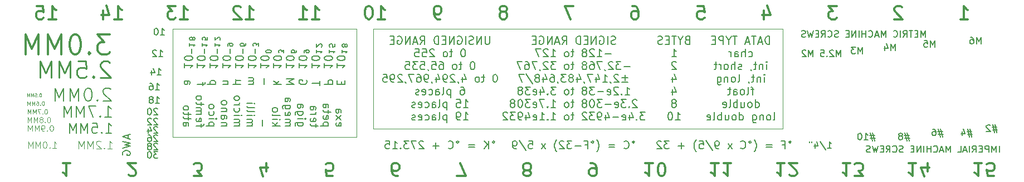
<source format=gbr>
G04 #@! TF.GenerationSoftware,KiCad,Pcbnew,(6.0.0)*
G04 #@! TF.CreationDate,2022-05-01T21:30:31-04:00*
G04 #@! TF.ProjectId,ruler,72756c65-722e-46b6-9963-61645f706362,0.1*
G04 #@! TF.SameCoordinates,Original*
G04 #@! TF.FileFunction,Legend,Bot*
G04 #@! TF.FilePolarity,Positive*
%FSLAX46Y46*%
G04 Gerber Fmt 4.6, Leading zero omitted, Abs format (unit mm)*
G04 Created by KiCad (PCBNEW (6.0.0)) date 2022-05-01 21:30:31*
%MOMM*%
%LPD*%
G01*
G04 APERTURE LIST*
%ADD10C,0.120000*%
%ADD11C,0.300000*%
%ADD12C,0.200000*%
%ADD13C,0.150000*%
%ADD14C,0.100000*%
%ADD15C,0.080000*%
%ADD16C,0.090000*%
%ADD17C,0.070000*%
%ADD18C,0.050000*%
%ADD19C,0.060000*%
%ADD20C,0.170000*%
%ADD21C,0.250000*%
G04 APERTURE END LIST*
D10*
X193040000Y-97790000D02*
X193040000Y-82550000D01*
X100330000Y-82550000D02*
X100330000Y-99060000D01*
X193040000Y-82550000D02*
X130810000Y-82550000D01*
X130810000Y-82550000D02*
X130810000Y-97790000D01*
X128270000Y-99060000D02*
X128270000Y-82550000D01*
X130810000Y-97790000D02*
X193040000Y-97790000D01*
X128270000Y-82550000D02*
X100330000Y-82550000D01*
X100330000Y-99060000D02*
X128270000Y-99060000D01*
D11*
X173319047Y-103045238D02*
X172176190Y-103045238D01*
X172747619Y-103045238D02*
X172747619Y-105045238D01*
X172557142Y-104759523D01*
X172366666Y-104569047D01*
X172176190Y-104473809D01*
X174557142Y-105045238D02*
X174747619Y-105045238D01*
X174938095Y-104950000D01*
X175033333Y-104854761D01*
X175128571Y-104664285D01*
X175223809Y-104283333D01*
X175223809Y-103807142D01*
X175128571Y-103426190D01*
X175033333Y-103235714D01*
X174938095Y-103140476D01*
X174747619Y-103045238D01*
X174557142Y-103045238D01*
X174366666Y-103140476D01*
X174271428Y-103235714D01*
X174176190Y-103426190D01*
X174080952Y-103807142D01*
X174080952Y-104283333D01*
X174176190Y-104664285D01*
X174271428Y-104854761D01*
X174366666Y-104950000D01*
X174557142Y-105045238D01*
X223319047Y-103045238D02*
X222176190Y-103045238D01*
X222747619Y-103045238D02*
X222747619Y-105045238D01*
X222557142Y-104759523D01*
X222366666Y-104569047D01*
X222176190Y-104473809D01*
X225128571Y-105045238D02*
X224176190Y-105045238D01*
X224080952Y-104092857D01*
X224176190Y-104188095D01*
X224366666Y-104283333D01*
X224842857Y-104283333D01*
X225033333Y-104188095D01*
X225128571Y-104092857D01*
X225223809Y-103902380D01*
X225223809Y-103426190D01*
X225128571Y-103235714D01*
X225033333Y-103140476D01*
X224842857Y-103045238D01*
X224366666Y-103045238D01*
X224176190Y-103140476D01*
X224080952Y-103235714D01*
D12*
X125200571Y-96917142D02*
X125143428Y-97031428D01*
X125143428Y-97260000D01*
X125200571Y-97374285D01*
X125314857Y-97431428D01*
X125772000Y-97431428D01*
X125886286Y-97374285D01*
X125943428Y-97260000D01*
X125943428Y-97031428D01*
X125886286Y-96917142D01*
X125772000Y-96860000D01*
X125657714Y-96860000D01*
X125543428Y-97431428D01*
X125143428Y-96460000D02*
X125943428Y-95831428D01*
X125943428Y-96460000D02*
X125143428Y-95831428D01*
X125143428Y-94860000D02*
X125772000Y-94860000D01*
X125886286Y-94917142D01*
X125943428Y-95031428D01*
X125943428Y-95260000D01*
X125886286Y-95374285D01*
X125200571Y-94860000D02*
X125143428Y-94974285D01*
X125143428Y-95260000D01*
X125200571Y-95374285D01*
X125314857Y-95431428D01*
X125429143Y-95431428D01*
X125543428Y-95374285D01*
X125600571Y-95260000D01*
X125600571Y-94974285D01*
X125657714Y-94860000D01*
X124011428Y-97374285D02*
X122811428Y-97374285D01*
X123954286Y-97374285D02*
X124011428Y-97260000D01*
X124011428Y-97031428D01*
X123954286Y-96917142D01*
X123897143Y-96860000D01*
X123782857Y-96802857D01*
X123440000Y-96802857D01*
X123325714Y-96860000D01*
X123268571Y-96917142D01*
X123211428Y-97031428D01*
X123211428Y-97260000D01*
X123268571Y-97374285D01*
X123268571Y-95831428D02*
X123211428Y-95945714D01*
X123211428Y-96174285D01*
X123268571Y-96288571D01*
X123382857Y-96345714D01*
X123840000Y-96345714D01*
X123954286Y-96288571D01*
X124011428Y-96174285D01*
X124011428Y-95945714D01*
X123954286Y-95831428D01*
X123840000Y-95774285D01*
X123725714Y-95774285D01*
X123611428Y-96345714D01*
X124011428Y-95431428D02*
X124011428Y-94974285D01*
X124411428Y-95260000D02*
X123382857Y-95260000D01*
X123268571Y-95202857D01*
X123211428Y-95088571D01*
X123211428Y-94974285D01*
X123211428Y-94060000D02*
X123840000Y-94060000D01*
X123954286Y-94117142D01*
X124011428Y-94231428D01*
X124011428Y-94460000D01*
X123954286Y-94574285D01*
X123268571Y-94060000D02*
X123211428Y-94174285D01*
X123211428Y-94460000D01*
X123268571Y-94574285D01*
X123382857Y-94631428D01*
X123497143Y-94631428D01*
X123611428Y-94574285D01*
X123668571Y-94460000D01*
X123668571Y-94174285D01*
X123725714Y-94060000D01*
X122079428Y-97545714D02*
X122079428Y-97088571D01*
X122479428Y-97374285D02*
X121450857Y-97374285D01*
X121336571Y-97317142D01*
X121279428Y-97202857D01*
X121279428Y-97088571D01*
X121336571Y-96231428D02*
X121279428Y-96345714D01*
X121279428Y-96574285D01*
X121336571Y-96688571D01*
X121450857Y-96745714D01*
X121908000Y-96745714D01*
X122022286Y-96688571D01*
X122079428Y-96574285D01*
X122079428Y-96345714D01*
X122022286Y-96231428D01*
X121908000Y-96174285D01*
X121793714Y-96174285D01*
X121679428Y-96745714D01*
X121279428Y-95660000D02*
X122079428Y-95660000D01*
X121850857Y-95660000D02*
X121965143Y-95602857D01*
X122022286Y-95545714D01*
X122079428Y-95431428D01*
X122079428Y-95317142D01*
X121279428Y-94402857D02*
X121908000Y-94402857D01*
X122022286Y-94460000D01*
X122079428Y-94574285D01*
X122079428Y-94802857D01*
X122022286Y-94917142D01*
X121336571Y-94402857D02*
X121279428Y-94517142D01*
X121279428Y-94802857D01*
X121336571Y-94917142D01*
X121450857Y-94974285D01*
X121565143Y-94974285D01*
X121679428Y-94917142D01*
X121736571Y-94802857D01*
X121736571Y-94517142D01*
X121793714Y-94402857D01*
X120147428Y-96860000D02*
X119176000Y-96860000D01*
X119061714Y-96917142D01*
X119004571Y-96974285D01*
X118947428Y-97088571D01*
X118947428Y-97260000D01*
X119004571Y-97374285D01*
X119404571Y-96860000D02*
X119347428Y-96974285D01*
X119347428Y-97202857D01*
X119404571Y-97317142D01*
X119461714Y-97374285D01*
X119576000Y-97431428D01*
X119918857Y-97431428D01*
X120033143Y-97374285D01*
X120090286Y-97317142D01*
X120147428Y-97202857D01*
X120147428Y-96974285D01*
X120090286Y-96860000D01*
X119347428Y-96288571D02*
X120147428Y-96288571D01*
X120547428Y-96288571D02*
X120490286Y-96345714D01*
X120433143Y-96288571D01*
X120490286Y-96231428D01*
X120547428Y-96288571D01*
X120433143Y-96288571D01*
X120147428Y-95202857D02*
X119176000Y-95202857D01*
X119061714Y-95260000D01*
X119004571Y-95317142D01*
X118947428Y-95431428D01*
X118947428Y-95602857D01*
X119004571Y-95717142D01*
X119404571Y-95202857D02*
X119347428Y-95317142D01*
X119347428Y-95545714D01*
X119404571Y-95660000D01*
X119461714Y-95717142D01*
X119576000Y-95774285D01*
X119918857Y-95774285D01*
X120033143Y-95717142D01*
X120090286Y-95660000D01*
X120147428Y-95545714D01*
X120147428Y-95317142D01*
X120090286Y-95202857D01*
X119347428Y-94117142D02*
X119976000Y-94117142D01*
X120090286Y-94174285D01*
X120147428Y-94288571D01*
X120147428Y-94517142D01*
X120090286Y-94631428D01*
X119404571Y-94117142D02*
X119347428Y-94231428D01*
X119347428Y-94517142D01*
X119404571Y-94631428D01*
X119518857Y-94688571D01*
X119633143Y-94688571D01*
X119747428Y-94631428D01*
X119804571Y-94517142D01*
X119804571Y-94231428D01*
X119861714Y-94117142D01*
X117415428Y-97374285D02*
X118215428Y-97374285D01*
X118101143Y-97374285D02*
X118158286Y-97317142D01*
X118215428Y-97202857D01*
X118215428Y-97031428D01*
X118158286Y-96917142D01*
X118044000Y-96860000D01*
X117415428Y-96860000D01*
X118044000Y-96860000D02*
X118158286Y-96802857D01*
X118215428Y-96688571D01*
X118215428Y-96517142D01*
X118158286Y-96402857D01*
X118044000Y-96345714D01*
X117415428Y-96345714D01*
X117472571Y-95317142D02*
X117415428Y-95431428D01*
X117415428Y-95660000D01*
X117472571Y-95774285D01*
X117586857Y-95831428D01*
X118044000Y-95831428D01*
X118158286Y-95774285D01*
X118215428Y-95660000D01*
X118215428Y-95431428D01*
X118158286Y-95317142D01*
X118044000Y-95260000D01*
X117929714Y-95260000D01*
X117815428Y-95831428D01*
X118215428Y-94231428D02*
X117244000Y-94231428D01*
X117129714Y-94288571D01*
X117072571Y-94345714D01*
X117015428Y-94460000D01*
X117015428Y-94631428D01*
X117072571Y-94745714D01*
X117472571Y-94231428D02*
X117415428Y-94345714D01*
X117415428Y-94574285D01*
X117472571Y-94688571D01*
X117529714Y-94745714D01*
X117644000Y-94802857D01*
X117986857Y-94802857D01*
X118101143Y-94745714D01*
X118158286Y-94688571D01*
X118215428Y-94574285D01*
X118215428Y-94345714D01*
X118158286Y-94231428D01*
X117415428Y-93145714D02*
X118044000Y-93145714D01*
X118158286Y-93202857D01*
X118215428Y-93317142D01*
X118215428Y-93545714D01*
X118158286Y-93660000D01*
X117472571Y-93145714D02*
X117415428Y-93260000D01*
X117415428Y-93545714D01*
X117472571Y-93660000D01*
X117586857Y-93717142D01*
X117701143Y-93717142D01*
X117815428Y-93660000D01*
X117872571Y-93545714D01*
X117872571Y-93260000D01*
X117929714Y-93145714D01*
X115483428Y-97374285D02*
X116683428Y-97374285D01*
X115940571Y-97260000D02*
X115483428Y-96917142D01*
X116283428Y-96917142D02*
X115826286Y-97374285D01*
X115483428Y-96402857D02*
X116283428Y-96402857D01*
X116683428Y-96402857D02*
X116626286Y-96460000D01*
X116569143Y-96402857D01*
X116626286Y-96345714D01*
X116683428Y-96402857D01*
X116569143Y-96402857D01*
X115483428Y-95660000D02*
X115540571Y-95774285D01*
X115654857Y-95831428D01*
X116683428Y-95831428D01*
X115483428Y-95031428D02*
X115540571Y-95145714D01*
X115597714Y-95202857D01*
X115712000Y-95260000D01*
X116054857Y-95260000D01*
X116169143Y-95202857D01*
X116226286Y-95145714D01*
X116283428Y-95031428D01*
X116283428Y-94860000D01*
X116226286Y-94745714D01*
X116169143Y-94688571D01*
X116054857Y-94631428D01*
X115712000Y-94631428D01*
X115597714Y-94688571D01*
X115540571Y-94745714D01*
X115483428Y-94860000D01*
X115483428Y-95031428D01*
X114008571Y-97374285D02*
X114008571Y-96460000D01*
X111619428Y-97374285D02*
X112419428Y-97374285D01*
X112305143Y-97374285D02*
X112362286Y-97317142D01*
X112419428Y-97202857D01*
X112419428Y-97031428D01*
X112362286Y-96917142D01*
X112248000Y-96860000D01*
X111619428Y-96860000D01*
X112248000Y-96860000D02*
X112362286Y-96802857D01*
X112419428Y-96688571D01*
X112419428Y-96517142D01*
X112362286Y-96402857D01*
X112248000Y-96345714D01*
X111619428Y-96345714D01*
X111619428Y-95774285D02*
X112419428Y-95774285D01*
X112819428Y-95774285D02*
X112762286Y-95831428D01*
X112705143Y-95774285D01*
X112762286Y-95717142D01*
X112819428Y-95774285D01*
X112705143Y-95774285D01*
X111619428Y-95031428D02*
X111676571Y-95145714D01*
X111790857Y-95202857D01*
X112819428Y-95202857D01*
X111619428Y-94402857D02*
X111676571Y-94517142D01*
X111790857Y-94574285D01*
X112819428Y-94574285D01*
X111619428Y-93945714D02*
X112419428Y-93945714D01*
X112819428Y-93945714D02*
X112762286Y-94002857D01*
X112705143Y-93945714D01*
X112762286Y-93888571D01*
X112819428Y-93945714D01*
X112705143Y-93945714D01*
X109687428Y-97374285D02*
X110487428Y-97374285D01*
X110373143Y-97374285D02*
X110430286Y-97317142D01*
X110487428Y-97202857D01*
X110487428Y-97031428D01*
X110430286Y-96917142D01*
X110316000Y-96860000D01*
X109687428Y-96860000D01*
X110316000Y-96860000D02*
X110430286Y-96802857D01*
X110487428Y-96688571D01*
X110487428Y-96517142D01*
X110430286Y-96402857D01*
X110316000Y-96345714D01*
X109687428Y-96345714D01*
X109687428Y-95774285D02*
X110487428Y-95774285D01*
X110887428Y-95774285D02*
X110830286Y-95831428D01*
X110773143Y-95774285D01*
X110830286Y-95717142D01*
X110887428Y-95774285D01*
X110773143Y-95774285D01*
X109744571Y-94688571D02*
X109687428Y-94802857D01*
X109687428Y-95031428D01*
X109744571Y-95145714D01*
X109801714Y-95202857D01*
X109916000Y-95260000D01*
X110258857Y-95260000D01*
X110373143Y-95202857D01*
X110430286Y-95145714D01*
X110487428Y-95031428D01*
X110487428Y-94802857D01*
X110430286Y-94688571D01*
X109687428Y-94174285D02*
X110487428Y-94174285D01*
X110258857Y-94174285D02*
X110373143Y-94117142D01*
X110430286Y-94060000D01*
X110487428Y-93945714D01*
X110487428Y-93831428D01*
X109687428Y-93260000D02*
X109744571Y-93374285D01*
X109801714Y-93431428D01*
X109916000Y-93488571D01*
X110258857Y-93488571D01*
X110373143Y-93431428D01*
X110430286Y-93374285D01*
X110487428Y-93260000D01*
X110487428Y-93088571D01*
X110430286Y-92974285D01*
X110373143Y-92917142D01*
X110258857Y-92860000D01*
X109916000Y-92860000D01*
X109801714Y-92917142D01*
X109744571Y-92974285D01*
X109687428Y-93088571D01*
X109687428Y-93260000D01*
X108555428Y-97374285D02*
X107755428Y-97374285D01*
X108441143Y-97374285D02*
X108498286Y-97317142D01*
X108555428Y-97202857D01*
X108555428Y-97031428D01*
X108498286Y-96917142D01*
X108384000Y-96860000D01*
X107755428Y-96860000D01*
X107755428Y-95774285D02*
X108384000Y-95774285D01*
X108498286Y-95831428D01*
X108555428Y-95945714D01*
X108555428Y-96174285D01*
X108498286Y-96288571D01*
X107812571Y-95774285D02*
X107755428Y-95888571D01*
X107755428Y-96174285D01*
X107812571Y-96288571D01*
X107926857Y-96345714D01*
X108041143Y-96345714D01*
X108155428Y-96288571D01*
X108212571Y-96174285D01*
X108212571Y-95888571D01*
X108269714Y-95774285D01*
X108555428Y-95202857D02*
X107755428Y-95202857D01*
X108441143Y-95202857D02*
X108498286Y-95145714D01*
X108555428Y-95031428D01*
X108555428Y-94860000D01*
X108498286Y-94745714D01*
X108384000Y-94688571D01*
X107755428Y-94688571D01*
X107755428Y-93945714D02*
X107812571Y-94060000D01*
X107869714Y-94117142D01*
X107984000Y-94174285D01*
X108326857Y-94174285D01*
X108441143Y-94117142D01*
X108498286Y-94060000D01*
X108555428Y-93945714D01*
X108555428Y-93774285D01*
X108498286Y-93660000D01*
X108441143Y-93602857D01*
X108326857Y-93545714D01*
X107984000Y-93545714D01*
X107869714Y-93602857D01*
X107812571Y-93660000D01*
X107755428Y-93774285D01*
X107755428Y-93945714D01*
X106623428Y-97374285D02*
X105423428Y-97374285D01*
X106566286Y-97374285D02*
X106623428Y-97260000D01*
X106623428Y-97031428D01*
X106566286Y-96917142D01*
X106509143Y-96860000D01*
X106394857Y-96802857D01*
X106052000Y-96802857D01*
X105937714Y-96860000D01*
X105880571Y-96917142D01*
X105823428Y-97031428D01*
X105823428Y-97260000D01*
X105880571Y-97374285D01*
X105823428Y-96288571D02*
X106623428Y-96288571D01*
X107023428Y-96288571D02*
X106966286Y-96345714D01*
X106909143Y-96288571D01*
X106966286Y-96231428D01*
X107023428Y-96288571D01*
X106909143Y-96288571D01*
X105880571Y-95202857D02*
X105823428Y-95317142D01*
X105823428Y-95545714D01*
X105880571Y-95660000D01*
X105937714Y-95717142D01*
X106052000Y-95774285D01*
X106394857Y-95774285D01*
X106509143Y-95717142D01*
X106566286Y-95660000D01*
X106623428Y-95545714D01*
X106623428Y-95317142D01*
X106566286Y-95202857D01*
X105823428Y-94517142D02*
X105880571Y-94631428D01*
X105937714Y-94688571D01*
X106052000Y-94745714D01*
X106394857Y-94745714D01*
X106509143Y-94688571D01*
X106566286Y-94631428D01*
X106623428Y-94517142D01*
X106623428Y-94345714D01*
X106566286Y-94231428D01*
X106509143Y-94174285D01*
X106394857Y-94117142D01*
X106052000Y-94117142D01*
X105937714Y-94174285D01*
X105880571Y-94231428D01*
X105823428Y-94345714D01*
X105823428Y-94517142D01*
X104691428Y-97545714D02*
X104691428Y-97088571D01*
X103891428Y-97374285D02*
X104920000Y-97374285D01*
X105034286Y-97317142D01*
X105091428Y-97202857D01*
X105091428Y-97088571D01*
X103948571Y-96231428D02*
X103891428Y-96345714D01*
X103891428Y-96574285D01*
X103948571Y-96688571D01*
X104062857Y-96745714D01*
X104520000Y-96745714D01*
X104634286Y-96688571D01*
X104691428Y-96574285D01*
X104691428Y-96345714D01*
X104634286Y-96231428D01*
X104520000Y-96174285D01*
X104405714Y-96174285D01*
X104291428Y-96745714D01*
X103891428Y-95660000D02*
X104691428Y-95660000D01*
X104577143Y-95660000D02*
X104634286Y-95602857D01*
X104691428Y-95488571D01*
X104691428Y-95317142D01*
X104634286Y-95202857D01*
X104520000Y-95145714D01*
X103891428Y-95145714D01*
X104520000Y-95145714D02*
X104634286Y-95088571D01*
X104691428Y-94974285D01*
X104691428Y-94802857D01*
X104634286Y-94688571D01*
X104520000Y-94631428D01*
X103891428Y-94631428D01*
X104691428Y-94231428D02*
X104691428Y-93774285D01*
X105091428Y-94060000D02*
X104062857Y-94060000D01*
X103948571Y-94002857D01*
X103891428Y-93888571D01*
X103891428Y-93774285D01*
X103891428Y-93202857D02*
X103948571Y-93317142D01*
X104005714Y-93374285D01*
X104120000Y-93431428D01*
X104462857Y-93431428D01*
X104577143Y-93374285D01*
X104634286Y-93317142D01*
X104691428Y-93202857D01*
X104691428Y-93031428D01*
X104634286Y-92917142D01*
X104577143Y-92860000D01*
X104462857Y-92802857D01*
X104120000Y-92802857D01*
X104005714Y-92860000D01*
X103948571Y-92917142D01*
X103891428Y-93031428D01*
X103891428Y-93202857D01*
X101959428Y-96860000D02*
X102588000Y-96860000D01*
X102702286Y-96917142D01*
X102759428Y-97031428D01*
X102759428Y-97260000D01*
X102702286Y-97374285D01*
X102016571Y-96860000D02*
X101959428Y-96974285D01*
X101959428Y-97260000D01*
X102016571Y-97374285D01*
X102130857Y-97431428D01*
X102245143Y-97431428D01*
X102359428Y-97374285D01*
X102416571Y-97260000D01*
X102416571Y-96974285D01*
X102473714Y-96860000D01*
X102759428Y-96460000D02*
X102759428Y-96002857D01*
X103159428Y-96288571D02*
X102130857Y-96288571D01*
X102016571Y-96231428D01*
X101959428Y-96117142D01*
X101959428Y-96002857D01*
X102759428Y-95774285D02*
X102759428Y-95317142D01*
X103159428Y-95602857D02*
X102130857Y-95602857D01*
X102016571Y-95545714D01*
X101959428Y-95431428D01*
X101959428Y-95317142D01*
X101959428Y-94745714D02*
X102016571Y-94860000D01*
X102073714Y-94917142D01*
X102188000Y-94974285D01*
X102530857Y-94974285D01*
X102645143Y-94917142D01*
X102702286Y-94860000D01*
X102759428Y-94745714D01*
X102759428Y-94574285D01*
X102702286Y-94460000D01*
X102645143Y-94402857D01*
X102530857Y-94345714D01*
X102188000Y-94345714D01*
X102073714Y-94402857D01*
X102016571Y-94460000D01*
X101959428Y-94574285D01*
X101959428Y-94745714D01*
X125977714Y-91024285D02*
X125977714Y-90624285D01*
X125349142Y-90452857D02*
X125349142Y-91024285D01*
X126549142Y-91024285D01*
X126549142Y-90452857D01*
X123417142Y-91024285D02*
X124617142Y-91024285D01*
X124617142Y-90567142D01*
X124560000Y-90452857D01*
X124502857Y-90395714D01*
X124388571Y-90338571D01*
X124217142Y-90338571D01*
X124102857Y-90395714D01*
X124045714Y-90452857D01*
X123988571Y-90567142D01*
X123988571Y-91024285D01*
X122685142Y-91195714D02*
X122685142Y-90510000D01*
X121485142Y-90852857D02*
X122685142Y-90852857D01*
X120696000Y-90395714D02*
X120753142Y-90510000D01*
X120753142Y-90681428D01*
X120696000Y-90852857D01*
X120581714Y-90967142D01*
X120467428Y-91024285D01*
X120238857Y-91081428D01*
X120067428Y-91081428D01*
X119838857Y-91024285D01*
X119724571Y-90967142D01*
X119610285Y-90852857D01*
X119553142Y-90681428D01*
X119553142Y-90567142D01*
X119610285Y-90395714D01*
X119667428Y-90338571D01*
X120067428Y-90338571D01*
X120067428Y-90567142D01*
X117621142Y-91024285D02*
X118821142Y-91024285D01*
X117964000Y-90624285D01*
X118821142Y-90224285D01*
X117621142Y-90224285D01*
X115689142Y-91024285D02*
X116889142Y-91024285D01*
X116146285Y-90910000D02*
X115689142Y-90567142D01*
X116489142Y-90567142D02*
X116032000Y-91024285D01*
X114214285Y-91024285D02*
X114214285Y-90110000D01*
X111825142Y-91024285D02*
X112625142Y-91024285D01*
X112510857Y-91024285D02*
X112568000Y-90967142D01*
X112625142Y-90852857D01*
X112625142Y-90681428D01*
X112568000Y-90567142D01*
X112453714Y-90510000D01*
X111825142Y-90510000D01*
X112453714Y-90510000D02*
X112568000Y-90452857D01*
X112625142Y-90338571D01*
X112625142Y-90167142D01*
X112568000Y-90052857D01*
X112453714Y-89995714D01*
X111825142Y-89995714D01*
X110693142Y-91024285D02*
X109493142Y-91024285D01*
X110064571Y-90452857D02*
X109950285Y-90395714D01*
X109893142Y-90281428D01*
X110064571Y-91024285D02*
X109950285Y-90967142D01*
X109893142Y-90852857D01*
X109893142Y-90624285D01*
X109950285Y-90510000D01*
X110064571Y-90452857D01*
X110693142Y-90452857D01*
X108761142Y-91024285D02*
X107961142Y-91024285D01*
X108646857Y-91024285D02*
X108704000Y-90967142D01*
X108761142Y-90852857D01*
X108761142Y-90681428D01*
X108704000Y-90567142D01*
X108589714Y-90510000D01*
X107961142Y-90510000D01*
X106829142Y-91024285D02*
X105629142Y-91024285D01*
X106772000Y-91024285D02*
X106829142Y-90910000D01*
X106829142Y-90681428D01*
X106772000Y-90567142D01*
X106714857Y-90510000D01*
X106600571Y-90452857D01*
X106257714Y-90452857D01*
X106143428Y-90510000D01*
X106086285Y-90567142D01*
X106029142Y-90681428D01*
X106029142Y-90910000D01*
X106086285Y-91024285D01*
X104897142Y-91195714D02*
X104897142Y-90738571D01*
X104097142Y-91024285D02*
X105125714Y-91024285D01*
X105240000Y-90967142D01*
X105297142Y-90852857D01*
X105297142Y-90738571D01*
X102165142Y-90510000D02*
X102793714Y-90510000D01*
X102908000Y-90567142D01*
X102965142Y-90681428D01*
X102965142Y-90910000D01*
X102908000Y-91024285D01*
X102222285Y-90510000D02*
X102165142Y-90624285D01*
X102165142Y-90910000D01*
X102222285Y-91024285D01*
X102336571Y-91081428D01*
X102450857Y-91081428D01*
X102565142Y-91024285D01*
X102622285Y-90910000D01*
X102622285Y-90624285D01*
X102679428Y-90510000D01*
X191061428Y-84916857D02*
X191061428Y-83716857D01*
X190775714Y-83716857D01*
X190604285Y-83774000D01*
X190490000Y-83888285D01*
X190432857Y-84002571D01*
X190375714Y-84231142D01*
X190375714Y-84402571D01*
X190432857Y-84631142D01*
X190490000Y-84745428D01*
X190604285Y-84859714D01*
X190775714Y-84916857D01*
X191061428Y-84916857D01*
X189918571Y-84574000D02*
X189347142Y-84574000D01*
X190032857Y-84916857D02*
X189632857Y-83716857D01*
X189232857Y-84916857D01*
X189004285Y-83716857D02*
X188318571Y-83716857D01*
X188661428Y-84916857D02*
X188661428Y-83716857D01*
X187975714Y-84574000D02*
X187404285Y-84574000D01*
X188090000Y-84916857D02*
X187690000Y-83716857D01*
X187290000Y-84916857D01*
X186147142Y-83716857D02*
X185461428Y-83716857D01*
X185804285Y-84916857D02*
X185804285Y-83716857D01*
X184832857Y-84345428D02*
X184832857Y-84916857D01*
X185232857Y-83716857D02*
X184832857Y-84345428D01*
X184432857Y-83716857D01*
X184032857Y-84916857D02*
X184032857Y-83716857D01*
X183575714Y-83716857D01*
X183461428Y-83774000D01*
X183404285Y-83831142D01*
X183347142Y-83945428D01*
X183347142Y-84116857D01*
X183404285Y-84231142D01*
X183461428Y-84288285D01*
X183575714Y-84345428D01*
X184032857Y-84345428D01*
X182832857Y-84288285D02*
X182432857Y-84288285D01*
X182261428Y-84916857D02*
X182832857Y-84916857D01*
X182832857Y-83716857D01*
X182261428Y-83716857D01*
X187861428Y-86791714D02*
X187975714Y-86848857D01*
X188204285Y-86848857D01*
X188318571Y-86791714D01*
X188375714Y-86734571D01*
X188432857Y-86620285D01*
X188432857Y-86277428D01*
X188375714Y-86163142D01*
X188318571Y-86106000D01*
X188204285Y-86048857D01*
X187975714Y-86048857D01*
X187861428Y-86106000D01*
X187347142Y-86848857D02*
X187347142Y-85648857D01*
X186832857Y-86848857D02*
X186832857Y-86220285D01*
X186890000Y-86106000D01*
X187004285Y-86048857D01*
X187175714Y-86048857D01*
X187290000Y-86106000D01*
X187347142Y-86163142D01*
X185747142Y-86848857D02*
X185747142Y-86220285D01*
X185804285Y-86106000D01*
X185918571Y-86048857D01*
X186147142Y-86048857D01*
X186261428Y-86106000D01*
X185747142Y-86791714D02*
X185861428Y-86848857D01*
X186147142Y-86848857D01*
X186261428Y-86791714D01*
X186318571Y-86677428D01*
X186318571Y-86563142D01*
X186261428Y-86448857D01*
X186147142Y-86391714D01*
X185861428Y-86391714D01*
X185747142Y-86334571D01*
X185175714Y-86848857D02*
X185175714Y-86048857D01*
X185175714Y-86277428D02*
X185118571Y-86163142D01*
X185061428Y-86106000D01*
X184947142Y-86048857D01*
X184832857Y-86048857D01*
X190604285Y-88780857D02*
X190604285Y-87980857D01*
X190604285Y-87580857D02*
X190661428Y-87638000D01*
X190604285Y-87695142D01*
X190547142Y-87638000D01*
X190604285Y-87580857D01*
X190604285Y-87695142D01*
X190032857Y-87980857D02*
X190032857Y-88780857D01*
X190032857Y-88095142D02*
X189975714Y-88038000D01*
X189861428Y-87980857D01*
X189690000Y-87980857D01*
X189575714Y-88038000D01*
X189518571Y-88152285D01*
X189518571Y-88780857D01*
X189118571Y-87980857D02*
X188661428Y-87980857D01*
X188947142Y-87580857D02*
X188947142Y-88609428D01*
X188890000Y-88723714D01*
X188775714Y-88780857D01*
X188661428Y-88780857D01*
X188204285Y-88723714D02*
X188204285Y-88780857D01*
X188261428Y-88895142D01*
X188318571Y-88952285D01*
X186832857Y-88723714D02*
X186718571Y-88780857D01*
X186490000Y-88780857D01*
X186375714Y-88723714D01*
X186318571Y-88609428D01*
X186318571Y-88552285D01*
X186375714Y-88438000D01*
X186490000Y-88380857D01*
X186661428Y-88380857D01*
X186775714Y-88323714D01*
X186832857Y-88209428D01*
X186832857Y-88152285D01*
X186775714Y-88038000D01*
X186661428Y-87980857D01*
X186490000Y-87980857D01*
X186375714Y-88038000D01*
X185804285Y-88780857D02*
X185804285Y-87580857D01*
X185290000Y-88780857D02*
X185290000Y-88152285D01*
X185347142Y-88038000D01*
X185461428Y-87980857D01*
X185632857Y-87980857D01*
X185747142Y-88038000D01*
X185804285Y-88095142D01*
X184547142Y-88780857D02*
X184661428Y-88723714D01*
X184718571Y-88666571D01*
X184775714Y-88552285D01*
X184775714Y-88209428D01*
X184718571Y-88095142D01*
X184661428Y-88038000D01*
X184547142Y-87980857D01*
X184375714Y-87980857D01*
X184261428Y-88038000D01*
X184204285Y-88095142D01*
X184147142Y-88209428D01*
X184147142Y-88552285D01*
X184204285Y-88666571D01*
X184261428Y-88723714D01*
X184375714Y-88780857D01*
X184547142Y-88780857D01*
X183632857Y-88780857D02*
X183632857Y-87980857D01*
X183632857Y-88209428D02*
X183575714Y-88095142D01*
X183518571Y-88038000D01*
X183404285Y-87980857D01*
X183290000Y-87980857D01*
X183061428Y-87980857D02*
X182604285Y-87980857D01*
X182890000Y-87580857D02*
X182890000Y-88609428D01*
X182832857Y-88723714D01*
X182718571Y-88780857D01*
X182604285Y-88780857D01*
X190261428Y-90712857D02*
X190261428Y-89912857D01*
X190261428Y-89512857D02*
X190318571Y-89570000D01*
X190261428Y-89627142D01*
X190204285Y-89570000D01*
X190261428Y-89512857D01*
X190261428Y-89627142D01*
X189690000Y-89912857D02*
X189690000Y-90712857D01*
X189690000Y-90027142D02*
X189632857Y-89970000D01*
X189518571Y-89912857D01*
X189347142Y-89912857D01*
X189232857Y-89970000D01*
X189175714Y-90084285D01*
X189175714Y-90712857D01*
X188775714Y-89912857D02*
X188318571Y-89912857D01*
X188604285Y-89512857D02*
X188604285Y-90541428D01*
X188547142Y-90655714D01*
X188432857Y-90712857D01*
X188318571Y-90712857D01*
X187861428Y-90655714D02*
X187861428Y-90712857D01*
X187918571Y-90827142D01*
X187975714Y-90884285D01*
X186261428Y-90712857D02*
X186375714Y-90655714D01*
X186432857Y-90541428D01*
X186432857Y-89512857D01*
X185632857Y-90712857D02*
X185747142Y-90655714D01*
X185804285Y-90598571D01*
X185861428Y-90484285D01*
X185861428Y-90141428D01*
X185804285Y-90027142D01*
X185747142Y-89970000D01*
X185632857Y-89912857D01*
X185461428Y-89912857D01*
X185347142Y-89970000D01*
X185290000Y-90027142D01*
X185232857Y-90141428D01*
X185232857Y-90484285D01*
X185290000Y-90598571D01*
X185347142Y-90655714D01*
X185461428Y-90712857D01*
X185632857Y-90712857D01*
X184718571Y-89912857D02*
X184718571Y-90712857D01*
X184718571Y-90027142D02*
X184661428Y-89970000D01*
X184547142Y-89912857D01*
X184375714Y-89912857D01*
X184261428Y-89970000D01*
X184204285Y-90084285D01*
X184204285Y-90712857D01*
X183118571Y-89912857D02*
X183118571Y-90884285D01*
X183175714Y-90998571D01*
X183232857Y-91055714D01*
X183347142Y-91112857D01*
X183518571Y-91112857D01*
X183632857Y-91055714D01*
X183118571Y-90655714D02*
X183232857Y-90712857D01*
X183461428Y-90712857D01*
X183575714Y-90655714D01*
X183632857Y-90598571D01*
X183690000Y-90484285D01*
X183690000Y-90141428D01*
X183632857Y-90027142D01*
X183575714Y-89970000D01*
X183461428Y-89912857D01*
X183232857Y-89912857D01*
X183118571Y-89970000D01*
X188661428Y-91844857D02*
X188204285Y-91844857D01*
X188490000Y-92644857D02*
X188490000Y-91616285D01*
X188432857Y-91502000D01*
X188318571Y-91444857D01*
X188204285Y-91444857D01*
X187632857Y-92644857D02*
X187747142Y-92587714D01*
X187804285Y-92473428D01*
X187804285Y-91444857D01*
X187004285Y-92644857D02*
X187118571Y-92587714D01*
X187175714Y-92530571D01*
X187232857Y-92416285D01*
X187232857Y-92073428D01*
X187175714Y-91959142D01*
X187118571Y-91902000D01*
X187004285Y-91844857D01*
X186832857Y-91844857D01*
X186718571Y-91902000D01*
X186661428Y-91959142D01*
X186604285Y-92073428D01*
X186604285Y-92416285D01*
X186661428Y-92530571D01*
X186718571Y-92587714D01*
X186832857Y-92644857D01*
X187004285Y-92644857D01*
X185575714Y-92644857D02*
X185575714Y-92016285D01*
X185632857Y-91902000D01*
X185747142Y-91844857D01*
X185975714Y-91844857D01*
X186090000Y-91902000D01*
X185575714Y-92587714D02*
X185690000Y-92644857D01*
X185975714Y-92644857D01*
X186090000Y-92587714D01*
X186147142Y-92473428D01*
X186147142Y-92359142D01*
X186090000Y-92244857D01*
X185975714Y-92187714D01*
X185690000Y-92187714D01*
X185575714Y-92130571D01*
X185175714Y-91844857D02*
X184718571Y-91844857D01*
X185004285Y-91444857D02*
X185004285Y-92473428D01*
X184947142Y-92587714D01*
X184832857Y-92644857D01*
X184718571Y-92644857D01*
X188890000Y-94576857D02*
X188890000Y-93376857D01*
X188890000Y-94519714D02*
X189004285Y-94576857D01*
X189232857Y-94576857D01*
X189347142Y-94519714D01*
X189404285Y-94462571D01*
X189461428Y-94348285D01*
X189461428Y-94005428D01*
X189404285Y-93891142D01*
X189347142Y-93834000D01*
X189232857Y-93776857D01*
X189004285Y-93776857D01*
X188890000Y-93834000D01*
X188147142Y-94576857D02*
X188261428Y-94519714D01*
X188318571Y-94462571D01*
X188375714Y-94348285D01*
X188375714Y-94005428D01*
X188318571Y-93891142D01*
X188261428Y-93834000D01*
X188147142Y-93776857D01*
X187975714Y-93776857D01*
X187861428Y-93834000D01*
X187804285Y-93891142D01*
X187747142Y-94005428D01*
X187747142Y-94348285D01*
X187804285Y-94462571D01*
X187861428Y-94519714D01*
X187975714Y-94576857D01*
X188147142Y-94576857D01*
X186718571Y-93776857D02*
X186718571Y-94576857D01*
X187232857Y-93776857D02*
X187232857Y-94405428D01*
X187175714Y-94519714D01*
X187061428Y-94576857D01*
X186890000Y-94576857D01*
X186775714Y-94519714D01*
X186718571Y-94462571D01*
X186147142Y-94576857D02*
X186147142Y-93376857D01*
X186147142Y-93834000D02*
X186032857Y-93776857D01*
X185804285Y-93776857D01*
X185690000Y-93834000D01*
X185632857Y-93891142D01*
X185575714Y-94005428D01*
X185575714Y-94348285D01*
X185632857Y-94462571D01*
X185690000Y-94519714D01*
X185804285Y-94576857D01*
X186032857Y-94576857D01*
X186147142Y-94519714D01*
X184890000Y-94576857D02*
X185004285Y-94519714D01*
X185061428Y-94405428D01*
X185061428Y-93376857D01*
X183975714Y-94519714D02*
X184090000Y-94576857D01*
X184318571Y-94576857D01*
X184432857Y-94519714D01*
X184490000Y-94405428D01*
X184490000Y-93948285D01*
X184432857Y-93834000D01*
X184318571Y-93776857D01*
X184090000Y-93776857D01*
X183975714Y-93834000D01*
X183918571Y-93948285D01*
X183918571Y-94062571D01*
X184490000Y-94176857D01*
X191632857Y-96508857D02*
X191747142Y-96451714D01*
X191804285Y-96337428D01*
X191804285Y-95308857D01*
X191004285Y-96508857D02*
X191118571Y-96451714D01*
X191175714Y-96394571D01*
X191232857Y-96280285D01*
X191232857Y-95937428D01*
X191175714Y-95823142D01*
X191118571Y-95766000D01*
X191004285Y-95708857D01*
X190832857Y-95708857D01*
X190718571Y-95766000D01*
X190661428Y-95823142D01*
X190604285Y-95937428D01*
X190604285Y-96280285D01*
X190661428Y-96394571D01*
X190718571Y-96451714D01*
X190832857Y-96508857D01*
X191004285Y-96508857D01*
X190090000Y-95708857D02*
X190090000Y-96508857D01*
X190090000Y-95823142D02*
X190032857Y-95766000D01*
X189918571Y-95708857D01*
X189747142Y-95708857D01*
X189632857Y-95766000D01*
X189575714Y-95880285D01*
X189575714Y-96508857D01*
X188490000Y-95708857D02*
X188490000Y-96680285D01*
X188547142Y-96794571D01*
X188604285Y-96851714D01*
X188718571Y-96908857D01*
X188890000Y-96908857D01*
X189004285Y-96851714D01*
X188490000Y-96451714D02*
X188604285Y-96508857D01*
X188832857Y-96508857D01*
X188947142Y-96451714D01*
X189004285Y-96394571D01*
X189061428Y-96280285D01*
X189061428Y-95937428D01*
X189004285Y-95823142D01*
X188947142Y-95766000D01*
X188832857Y-95708857D01*
X188604285Y-95708857D01*
X188490000Y-95766000D01*
X186490000Y-96508857D02*
X186490000Y-95308857D01*
X186490000Y-96451714D02*
X186604285Y-96508857D01*
X186832857Y-96508857D01*
X186947142Y-96451714D01*
X187004285Y-96394571D01*
X187061428Y-96280285D01*
X187061428Y-95937428D01*
X187004285Y-95823142D01*
X186947142Y-95766000D01*
X186832857Y-95708857D01*
X186604285Y-95708857D01*
X186490000Y-95766000D01*
X185747142Y-96508857D02*
X185861428Y-96451714D01*
X185918571Y-96394571D01*
X185975714Y-96280285D01*
X185975714Y-95937428D01*
X185918571Y-95823142D01*
X185861428Y-95766000D01*
X185747142Y-95708857D01*
X185575714Y-95708857D01*
X185461428Y-95766000D01*
X185404285Y-95823142D01*
X185347142Y-95937428D01*
X185347142Y-96280285D01*
X185404285Y-96394571D01*
X185461428Y-96451714D01*
X185575714Y-96508857D01*
X185747142Y-96508857D01*
X184318571Y-95708857D02*
X184318571Y-96508857D01*
X184832857Y-95708857D02*
X184832857Y-96337428D01*
X184775714Y-96451714D01*
X184661428Y-96508857D01*
X184490000Y-96508857D01*
X184375714Y-96451714D01*
X184318571Y-96394571D01*
X183747142Y-96508857D02*
X183747142Y-95308857D01*
X183747142Y-95766000D02*
X183632857Y-95708857D01*
X183404285Y-95708857D01*
X183290000Y-95766000D01*
X183232857Y-95823142D01*
X183175714Y-95937428D01*
X183175714Y-96280285D01*
X183232857Y-96394571D01*
X183290000Y-96451714D01*
X183404285Y-96508857D01*
X183632857Y-96508857D01*
X183747142Y-96451714D01*
X182490000Y-96508857D02*
X182604285Y-96451714D01*
X182661428Y-96337428D01*
X182661428Y-95308857D01*
X181575714Y-96451714D02*
X181690000Y-96508857D01*
X181918571Y-96508857D01*
X182032857Y-96451714D01*
X182090000Y-96337428D01*
X182090000Y-95880285D01*
X182032857Y-95766000D01*
X181918571Y-95708857D01*
X181690000Y-95708857D01*
X181575714Y-95766000D01*
X181518571Y-95880285D01*
X181518571Y-95994571D01*
X182090000Y-96108857D01*
X178530000Y-84288285D02*
X178358571Y-84345428D01*
X178301428Y-84402571D01*
X178244285Y-84516857D01*
X178244285Y-84688285D01*
X178301428Y-84802571D01*
X178358571Y-84859714D01*
X178472857Y-84916857D01*
X178930000Y-84916857D01*
X178930000Y-83716857D01*
X178530000Y-83716857D01*
X178415714Y-83774000D01*
X178358571Y-83831142D01*
X178301428Y-83945428D01*
X178301428Y-84059714D01*
X178358571Y-84174000D01*
X178415714Y-84231142D01*
X178530000Y-84288285D01*
X178930000Y-84288285D01*
X177501428Y-84345428D02*
X177501428Y-84916857D01*
X177901428Y-83716857D02*
X177501428Y-84345428D01*
X177101428Y-83716857D01*
X176872857Y-83716857D02*
X176187142Y-83716857D01*
X176530000Y-84916857D02*
X176530000Y-83716857D01*
X175787142Y-84288285D02*
X175387142Y-84288285D01*
X175215714Y-84916857D02*
X175787142Y-84916857D01*
X175787142Y-83716857D01*
X175215714Y-83716857D01*
X174758571Y-84859714D02*
X174587142Y-84916857D01*
X174301428Y-84916857D01*
X174187142Y-84859714D01*
X174130000Y-84802571D01*
X174072857Y-84688285D01*
X174072857Y-84574000D01*
X174130000Y-84459714D01*
X174187142Y-84402571D01*
X174301428Y-84345428D01*
X174530000Y-84288285D01*
X174644285Y-84231142D01*
X174701428Y-84174000D01*
X174758571Y-84059714D01*
X174758571Y-83945428D01*
X174701428Y-83831142D01*
X174644285Y-83774000D01*
X174530000Y-83716857D01*
X174244285Y-83716857D01*
X174072857Y-83774000D01*
X176187142Y-86848857D02*
X176872857Y-86848857D01*
X176530000Y-86848857D02*
X176530000Y-85648857D01*
X176644285Y-85820285D01*
X176758571Y-85934571D01*
X176872857Y-85991714D01*
X176872857Y-87695142D02*
X176815714Y-87638000D01*
X176701428Y-87580857D01*
X176415714Y-87580857D01*
X176301428Y-87638000D01*
X176244285Y-87695142D01*
X176187142Y-87809428D01*
X176187142Y-87923714D01*
X176244285Y-88095142D01*
X176930000Y-88780857D01*
X176187142Y-88780857D01*
X176301428Y-89912857D02*
X176301428Y-90712857D01*
X176587142Y-89455714D02*
X176872857Y-90312857D01*
X176130000Y-90312857D01*
X176301428Y-91844857D02*
X176301428Y-92644857D01*
X176587142Y-91387714D02*
X176872857Y-92244857D01*
X176130000Y-92244857D01*
X176644285Y-93891142D02*
X176758571Y-93834000D01*
X176815714Y-93776857D01*
X176872857Y-93662571D01*
X176872857Y-93605428D01*
X176815714Y-93491142D01*
X176758571Y-93434000D01*
X176644285Y-93376857D01*
X176415714Y-93376857D01*
X176301428Y-93434000D01*
X176244285Y-93491142D01*
X176187142Y-93605428D01*
X176187142Y-93662571D01*
X176244285Y-93776857D01*
X176301428Y-93834000D01*
X176415714Y-93891142D01*
X176644285Y-93891142D01*
X176758571Y-93948285D01*
X176815714Y-94005428D01*
X176872857Y-94119714D01*
X176872857Y-94348285D01*
X176815714Y-94462571D01*
X176758571Y-94519714D01*
X176644285Y-94576857D01*
X176415714Y-94576857D01*
X176301428Y-94519714D01*
X176244285Y-94462571D01*
X176187142Y-94348285D01*
X176187142Y-94119714D01*
X176244285Y-94005428D01*
X176301428Y-93948285D01*
X176415714Y-93891142D01*
X176758571Y-96508857D02*
X177444285Y-96508857D01*
X177101428Y-96508857D02*
X177101428Y-95308857D01*
X177215714Y-95480285D01*
X177330000Y-95594571D01*
X177444285Y-95651714D01*
X176015714Y-95308857D02*
X175901428Y-95308857D01*
X175787142Y-95366000D01*
X175730000Y-95423142D01*
X175672857Y-95537428D01*
X175615714Y-95766000D01*
X175615714Y-96051714D01*
X175672857Y-96280285D01*
X175730000Y-96394571D01*
X175787142Y-96451714D01*
X175901428Y-96508857D01*
X176015714Y-96508857D01*
X176130000Y-96451714D01*
X176187142Y-96394571D01*
X176244285Y-96280285D01*
X176301428Y-96051714D01*
X176301428Y-95766000D01*
X176244285Y-95537428D01*
X176187142Y-95423142D01*
X176130000Y-95366000D01*
X176015714Y-95308857D01*
X167632857Y-84859714D02*
X167461428Y-84916857D01*
X167175714Y-84916857D01*
X167061428Y-84859714D01*
X167004285Y-84802571D01*
X166947142Y-84688285D01*
X166947142Y-84574000D01*
X167004285Y-84459714D01*
X167061428Y-84402571D01*
X167175714Y-84345428D01*
X167404285Y-84288285D01*
X167518571Y-84231142D01*
X167575714Y-84174000D01*
X167632857Y-84059714D01*
X167632857Y-83945428D01*
X167575714Y-83831142D01*
X167518571Y-83774000D01*
X167404285Y-83716857D01*
X167118571Y-83716857D01*
X166947142Y-83774000D01*
X166432857Y-84916857D02*
X166432857Y-83716857D01*
X165232857Y-83774000D02*
X165347142Y-83716857D01*
X165518571Y-83716857D01*
X165690000Y-83774000D01*
X165804285Y-83888285D01*
X165861428Y-84002571D01*
X165918571Y-84231142D01*
X165918571Y-84402571D01*
X165861428Y-84631142D01*
X165804285Y-84745428D01*
X165690000Y-84859714D01*
X165518571Y-84916857D01*
X165404285Y-84916857D01*
X165232857Y-84859714D01*
X165175714Y-84802571D01*
X165175714Y-84402571D01*
X165404285Y-84402571D01*
X164661428Y-84916857D02*
X164661428Y-83716857D01*
X163975714Y-84916857D01*
X163975714Y-83716857D01*
X163404285Y-84288285D02*
X163004285Y-84288285D01*
X162832857Y-84916857D02*
X163404285Y-84916857D01*
X163404285Y-83716857D01*
X162832857Y-83716857D01*
X162318571Y-84916857D02*
X162318571Y-83716857D01*
X162032857Y-83716857D01*
X161861428Y-83774000D01*
X161747142Y-83888285D01*
X161690000Y-84002571D01*
X161632857Y-84231142D01*
X161632857Y-84402571D01*
X161690000Y-84631142D01*
X161747142Y-84745428D01*
X161861428Y-84859714D01*
X162032857Y-84916857D01*
X162318571Y-84916857D01*
X159518571Y-84916857D02*
X159918571Y-84345428D01*
X160204285Y-84916857D02*
X160204285Y-83716857D01*
X159747142Y-83716857D01*
X159632857Y-83774000D01*
X159575714Y-83831142D01*
X159518571Y-83945428D01*
X159518571Y-84116857D01*
X159575714Y-84231142D01*
X159632857Y-84288285D01*
X159747142Y-84345428D01*
X160204285Y-84345428D01*
X159061428Y-84574000D02*
X158490000Y-84574000D01*
X159175714Y-84916857D02*
X158775714Y-83716857D01*
X158375714Y-84916857D01*
X157975714Y-84916857D02*
X157975714Y-83716857D01*
X157290000Y-84916857D01*
X157290000Y-83716857D01*
X156090000Y-83774000D02*
X156204285Y-83716857D01*
X156375714Y-83716857D01*
X156547142Y-83774000D01*
X156661428Y-83888285D01*
X156718571Y-84002571D01*
X156775714Y-84231142D01*
X156775714Y-84402571D01*
X156718571Y-84631142D01*
X156661428Y-84745428D01*
X156547142Y-84859714D01*
X156375714Y-84916857D01*
X156261428Y-84916857D01*
X156090000Y-84859714D01*
X156032857Y-84802571D01*
X156032857Y-84402571D01*
X156261428Y-84402571D01*
X155518571Y-84288285D02*
X155118571Y-84288285D01*
X154947142Y-84916857D02*
X155518571Y-84916857D01*
X155518571Y-83716857D01*
X154947142Y-83716857D01*
X166975714Y-86391714D02*
X166061428Y-86391714D01*
X164861428Y-86848857D02*
X165547142Y-86848857D01*
X165204285Y-86848857D02*
X165204285Y-85648857D01*
X165318571Y-85820285D01*
X165432857Y-85934571D01*
X165547142Y-85991714D01*
X164404285Y-85763142D02*
X164347142Y-85706000D01*
X164232857Y-85648857D01*
X163947142Y-85648857D01*
X163832857Y-85706000D01*
X163775714Y-85763142D01*
X163718571Y-85877428D01*
X163718571Y-85991714D01*
X163775714Y-86163142D01*
X164461428Y-86848857D01*
X163718571Y-86848857D01*
X163032857Y-86163142D02*
X163147142Y-86106000D01*
X163204285Y-86048857D01*
X163261428Y-85934571D01*
X163261428Y-85877428D01*
X163204285Y-85763142D01*
X163147142Y-85706000D01*
X163032857Y-85648857D01*
X162804285Y-85648857D01*
X162690000Y-85706000D01*
X162632857Y-85763142D01*
X162575714Y-85877428D01*
X162575714Y-85934571D01*
X162632857Y-86048857D01*
X162690000Y-86106000D01*
X162804285Y-86163142D01*
X163032857Y-86163142D01*
X163147142Y-86220285D01*
X163204285Y-86277428D01*
X163261428Y-86391714D01*
X163261428Y-86620285D01*
X163204285Y-86734571D01*
X163147142Y-86791714D01*
X163032857Y-86848857D01*
X162804285Y-86848857D01*
X162690000Y-86791714D01*
X162632857Y-86734571D01*
X162575714Y-86620285D01*
X162575714Y-86391714D01*
X162632857Y-86277428D01*
X162690000Y-86220285D01*
X162804285Y-86163142D01*
X161318571Y-86048857D02*
X160861428Y-86048857D01*
X161147142Y-85648857D02*
X161147142Y-86677428D01*
X161090000Y-86791714D01*
X160975714Y-86848857D01*
X160861428Y-86848857D01*
X160290000Y-86848857D02*
X160404285Y-86791714D01*
X160461428Y-86734571D01*
X160518571Y-86620285D01*
X160518571Y-86277428D01*
X160461428Y-86163142D01*
X160404285Y-86106000D01*
X160290000Y-86048857D01*
X160118571Y-86048857D01*
X160004285Y-86106000D01*
X159947142Y-86163142D01*
X159890000Y-86277428D01*
X159890000Y-86620285D01*
X159947142Y-86734571D01*
X160004285Y-86791714D01*
X160118571Y-86848857D01*
X160290000Y-86848857D01*
X157832857Y-86848857D02*
X158518571Y-86848857D01*
X158175714Y-86848857D02*
X158175714Y-85648857D01*
X158290000Y-85820285D01*
X158404285Y-85934571D01*
X158518571Y-85991714D01*
X157375714Y-85763142D02*
X157318571Y-85706000D01*
X157204285Y-85648857D01*
X156918571Y-85648857D01*
X156804285Y-85706000D01*
X156747142Y-85763142D01*
X156690000Y-85877428D01*
X156690000Y-85991714D01*
X156747142Y-86163142D01*
X157432857Y-86848857D01*
X156690000Y-86848857D01*
X156290000Y-85648857D02*
X155490000Y-85648857D01*
X156004285Y-86848857D01*
X169832857Y-88323714D02*
X168918571Y-88323714D01*
X168461428Y-87580857D02*
X167718571Y-87580857D01*
X168118571Y-88038000D01*
X167947142Y-88038000D01*
X167832857Y-88095142D01*
X167775714Y-88152285D01*
X167718571Y-88266571D01*
X167718571Y-88552285D01*
X167775714Y-88666571D01*
X167832857Y-88723714D01*
X167947142Y-88780857D01*
X168290000Y-88780857D01*
X168404285Y-88723714D01*
X168461428Y-88666571D01*
X167261428Y-87695142D02*
X167204285Y-87638000D01*
X167090000Y-87580857D01*
X166804285Y-87580857D01*
X166690000Y-87638000D01*
X166632857Y-87695142D01*
X166575714Y-87809428D01*
X166575714Y-87923714D01*
X166632857Y-88095142D01*
X167318571Y-88780857D01*
X166575714Y-88780857D01*
X166004285Y-88723714D02*
X166004285Y-88780857D01*
X166061428Y-88895142D01*
X166118571Y-88952285D01*
X165604285Y-87580857D02*
X164804285Y-87580857D01*
X165318571Y-88780857D01*
X163832857Y-87580857D02*
X164061428Y-87580857D01*
X164175714Y-87638000D01*
X164232857Y-87695142D01*
X164347142Y-87866571D01*
X164404285Y-88095142D01*
X164404285Y-88552285D01*
X164347142Y-88666571D01*
X164290000Y-88723714D01*
X164175714Y-88780857D01*
X163947142Y-88780857D01*
X163832857Y-88723714D01*
X163775714Y-88666571D01*
X163718571Y-88552285D01*
X163718571Y-88266571D01*
X163775714Y-88152285D01*
X163832857Y-88095142D01*
X163947142Y-88038000D01*
X164175714Y-88038000D01*
X164290000Y-88095142D01*
X164347142Y-88152285D01*
X164404285Y-88266571D01*
X163032857Y-88095142D02*
X163147142Y-88038000D01*
X163204285Y-87980857D01*
X163261428Y-87866571D01*
X163261428Y-87809428D01*
X163204285Y-87695142D01*
X163147142Y-87638000D01*
X163032857Y-87580857D01*
X162804285Y-87580857D01*
X162690000Y-87638000D01*
X162632857Y-87695142D01*
X162575714Y-87809428D01*
X162575714Y-87866571D01*
X162632857Y-87980857D01*
X162690000Y-88038000D01*
X162804285Y-88095142D01*
X163032857Y-88095142D01*
X163147142Y-88152285D01*
X163204285Y-88209428D01*
X163261428Y-88323714D01*
X163261428Y-88552285D01*
X163204285Y-88666571D01*
X163147142Y-88723714D01*
X163032857Y-88780857D01*
X162804285Y-88780857D01*
X162690000Y-88723714D01*
X162632857Y-88666571D01*
X162575714Y-88552285D01*
X162575714Y-88323714D01*
X162632857Y-88209428D01*
X162690000Y-88152285D01*
X162804285Y-88095142D01*
X161318571Y-87980857D02*
X160861428Y-87980857D01*
X161147142Y-87580857D02*
X161147142Y-88609428D01*
X161090000Y-88723714D01*
X160975714Y-88780857D01*
X160861428Y-88780857D01*
X160290000Y-88780857D02*
X160404285Y-88723714D01*
X160461428Y-88666571D01*
X160518571Y-88552285D01*
X160518571Y-88209428D01*
X160461428Y-88095142D01*
X160404285Y-88038000D01*
X160290000Y-87980857D01*
X160118571Y-87980857D01*
X160004285Y-88038000D01*
X159947142Y-88095142D01*
X159890000Y-88209428D01*
X159890000Y-88552285D01*
X159947142Y-88666571D01*
X160004285Y-88723714D01*
X160118571Y-88780857D01*
X160290000Y-88780857D01*
X158575714Y-87580857D02*
X157832857Y-87580857D01*
X158232857Y-88038000D01*
X158061428Y-88038000D01*
X157947142Y-88095142D01*
X157890000Y-88152285D01*
X157832857Y-88266571D01*
X157832857Y-88552285D01*
X157890000Y-88666571D01*
X157947142Y-88723714D01*
X158061428Y-88780857D01*
X158404285Y-88780857D01*
X158518571Y-88723714D01*
X158575714Y-88666571D01*
X157375714Y-87695142D02*
X157318571Y-87638000D01*
X157204285Y-87580857D01*
X156918571Y-87580857D01*
X156804285Y-87638000D01*
X156747142Y-87695142D01*
X156690000Y-87809428D01*
X156690000Y-87923714D01*
X156747142Y-88095142D01*
X157432857Y-88780857D01*
X156690000Y-88780857D01*
X156118571Y-88723714D02*
X156118571Y-88780857D01*
X156175714Y-88895142D01*
X156232857Y-88952285D01*
X155718571Y-87580857D02*
X154918571Y-87580857D01*
X155432857Y-88780857D01*
X153947142Y-87580857D02*
X154175714Y-87580857D01*
X154290000Y-87638000D01*
X154347142Y-87695142D01*
X154461428Y-87866571D01*
X154518571Y-88095142D01*
X154518571Y-88552285D01*
X154461428Y-88666571D01*
X154404285Y-88723714D01*
X154290000Y-88780857D01*
X154061428Y-88780857D01*
X153947142Y-88723714D01*
X153890000Y-88666571D01*
X153832857Y-88552285D01*
X153832857Y-88266571D01*
X153890000Y-88152285D01*
X153947142Y-88095142D01*
X154061428Y-88038000D01*
X154290000Y-88038000D01*
X154404285Y-88095142D01*
X154461428Y-88152285D01*
X154518571Y-88266571D01*
X153432857Y-87580857D02*
X152632857Y-87580857D01*
X153147142Y-88780857D01*
X169518571Y-90027142D02*
X168604285Y-90027142D01*
X169061428Y-90484285D02*
X169061428Y-89570000D01*
X168604285Y-90712857D02*
X169518571Y-90712857D01*
X168090000Y-89627142D02*
X168032857Y-89570000D01*
X167918571Y-89512857D01*
X167632857Y-89512857D01*
X167518571Y-89570000D01*
X167461428Y-89627142D01*
X167404285Y-89741428D01*
X167404285Y-89855714D01*
X167461428Y-90027142D01*
X168147142Y-90712857D01*
X167404285Y-90712857D01*
X166832857Y-90655714D02*
X166832857Y-90712857D01*
X166890000Y-90827142D01*
X166947142Y-90884285D01*
X165690000Y-90712857D02*
X166375714Y-90712857D01*
X166032857Y-90712857D02*
X166032857Y-89512857D01*
X166147142Y-89684285D01*
X166261428Y-89798571D01*
X166375714Y-89855714D01*
X164661428Y-89912857D02*
X164661428Y-90712857D01*
X164947142Y-89455714D02*
X165232857Y-90312857D01*
X164490000Y-90312857D01*
X164147142Y-89512857D02*
X163347142Y-89512857D01*
X163861428Y-90712857D01*
X162832857Y-90655714D02*
X162832857Y-90712857D01*
X162890000Y-90827142D01*
X162947142Y-90884285D01*
X161804285Y-89912857D02*
X161804285Y-90712857D01*
X162090000Y-89455714D02*
X162375714Y-90312857D01*
X161632857Y-90312857D01*
X161004285Y-90027142D02*
X161118571Y-89970000D01*
X161175714Y-89912857D01*
X161232857Y-89798571D01*
X161232857Y-89741428D01*
X161175714Y-89627142D01*
X161118571Y-89570000D01*
X161004285Y-89512857D01*
X160775714Y-89512857D01*
X160661428Y-89570000D01*
X160604285Y-89627142D01*
X160547142Y-89741428D01*
X160547142Y-89798571D01*
X160604285Y-89912857D01*
X160661428Y-89970000D01*
X160775714Y-90027142D01*
X161004285Y-90027142D01*
X161118571Y-90084285D01*
X161175714Y-90141428D01*
X161232857Y-90255714D01*
X161232857Y-90484285D01*
X161175714Y-90598571D01*
X161118571Y-90655714D01*
X161004285Y-90712857D01*
X160775714Y-90712857D01*
X160661428Y-90655714D01*
X160604285Y-90598571D01*
X160547142Y-90484285D01*
X160547142Y-90255714D01*
X160604285Y-90141428D01*
X160661428Y-90084285D01*
X160775714Y-90027142D01*
X160147142Y-89512857D02*
X159404285Y-89512857D01*
X159804285Y-89970000D01*
X159632857Y-89970000D01*
X159518571Y-90027142D01*
X159461428Y-90084285D01*
X159404285Y-90198571D01*
X159404285Y-90484285D01*
X159461428Y-90598571D01*
X159518571Y-90655714D01*
X159632857Y-90712857D01*
X159975714Y-90712857D01*
X160090000Y-90655714D01*
X160147142Y-90598571D01*
X158832857Y-90655714D02*
X158832857Y-90712857D01*
X158890000Y-90827142D01*
X158947142Y-90884285D01*
X157804285Y-89512857D02*
X158032857Y-89512857D01*
X158147142Y-89570000D01*
X158204285Y-89627142D01*
X158318571Y-89798571D01*
X158375714Y-90027142D01*
X158375714Y-90484285D01*
X158318571Y-90598571D01*
X158261428Y-90655714D01*
X158147142Y-90712857D01*
X157918571Y-90712857D01*
X157804285Y-90655714D01*
X157747142Y-90598571D01*
X157690000Y-90484285D01*
X157690000Y-90198571D01*
X157747142Y-90084285D01*
X157804285Y-90027142D01*
X157918571Y-89970000D01*
X158147142Y-89970000D01*
X158261428Y-90027142D01*
X158318571Y-90084285D01*
X158375714Y-90198571D01*
X156661428Y-89912857D02*
X156661428Y-90712857D01*
X156947142Y-89455714D02*
X157232857Y-90312857D01*
X156490000Y-90312857D01*
X155861428Y-90027142D02*
X155975714Y-89970000D01*
X156032857Y-89912857D01*
X156090000Y-89798571D01*
X156090000Y-89741428D01*
X156032857Y-89627142D01*
X155975714Y-89570000D01*
X155861428Y-89512857D01*
X155632857Y-89512857D01*
X155518571Y-89570000D01*
X155461428Y-89627142D01*
X155404285Y-89741428D01*
X155404285Y-89798571D01*
X155461428Y-89912857D01*
X155518571Y-89970000D01*
X155632857Y-90027142D01*
X155861428Y-90027142D01*
X155975714Y-90084285D01*
X156032857Y-90141428D01*
X156090000Y-90255714D01*
X156090000Y-90484285D01*
X156032857Y-90598571D01*
X155975714Y-90655714D01*
X155861428Y-90712857D01*
X155632857Y-90712857D01*
X155518571Y-90655714D01*
X155461428Y-90598571D01*
X155404285Y-90484285D01*
X155404285Y-90255714D01*
X155461428Y-90141428D01*
X155518571Y-90084285D01*
X155632857Y-90027142D01*
X154032857Y-89455714D02*
X155061428Y-90998571D01*
X153747142Y-89512857D02*
X152947142Y-89512857D01*
X153461428Y-90712857D01*
X169090000Y-92644857D02*
X169775714Y-92644857D01*
X169432857Y-92644857D02*
X169432857Y-91444857D01*
X169547142Y-91616285D01*
X169661428Y-91730571D01*
X169775714Y-91787714D01*
X168575714Y-92530571D02*
X168518571Y-92587714D01*
X168575714Y-92644857D01*
X168632857Y-92587714D01*
X168575714Y-92530571D01*
X168575714Y-92644857D01*
X168061428Y-91559142D02*
X168004285Y-91502000D01*
X167890000Y-91444857D01*
X167604285Y-91444857D01*
X167490000Y-91502000D01*
X167432857Y-91559142D01*
X167375714Y-91673428D01*
X167375714Y-91787714D01*
X167432857Y-91959142D01*
X168118571Y-92644857D01*
X167375714Y-92644857D01*
X166404285Y-92587714D02*
X166518571Y-92644857D01*
X166747142Y-92644857D01*
X166861428Y-92587714D01*
X166918571Y-92473428D01*
X166918571Y-92016285D01*
X166861428Y-91902000D01*
X166747142Y-91844857D01*
X166518571Y-91844857D01*
X166404285Y-91902000D01*
X166347142Y-92016285D01*
X166347142Y-92130571D01*
X166918571Y-92244857D01*
X165832857Y-92187714D02*
X164918571Y-92187714D01*
X164461428Y-91444857D02*
X163718571Y-91444857D01*
X164118571Y-91902000D01*
X163947142Y-91902000D01*
X163832857Y-91959142D01*
X163775714Y-92016285D01*
X163718571Y-92130571D01*
X163718571Y-92416285D01*
X163775714Y-92530571D01*
X163832857Y-92587714D01*
X163947142Y-92644857D01*
X164290000Y-92644857D01*
X164404285Y-92587714D01*
X164461428Y-92530571D01*
X163032857Y-91959142D02*
X163147142Y-91902000D01*
X163204285Y-91844857D01*
X163261428Y-91730571D01*
X163261428Y-91673428D01*
X163204285Y-91559142D01*
X163147142Y-91502000D01*
X163032857Y-91444857D01*
X162804285Y-91444857D01*
X162690000Y-91502000D01*
X162632857Y-91559142D01*
X162575714Y-91673428D01*
X162575714Y-91730571D01*
X162632857Y-91844857D01*
X162690000Y-91902000D01*
X162804285Y-91959142D01*
X163032857Y-91959142D01*
X163147142Y-92016285D01*
X163204285Y-92073428D01*
X163261428Y-92187714D01*
X163261428Y-92416285D01*
X163204285Y-92530571D01*
X163147142Y-92587714D01*
X163032857Y-92644857D01*
X162804285Y-92644857D01*
X162690000Y-92587714D01*
X162632857Y-92530571D01*
X162575714Y-92416285D01*
X162575714Y-92187714D01*
X162632857Y-92073428D01*
X162690000Y-92016285D01*
X162804285Y-91959142D01*
X161318571Y-91844857D02*
X160861428Y-91844857D01*
X161147142Y-91444857D02*
X161147142Y-92473428D01*
X161090000Y-92587714D01*
X160975714Y-92644857D01*
X160861428Y-92644857D01*
X160290000Y-92644857D02*
X160404285Y-92587714D01*
X160461428Y-92530571D01*
X160518571Y-92416285D01*
X160518571Y-92073428D01*
X160461428Y-91959142D01*
X160404285Y-91902000D01*
X160290000Y-91844857D01*
X160118571Y-91844857D01*
X160004285Y-91902000D01*
X159947142Y-91959142D01*
X159890000Y-92073428D01*
X159890000Y-92416285D01*
X159947142Y-92530571D01*
X160004285Y-92587714D01*
X160118571Y-92644857D01*
X160290000Y-92644857D01*
X158575714Y-91444857D02*
X157832857Y-91444857D01*
X158232857Y-91902000D01*
X158061428Y-91902000D01*
X157947142Y-91959142D01*
X157890000Y-92016285D01*
X157832857Y-92130571D01*
X157832857Y-92416285D01*
X157890000Y-92530571D01*
X157947142Y-92587714D01*
X158061428Y-92644857D01*
X158404285Y-92644857D01*
X158518571Y-92587714D01*
X158575714Y-92530571D01*
X157318571Y-92530571D02*
X157261428Y-92587714D01*
X157318571Y-92644857D01*
X157375714Y-92587714D01*
X157318571Y-92530571D01*
X157318571Y-92644857D01*
X156232857Y-91844857D02*
X156232857Y-92644857D01*
X156518571Y-91387714D02*
X156804285Y-92244857D01*
X156061428Y-92244857D01*
X155147142Y-92587714D02*
X155261428Y-92644857D01*
X155490000Y-92644857D01*
X155604285Y-92587714D01*
X155661428Y-92473428D01*
X155661428Y-92016285D01*
X155604285Y-91902000D01*
X155490000Y-91844857D01*
X155261428Y-91844857D01*
X155147142Y-91902000D01*
X155090000Y-92016285D01*
X155090000Y-92130571D01*
X155661428Y-92244857D01*
X154690000Y-91444857D02*
X153947142Y-91444857D01*
X154347142Y-91902000D01*
X154175714Y-91902000D01*
X154061428Y-91959142D01*
X154004285Y-92016285D01*
X153947142Y-92130571D01*
X153947142Y-92416285D01*
X154004285Y-92530571D01*
X154061428Y-92587714D01*
X154175714Y-92644857D01*
X154518571Y-92644857D01*
X154632857Y-92587714D01*
X154690000Y-92530571D01*
X153261428Y-91959142D02*
X153375714Y-91902000D01*
X153432857Y-91844857D01*
X153490000Y-91730571D01*
X153490000Y-91673428D01*
X153432857Y-91559142D01*
X153375714Y-91502000D01*
X153261428Y-91444857D01*
X153032857Y-91444857D01*
X152918571Y-91502000D01*
X152861428Y-91559142D01*
X152804285Y-91673428D01*
X152804285Y-91730571D01*
X152861428Y-91844857D01*
X152918571Y-91902000D01*
X153032857Y-91959142D01*
X153261428Y-91959142D01*
X153375714Y-92016285D01*
X153432857Y-92073428D01*
X153490000Y-92187714D01*
X153490000Y-92416285D01*
X153432857Y-92530571D01*
X153375714Y-92587714D01*
X153261428Y-92644857D01*
X153032857Y-92644857D01*
X152918571Y-92587714D01*
X152861428Y-92530571D01*
X152804285Y-92416285D01*
X152804285Y-92187714D01*
X152861428Y-92073428D01*
X152918571Y-92016285D01*
X153032857Y-91959142D01*
X170918571Y-93491142D02*
X170861428Y-93434000D01*
X170747142Y-93376857D01*
X170461428Y-93376857D01*
X170347142Y-93434000D01*
X170290000Y-93491142D01*
X170232857Y-93605428D01*
X170232857Y-93719714D01*
X170290000Y-93891142D01*
X170975714Y-94576857D01*
X170232857Y-94576857D01*
X169718571Y-94462571D02*
X169661428Y-94519714D01*
X169718571Y-94576857D01*
X169775714Y-94519714D01*
X169718571Y-94462571D01*
X169718571Y-94576857D01*
X169261428Y-93376857D02*
X168518571Y-93376857D01*
X168918571Y-93834000D01*
X168747142Y-93834000D01*
X168632857Y-93891142D01*
X168575714Y-93948285D01*
X168518571Y-94062571D01*
X168518571Y-94348285D01*
X168575714Y-94462571D01*
X168632857Y-94519714D01*
X168747142Y-94576857D01*
X169090000Y-94576857D01*
X169204285Y-94519714D01*
X169261428Y-94462571D01*
X167547142Y-94519714D02*
X167661428Y-94576857D01*
X167890000Y-94576857D01*
X168004285Y-94519714D01*
X168061428Y-94405428D01*
X168061428Y-93948285D01*
X168004285Y-93834000D01*
X167890000Y-93776857D01*
X167661428Y-93776857D01*
X167547142Y-93834000D01*
X167490000Y-93948285D01*
X167490000Y-94062571D01*
X168061428Y-94176857D01*
X166975714Y-94119714D02*
X166061428Y-94119714D01*
X165604285Y-93376857D02*
X164861428Y-93376857D01*
X165261428Y-93834000D01*
X165090000Y-93834000D01*
X164975714Y-93891142D01*
X164918571Y-93948285D01*
X164861428Y-94062571D01*
X164861428Y-94348285D01*
X164918571Y-94462571D01*
X164975714Y-94519714D01*
X165090000Y-94576857D01*
X165432857Y-94576857D01*
X165547142Y-94519714D01*
X165604285Y-94462571D01*
X164118571Y-93376857D02*
X164004285Y-93376857D01*
X163890000Y-93434000D01*
X163832857Y-93491142D01*
X163775714Y-93605428D01*
X163718571Y-93834000D01*
X163718571Y-94119714D01*
X163775714Y-94348285D01*
X163832857Y-94462571D01*
X163890000Y-94519714D01*
X164004285Y-94576857D01*
X164118571Y-94576857D01*
X164232857Y-94519714D01*
X164290000Y-94462571D01*
X164347142Y-94348285D01*
X164404285Y-94119714D01*
X164404285Y-93834000D01*
X164347142Y-93605428D01*
X164290000Y-93491142D01*
X164232857Y-93434000D01*
X164118571Y-93376857D01*
X163032857Y-93891142D02*
X163147142Y-93834000D01*
X163204285Y-93776857D01*
X163261428Y-93662571D01*
X163261428Y-93605428D01*
X163204285Y-93491142D01*
X163147142Y-93434000D01*
X163032857Y-93376857D01*
X162804285Y-93376857D01*
X162690000Y-93434000D01*
X162632857Y-93491142D01*
X162575714Y-93605428D01*
X162575714Y-93662571D01*
X162632857Y-93776857D01*
X162690000Y-93834000D01*
X162804285Y-93891142D01*
X163032857Y-93891142D01*
X163147142Y-93948285D01*
X163204285Y-94005428D01*
X163261428Y-94119714D01*
X163261428Y-94348285D01*
X163204285Y-94462571D01*
X163147142Y-94519714D01*
X163032857Y-94576857D01*
X162804285Y-94576857D01*
X162690000Y-94519714D01*
X162632857Y-94462571D01*
X162575714Y-94348285D01*
X162575714Y-94119714D01*
X162632857Y-94005428D01*
X162690000Y-93948285D01*
X162804285Y-93891142D01*
X161318571Y-93776857D02*
X160861428Y-93776857D01*
X161147142Y-93376857D02*
X161147142Y-94405428D01*
X161090000Y-94519714D01*
X160975714Y-94576857D01*
X160861428Y-94576857D01*
X160290000Y-94576857D02*
X160404285Y-94519714D01*
X160461428Y-94462571D01*
X160518571Y-94348285D01*
X160518571Y-94005428D01*
X160461428Y-93891142D01*
X160404285Y-93834000D01*
X160290000Y-93776857D01*
X160118571Y-93776857D01*
X160004285Y-93834000D01*
X159947142Y-93891142D01*
X159890000Y-94005428D01*
X159890000Y-94348285D01*
X159947142Y-94462571D01*
X160004285Y-94519714D01*
X160118571Y-94576857D01*
X160290000Y-94576857D01*
X157832857Y-94576857D02*
X158518571Y-94576857D01*
X158175714Y-94576857D02*
X158175714Y-93376857D01*
X158290000Y-93548285D01*
X158404285Y-93662571D01*
X158518571Y-93719714D01*
X157318571Y-94462571D02*
X157261428Y-94519714D01*
X157318571Y-94576857D01*
X157375714Y-94519714D01*
X157318571Y-94462571D01*
X157318571Y-94576857D01*
X156861428Y-93376857D02*
X156061428Y-93376857D01*
X156575714Y-94576857D01*
X155147142Y-94519714D02*
X155261428Y-94576857D01*
X155490000Y-94576857D01*
X155604285Y-94519714D01*
X155661428Y-94405428D01*
X155661428Y-93948285D01*
X155604285Y-93834000D01*
X155490000Y-93776857D01*
X155261428Y-93776857D01*
X155147142Y-93834000D01*
X155090000Y-93948285D01*
X155090000Y-94062571D01*
X155661428Y-94176857D01*
X154690000Y-93376857D02*
X153947142Y-93376857D01*
X154347142Y-93834000D01*
X154175714Y-93834000D01*
X154061428Y-93891142D01*
X154004285Y-93948285D01*
X153947142Y-94062571D01*
X153947142Y-94348285D01*
X154004285Y-94462571D01*
X154061428Y-94519714D01*
X154175714Y-94576857D01*
X154518571Y-94576857D01*
X154632857Y-94519714D01*
X154690000Y-94462571D01*
X153204285Y-93376857D02*
X153090000Y-93376857D01*
X152975714Y-93434000D01*
X152918571Y-93491142D01*
X152861428Y-93605428D01*
X152804285Y-93834000D01*
X152804285Y-94119714D01*
X152861428Y-94348285D01*
X152918571Y-94462571D01*
X152975714Y-94519714D01*
X153090000Y-94576857D01*
X153204285Y-94576857D01*
X153318571Y-94519714D01*
X153375714Y-94462571D01*
X153432857Y-94348285D01*
X153490000Y-94119714D01*
X153490000Y-93834000D01*
X153432857Y-93605428D01*
X153375714Y-93491142D01*
X153318571Y-93434000D01*
X153204285Y-93376857D01*
X152118571Y-93891142D02*
X152232857Y-93834000D01*
X152290000Y-93776857D01*
X152347142Y-93662571D01*
X152347142Y-93605428D01*
X152290000Y-93491142D01*
X152232857Y-93434000D01*
X152118571Y-93376857D01*
X151890000Y-93376857D01*
X151775714Y-93434000D01*
X151718571Y-93491142D01*
X151661428Y-93605428D01*
X151661428Y-93662571D01*
X151718571Y-93776857D01*
X151775714Y-93834000D01*
X151890000Y-93891142D01*
X152118571Y-93891142D01*
X152232857Y-93948285D01*
X152290000Y-94005428D01*
X152347142Y-94119714D01*
X152347142Y-94348285D01*
X152290000Y-94462571D01*
X152232857Y-94519714D01*
X152118571Y-94576857D01*
X151890000Y-94576857D01*
X151775714Y-94519714D01*
X151718571Y-94462571D01*
X151661428Y-94348285D01*
X151661428Y-94119714D01*
X151718571Y-94005428D01*
X151775714Y-93948285D01*
X151890000Y-93891142D01*
X172118571Y-95308857D02*
X171375714Y-95308857D01*
X171775714Y-95766000D01*
X171604285Y-95766000D01*
X171490000Y-95823142D01*
X171432857Y-95880285D01*
X171375714Y-95994571D01*
X171375714Y-96280285D01*
X171432857Y-96394571D01*
X171490000Y-96451714D01*
X171604285Y-96508857D01*
X171947142Y-96508857D01*
X172061428Y-96451714D01*
X172118571Y-96394571D01*
X170861428Y-96394571D02*
X170804285Y-96451714D01*
X170861428Y-96508857D01*
X170918571Y-96451714D01*
X170861428Y-96394571D01*
X170861428Y-96508857D01*
X169775714Y-95708857D02*
X169775714Y-96508857D01*
X170061428Y-95251714D02*
X170347142Y-96108857D01*
X169604285Y-96108857D01*
X168690000Y-96451714D02*
X168804285Y-96508857D01*
X169032857Y-96508857D01*
X169147142Y-96451714D01*
X169204285Y-96337428D01*
X169204285Y-95880285D01*
X169147142Y-95766000D01*
X169032857Y-95708857D01*
X168804285Y-95708857D01*
X168690000Y-95766000D01*
X168632857Y-95880285D01*
X168632857Y-95994571D01*
X169204285Y-96108857D01*
X168118571Y-96051714D02*
X167204285Y-96051714D01*
X166118571Y-95708857D02*
X166118571Y-96508857D01*
X166404285Y-95251714D02*
X166690000Y-96108857D01*
X165947142Y-96108857D01*
X165432857Y-96508857D02*
X165204285Y-96508857D01*
X165090000Y-96451714D01*
X165032857Y-96394571D01*
X164918571Y-96223142D01*
X164861428Y-95994571D01*
X164861428Y-95537428D01*
X164918571Y-95423142D01*
X164975714Y-95366000D01*
X165090000Y-95308857D01*
X165318571Y-95308857D01*
X165432857Y-95366000D01*
X165490000Y-95423142D01*
X165547142Y-95537428D01*
X165547142Y-95823142D01*
X165490000Y-95937428D01*
X165432857Y-95994571D01*
X165318571Y-96051714D01*
X165090000Y-96051714D01*
X164975714Y-95994571D01*
X164918571Y-95937428D01*
X164861428Y-95823142D01*
X164461428Y-95308857D02*
X163718571Y-95308857D01*
X164118571Y-95766000D01*
X163947142Y-95766000D01*
X163832857Y-95823142D01*
X163775714Y-95880285D01*
X163718571Y-95994571D01*
X163718571Y-96280285D01*
X163775714Y-96394571D01*
X163832857Y-96451714D01*
X163947142Y-96508857D01*
X164290000Y-96508857D01*
X164404285Y-96451714D01*
X164461428Y-96394571D01*
X163261428Y-95423142D02*
X163204285Y-95366000D01*
X163090000Y-95308857D01*
X162804285Y-95308857D01*
X162690000Y-95366000D01*
X162632857Y-95423142D01*
X162575714Y-95537428D01*
X162575714Y-95651714D01*
X162632857Y-95823142D01*
X163318571Y-96508857D01*
X162575714Y-96508857D01*
X161318571Y-95708857D02*
X160861428Y-95708857D01*
X161147142Y-95308857D02*
X161147142Y-96337428D01*
X161090000Y-96451714D01*
X160975714Y-96508857D01*
X160861428Y-96508857D01*
X160290000Y-96508857D02*
X160404285Y-96451714D01*
X160461428Y-96394571D01*
X160518571Y-96280285D01*
X160518571Y-95937428D01*
X160461428Y-95823142D01*
X160404285Y-95766000D01*
X160290000Y-95708857D01*
X160118571Y-95708857D01*
X160004285Y-95766000D01*
X159947142Y-95823142D01*
X159890000Y-95937428D01*
X159890000Y-96280285D01*
X159947142Y-96394571D01*
X160004285Y-96451714D01*
X160118571Y-96508857D01*
X160290000Y-96508857D01*
X157832857Y-96508857D02*
X158518571Y-96508857D01*
X158175714Y-96508857D02*
X158175714Y-95308857D01*
X158290000Y-95480285D01*
X158404285Y-95594571D01*
X158518571Y-95651714D01*
X157318571Y-96394571D02*
X157261428Y-96451714D01*
X157318571Y-96508857D01*
X157375714Y-96451714D01*
X157318571Y-96394571D01*
X157318571Y-96508857D01*
X156118571Y-96508857D02*
X156804285Y-96508857D01*
X156461428Y-96508857D02*
X156461428Y-95308857D01*
X156575714Y-95480285D01*
X156690000Y-95594571D01*
X156804285Y-95651714D01*
X155147142Y-96451714D02*
X155261428Y-96508857D01*
X155490000Y-96508857D01*
X155604285Y-96451714D01*
X155661428Y-96337428D01*
X155661428Y-95880285D01*
X155604285Y-95766000D01*
X155490000Y-95708857D01*
X155261428Y-95708857D01*
X155147142Y-95766000D01*
X155090000Y-95880285D01*
X155090000Y-95994571D01*
X155661428Y-96108857D01*
X154061428Y-95708857D02*
X154061428Y-96508857D01*
X154347142Y-95251714D02*
X154632857Y-96108857D01*
X153890000Y-96108857D01*
X153375714Y-96508857D02*
X153147142Y-96508857D01*
X153032857Y-96451714D01*
X152975714Y-96394571D01*
X152861428Y-96223142D01*
X152804285Y-95994571D01*
X152804285Y-95537428D01*
X152861428Y-95423142D01*
X152918571Y-95366000D01*
X153032857Y-95308857D01*
X153261428Y-95308857D01*
X153375714Y-95366000D01*
X153432857Y-95423142D01*
X153490000Y-95537428D01*
X153490000Y-95823142D01*
X153432857Y-95937428D01*
X153375714Y-95994571D01*
X153261428Y-96051714D01*
X153032857Y-96051714D01*
X152918571Y-95994571D01*
X152861428Y-95937428D01*
X152804285Y-95823142D01*
X152404285Y-95308857D02*
X151661428Y-95308857D01*
X152061428Y-95766000D01*
X151890000Y-95766000D01*
X151775714Y-95823142D01*
X151718571Y-95880285D01*
X151661428Y-95994571D01*
X151661428Y-96280285D01*
X151718571Y-96394571D01*
X151775714Y-96451714D01*
X151890000Y-96508857D01*
X152232857Y-96508857D01*
X152347142Y-96451714D01*
X152404285Y-96394571D01*
X151204285Y-95423142D02*
X151147142Y-95366000D01*
X151032857Y-95308857D01*
X150747142Y-95308857D01*
X150632857Y-95366000D01*
X150575714Y-95423142D01*
X150518571Y-95537428D01*
X150518571Y-95651714D01*
X150575714Y-95823142D01*
X151261428Y-96508857D01*
X150518571Y-96508857D01*
X148512857Y-83716857D02*
X148512857Y-84688285D01*
X148455714Y-84802571D01*
X148398571Y-84859714D01*
X148284285Y-84916857D01*
X148055714Y-84916857D01*
X147941428Y-84859714D01*
X147884285Y-84802571D01*
X147827142Y-84688285D01*
X147827142Y-83716857D01*
X147255714Y-84916857D02*
X147255714Y-83716857D01*
X146570000Y-84916857D01*
X146570000Y-83716857D01*
X146055714Y-84859714D02*
X145884285Y-84916857D01*
X145598571Y-84916857D01*
X145484285Y-84859714D01*
X145427142Y-84802571D01*
X145370000Y-84688285D01*
X145370000Y-84574000D01*
X145427142Y-84459714D01*
X145484285Y-84402571D01*
X145598571Y-84345428D01*
X145827142Y-84288285D01*
X145941428Y-84231142D01*
X145998571Y-84174000D01*
X146055714Y-84059714D01*
X146055714Y-83945428D01*
X145998571Y-83831142D01*
X145941428Y-83774000D01*
X145827142Y-83716857D01*
X145541428Y-83716857D01*
X145370000Y-83774000D01*
X144855714Y-84916857D02*
X144855714Y-83716857D01*
X143655714Y-83774000D02*
X143770000Y-83716857D01*
X143941428Y-83716857D01*
X144112857Y-83774000D01*
X144227142Y-83888285D01*
X144284285Y-84002571D01*
X144341428Y-84231142D01*
X144341428Y-84402571D01*
X144284285Y-84631142D01*
X144227142Y-84745428D01*
X144112857Y-84859714D01*
X143941428Y-84916857D01*
X143827142Y-84916857D01*
X143655714Y-84859714D01*
X143598571Y-84802571D01*
X143598571Y-84402571D01*
X143827142Y-84402571D01*
X143084285Y-84916857D02*
X143084285Y-83716857D01*
X142398571Y-84916857D01*
X142398571Y-83716857D01*
X141827142Y-84288285D02*
X141427142Y-84288285D01*
X141255714Y-84916857D02*
X141827142Y-84916857D01*
X141827142Y-83716857D01*
X141255714Y-83716857D01*
X140741428Y-84916857D02*
X140741428Y-83716857D01*
X140455714Y-83716857D01*
X140284285Y-83774000D01*
X140170000Y-83888285D01*
X140112857Y-84002571D01*
X140055714Y-84231142D01*
X140055714Y-84402571D01*
X140112857Y-84631142D01*
X140170000Y-84745428D01*
X140284285Y-84859714D01*
X140455714Y-84916857D01*
X140741428Y-84916857D01*
X137941428Y-84916857D02*
X138341428Y-84345428D01*
X138627142Y-84916857D02*
X138627142Y-83716857D01*
X138170000Y-83716857D01*
X138055714Y-83774000D01*
X137998571Y-83831142D01*
X137941428Y-83945428D01*
X137941428Y-84116857D01*
X137998571Y-84231142D01*
X138055714Y-84288285D01*
X138170000Y-84345428D01*
X138627142Y-84345428D01*
X137484285Y-84574000D02*
X136912857Y-84574000D01*
X137598571Y-84916857D02*
X137198571Y-83716857D01*
X136798571Y-84916857D01*
X136398571Y-84916857D02*
X136398571Y-83716857D01*
X135712857Y-84916857D01*
X135712857Y-83716857D01*
X134512857Y-83774000D02*
X134627142Y-83716857D01*
X134798571Y-83716857D01*
X134970000Y-83774000D01*
X135084285Y-83888285D01*
X135141428Y-84002571D01*
X135198571Y-84231142D01*
X135198571Y-84402571D01*
X135141428Y-84631142D01*
X135084285Y-84745428D01*
X134970000Y-84859714D01*
X134798571Y-84916857D01*
X134684285Y-84916857D01*
X134512857Y-84859714D01*
X134455714Y-84802571D01*
X134455714Y-84402571D01*
X134684285Y-84402571D01*
X133941428Y-84288285D02*
X133541428Y-84288285D01*
X133370000Y-84916857D02*
X133941428Y-84916857D01*
X133941428Y-83716857D01*
X133370000Y-83716857D01*
X144541428Y-85648857D02*
X144427142Y-85648857D01*
X144312857Y-85706000D01*
X144255714Y-85763142D01*
X144198571Y-85877428D01*
X144141428Y-86106000D01*
X144141428Y-86391714D01*
X144198571Y-86620285D01*
X144255714Y-86734571D01*
X144312857Y-86791714D01*
X144427142Y-86848857D01*
X144541428Y-86848857D01*
X144655714Y-86791714D01*
X144712857Y-86734571D01*
X144770000Y-86620285D01*
X144827142Y-86391714D01*
X144827142Y-86106000D01*
X144770000Y-85877428D01*
X144712857Y-85763142D01*
X144655714Y-85706000D01*
X144541428Y-85648857D01*
X142884285Y-86048857D02*
X142427142Y-86048857D01*
X142712857Y-85648857D02*
X142712857Y-86677428D01*
X142655714Y-86791714D01*
X142541428Y-86848857D01*
X142427142Y-86848857D01*
X141855714Y-86848857D02*
X141970000Y-86791714D01*
X142027142Y-86734571D01*
X142084285Y-86620285D01*
X142084285Y-86277428D01*
X142027142Y-86163142D01*
X141970000Y-86106000D01*
X141855714Y-86048857D01*
X141684285Y-86048857D01*
X141570000Y-86106000D01*
X141512857Y-86163142D01*
X141455714Y-86277428D01*
X141455714Y-86620285D01*
X141512857Y-86734571D01*
X141570000Y-86791714D01*
X141684285Y-86848857D01*
X141855714Y-86848857D01*
X140084285Y-85763142D02*
X140027142Y-85706000D01*
X139912857Y-85648857D01*
X139627142Y-85648857D01*
X139512857Y-85706000D01*
X139455714Y-85763142D01*
X139398571Y-85877428D01*
X139398571Y-85991714D01*
X139455714Y-86163142D01*
X140141428Y-86848857D01*
X139398571Y-86848857D01*
X138312857Y-85648857D02*
X138884285Y-85648857D01*
X138941428Y-86220285D01*
X138884285Y-86163142D01*
X138770000Y-86106000D01*
X138484285Y-86106000D01*
X138370000Y-86163142D01*
X138312857Y-86220285D01*
X138255714Y-86334571D01*
X138255714Y-86620285D01*
X138312857Y-86734571D01*
X138370000Y-86791714D01*
X138484285Y-86848857D01*
X138770000Y-86848857D01*
X138884285Y-86791714D01*
X138941428Y-86734571D01*
X137170000Y-85648857D02*
X137741428Y-85648857D01*
X137798571Y-86220285D01*
X137741428Y-86163142D01*
X137627142Y-86106000D01*
X137341428Y-86106000D01*
X137227142Y-86163142D01*
X137170000Y-86220285D01*
X137112857Y-86334571D01*
X137112857Y-86620285D01*
X137170000Y-86734571D01*
X137227142Y-86791714D01*
X137341428Y-86848857D01*
X137627142Y-86848857D01*
X137741428Y-86791714D01*
X137798571Y-86734571D01*
X145970000Y-87580857D02*
X145855714Y-87580857D01*
X145741428Y-87638000D01*
X145684285Y-87695142D01*
X145627142Y-87809428D01*
X145570000Y-88038000D01*
X145570000Y-88323714D01*
X145627142Y-88552285D01*
X145684285Y-88666571D01*
X145741428Y-88723714D01*
X145855714Y-88780857D01*
X145970000Y-88780857D01*
X146084285Y-88723714D01*
X146141428Y-88666571D01*
X146198571Y-88552285D01*
X146255714Y-88323714D01*
X146255714Y-88038000D01*
X146198571Y-87809428D01*
X146141428Y-87695142D01*
X146084285Y-87638000D01*
X145970000Y-87580857D01*
X144312857Y-87980857D02*
X143855714Y-87980857D01*
X144141428Y-87580857D02*
X144141428Y-88609428D01*
X144084285Y-88723714D01*
X143970000Y-88780857D01*
X143855714Y-88780857D01*
X143284285Y-88780857D02*
X143398571Y-88723714D01*
X143455714Y-88666571D01*
X143512857Y-88552285D01*
X143512857Y-88209428D01*
X143455714Y-88095142D01*
X143398571Y-88038000D01*
X143284285Y-87980857D01*
X143112857Y-87980857D01*
X142998571Y-88038000D01*
X142941428Y-88095142D01*
X142884285Y-88209428D01*
X142884285Y-88552285D01*
X142941428Y-88666571D01*
X142998571Y-88723714D01*
X143112857Y-88780857D01*
X143284285Y-88780857D01*
X140941428Y-87580857D02*
X141170000Y-87580857D01*
X141284285Y-87638000D01*
X141341428Y-87695142D01*
X141455714Y-87866571D01*
X141512857Y-88095142D01*
X141512857Y-88552285D01*
X141455714Y-88666571D01*
X141398571Y-88723714D01*
X141284285Y-88780857D01*
X141055714Y-88780857D01*
X140941428Y-88723714D01*
X140884285Y-88666571D01*
X140827142Y-88552285D01*
X140827142Y-88266571D01*
X140884285Y-88152285D01*
X140941428Y-88095142D01*
X141055714Y-88038000D01*
X141284285Y-88038000D01*
X141398571Y-88095142D01*
X141455714Y-88152285D01*
X141512857Y-88266571D01*
X139741428Y-87580857D02*
X140312857Y-87580857D01*
X140370000Y-88152285D01*
X140312857Y-88095142D01*
X140198571Y-88038000D01*
X139912857Y-88038000D01*
X139798571Y-88095142D01*
X139741428Y-88152285D01*
X139684285Y-88266571D01*
X139684285Y-88552285D01*
X139741428Y-88666571D01*
X139798571Y-88723714D01*
X139912857Y-88780857D01*
X140198571Y-88780857D01*
X140312857Y-88723714D01*
X140370000Y-88666571D01*
X139112857Y-88723714D02*
X139112857Y-88780857D01*
X139170000Y-88895142D01*
X139227142Y-88952285D01*
X138027142Y-87580857D02*
X138598571Y-87580857D01*
X138655714Y-88152285D01*
X138598571Y-88095142D01*
X138484285Y-88038000D01*
X138198571Y-88038000D01*
X138084285Y-88095142D01*
X138027142Y-88152285D01*
X137970000Y-88266571D01*
X137970000Y-88552285D01*
X138027142Y-88666571D01*
X138084285Y-88723714D01*
X138198571Y-88780857D01*
X138484285Y-88780857D01*
X138598571Y-88723714D01*
X138655714Y-88666571D01*
X137570000Y-87580857D02*
X136827142Y-87580857D01*
X137227142Y-88038000D01*
X137055714Y-88038000D01*
X136941428Y-88095142D01*
X136884285Y-88152285D01*
X136827142Y-88266571D01*
X136827142Y-88552285D01*
X136884285Y-88666571D01*
X136941428Y-88723714D01*
X137055714Y-88780857D01*
X137398571Y-88780857D01*
X137512857Y-88723714D01*
X137570000Y-88666571D01*
X135741428Y-87580857D02*
X136312857Y-87580857D01*
X136370000Y-88152285D01*
X136312857Y-88095142D01*
X136198571Y-88038000D01*
X135912857Y-88038000D01*
X135798571Y-88095142D01*
X135741428Y-88152285D01*
X135684285Y-88266571D01*
X135684285Y-88552285D01*
X135741428Y-88666571D01*
X135798571Y-88723714D01*
X135912857Y-88780857D01*
X136198571Y-88780857D01*
X136312857Y-88723714D01*
X136370000Y-88666571D01*
X149398571Y-89512857D02*
X149284285Y-89512857D01*
X149170000Y-89570000D01*
X149112857Y-89627142D01*
X149055714Y-89741428D01*
X148998571Y-89970000D01*
X148998571Y-90255714D01*
X149055714Y-90484285D01*
X149112857Y-90598571D01*
X149170000Y-90655714D01*
X149284285Y-90712857D01*
X149398571Y-90712857D01*
X149512857Y-90655714D01*
X149570000Y-90598571D01*
X149627142Y-90484285D01*
X149684285Y-90255714D01*
X149684285Y-89970000D01*
X149627142Y-89741428D01*
X149570000Y-89627142D01*
X149512857Y-89570000D01*
X149398571Y-89512857D01*
X147741428Y-89912857D02*
X147284285Y-89912857D01*
X147570000Y-89512857D02*
X147570000Y-90541428D01*
X147512857Y-90655714D01*
X147398571Y-90712857D01*
X147284285Y-90712857D01*
X146712857Y-90712857D02*
X146827142Y-90655714D01*
X146884285Y-90598571D01*
X146941428Y-90484285D01*
X146941428Y-90141428D01*
X146884285Y-90027142D01*
X146827142Y-89970000D01*
X146712857Y-89912857D01*
X146541428Y-89912857D01*
X146427142Y-89970000D01*
X146370000Y-90027142D01*
X146312857Y-90141428D01*
X146312857Y-90484285D01*
X146370000Y-90598571D01*
X146427142Y-90655714D01*
X146541428Y-90712857D01*
X146712857Y-90712857D01*
X144370000Y-89912857D02*
X144370000Y-90712857D01*
X144655714Y-89455714D02*
X144941428Y-90312857D01*
X144198571Y-90312857D01*
X143684285Y-90655714D02*
X143684285Y-90712857D01*
X143741428Y-90827142D01*
X143798571Y-90884285D01*
X143227142Y-89627142D02*
X143170000Y-89570000D01*
X143055714Y-89512857D01*
X142770000Y-89512857D01*
X142655714Y-89570000D01*
X142598571Y-89627142D01*
X142541428Y-89741428D01*
X142541428Y-89855714D01*
X142598571Y-90027142D01*
X143284285Y-90712857D01*
X142541428Y-90712857D01*
X141970000Y-90712857D02*
X141741428Y-90712857D01*
X141627142Y-90655714D01*
X141570000Y-90598571D01*
X141455714Y-90427142D01*
X141398571Y-90198571D01*
X141398571Y-89741428D01*
X141455714Y-89627142D01*
X141512857Y-89570000D01*
X141627142Y-89512857D01*
X141855714Y-89512857D01*
X141970000Y-89570000D01*
X142027142Y-89627142D01*
X142084285Y-89741428D01*
X142084285Y-90027142D01*
X142027142Y-90141428D01*
X141970000Y-90198571D01*
X141855714Y-90255714D01*
X141627142Y-90255714D01*
X141512857Y-90198571D01*
X141455714Y-90141428D01*
X141398571Y-90027142D01*
X140370000Y-89912857D02*
X140370000Y-90712857D01*
X140655714Y-89455714D02*
X140941428Y-90312857D01*
X140198571Y-90312857D01*
X139684285Y-90655714D02*
X139684285Y-90712857D01*
X139741428Y-90827142D01*
X139798571Y-90884285D01*
X139112857Y-90712857D02*
X138884285Y-90712857D01*
X138770000Y-90655714D01*
X138712857Y-90598571D01*
X138598571Y-90427142D01*
X138541428Y-90198571D01*
X138541428Y-89741428D01*
X138598571Y-89627142D01*
X138655714Y-89570000D01*
X138770000Y-89512857D01*
X138998571Y-89512857D01*
X139112857Y-89570000D01*
X139170000Y-89627142D01*
X139227142Y-89741428D01*
X139227142Y-90027142D01*
X139170000Y-90141428D01*
X139112857Y-90198571D01*
X138998571Y-90255714D01*
X138770000Y-90255714D01*
X138655714Y-90198571D01*
X138598571Y-90141428D01*
X138541428Y-90027142D01*
X137512857Y-89512857D02*
X137741428Y-89512857D01*
X137855714Y-89570000D01*
X137912857Y-89627142D01*
X138027142Y-89798571D01*
X138084285Y-90027142D01*
X138084285Y-90484285D01*
X138027142Y-90598571D01*
X137970000Y-90655714D01*
X137855714Y-90712857D01*
X137627142Y-90712857D01*
X137512857Y-90655714D01*
X137455714Y-90598571D01*
X137398571Y-90484285D01*
X137398571Y-90198571D01*
X137455714Y-90084285D01*
X137512857Y-90027142D01*
X137627142Y-89970000D01*
X137855714Y-89970000D01*
X137970000Y-90027142D01*
X138027142Y-90084285D01*
X138084285Y-90198571D01*
X136998571Y-89512857D02*
X136198571Y-89512857D01*
X136712857Y-90712857D01*
X135684285Y-90655714D02*
X135684285Y-90712857D01*
X135741428Y-90827142D01*
X135798571Y-90884285D01*
X135227142Y-89627142D02*
X135170000Y-89570000D01*
X135055714Y-89512857D01*
X134770000Y-89512857D01*
X134655714Y-89570000D01*
X134598571Y-89627142D01*
X134541428Y-89741428D01*
X134541428Y-89855714D01*
X134598571Y-90027142D01*
X135284285Y-90712857D01*
X134541428Y-90712857D01*
X133970000Y-90712857D02*
X133741428Y-90712857D01*
X133627142Y-90655714D01*
X133570000Y-90598571D01*
X133455714Y-90427142D01*
X133398571Y-90198571D01*
X133398571Y-89741428D01*
X133455714Y-89627142D01*
X133512857Y-89570000D01*
X133627142Y-89512857D01*
X133855714Y-89512857D01*
X133970000Y-89570000D01*
X134027142Y-89627142D01*
X134084285Y-89741428D01*
X134084285Y-90027142D01*
X134027142Y-90141428D01*
X133970000Y-90198571D01*
X133855714Y-90255714D01*
X133627142Y-90255714D01*
X133512857Y-90198571D01*
X133455714Y-90141428D01*
X133398571Y-90027142D01*
X132312857Y-89512857D02*
X132884285Y-89512857D01*
X132941428Y-90084285D01*
X132884285Y-90027142D01*
X132770000Y-89970000D01*
X132484285Y-89970000D01*
X132370000Y-90027142D01*
X132312857Y-90084285D01*
X132255714Y-90198571D01*
X132255714Y-90484285D01*
X132312857Y-90598571D01*
X132370000Y-90655714D01*
X132484285Y-90712857D01*
X132770000Y-90712857D01*
X132884285Y-90655714D01*
X132941428Y-90598571D01*
X144112857Y-91444857D02*
X144341428Y-91444857D01*
X144455714Y-91502000D01*
X144512857Y-91559142D01*
X144627142Y-91730571D01*
X144684285Y-91959142D01*
X144684285Y-92416285D01*
X144627142Y-92530571D01*
X144570000Y-92587714D01*
X144455714Y-92644857D01*
X144227142Y-92644857D01*
X144112857Y-92587714D01*
X144055714Y-92530571D01*
X143998571Y-92416285D01*
X143998571Y-92130571D01*
X144055714Y-92016285D01*
X144112857Y-91959142D01*
X144227142Y-91902000D01*
X144455714Y-91902000D01*
X144570000Y-91959142D01*
X144627142Y-92016285D01*
X144684285Y-92130571D01*
X142570000Y-91844857D02*
X142570000Y-93044857D01*
X142570000Y-91902000D02*
X142455714Y-91844857D01*
X142227142Y-91844857D01*
X142112857Y-91902000D01*
X142055714Y-91959142D01*
X141998571Y-92073428D01*
X141998571Y-92416285D01*
X142055714Y-92530571D01*
X142112857Y-92587714D01*
X142227142Y-92644857D01*
X142455714Y-92644857D01*
X142570000Y-92587714D01*
X141312857Y-92644857D02*
X141427142Y-92587714D01*
X141484285Y-92473428D01*
X141484285Y-91444857D01*
X140341428Y-92644857D02*
X140341428Y-92016285D01*
X140398571Y-91902000D01*
X140512857Y-91844857D01*
X140741428Y-91844857D01*
X140855714Y-91902000D01*
X140341428Y-92587714D02*
X140455714Y-92644857D01*
X140741428Y-92644857D01*
X140855714Y-92587714D01*
X140912857Y-92473428D01*
X140912857Y-92359142D01*
X140855714Y-92244857D01*
X140741428Y-92187714D01*
X140455714Y-92187714D01*
X140341428Y-92130571D01*
X139255714Y-92587714D02*
X139370000Y-92644857D01*
X139598571Y-92644857D01*
X139712857Y-92587714D01*
X139770000Y-92530571D01*
X139827142Y-92416285D01*
X139827142Y-92073428D01*
X139770000Y-91959142D01*
X139712857Y-91902000D01*
X139598571Y-91844857D01*
X139370000Y-91844857D01*
X139255714Y-91902000D01*
X138284285Y-92587714D02*
X138398571Y-92644857D01*
X138627142Y-92644857D01*
X138741428Y-92587714D01*
X138798571Y-92473428D01*
X138798571Y-92016285D01*
X138741428Y-91902000D01*
X138627142Y-91844857D01*
X138398571Y-91844857D01*
X138284285Y-91902000D01*
X138227142Y-92016285D01*
X138227142Y-92130571D01*
X138798571Y-92244857D01*
X137770000Y-92587714D02*
X137655714Y-92644857D01*
X137427142Y-92644857D01*
X137312857Y-92587714D01*
X137255714Y-92473428D01*
X137255714Y-92416285D01*
X137312857Y-92302000D01*
X137427142Y-92244857D01*
X137598571Y-92244857D01*
X137712857Y-92187714D01*
X137770000Y-92073428D01*
X137770000Y-92016285D01*
X137712857Y-91902000D01*
X137598571Y-91844857D01*
X137427142Y-91844857D01*
X137312857Y-91902000D01*
X144570000Y-94576857D02*
X145255714Y-94576857D01*
X144912857Y-94576857D02*
X144912857Y-93376857D01*
X145027142Y-93548285D01*
X145141428Y-93662571D01*
X145255714Y-93719714D01*
X143484285Y-93376857D02*
X144055714Y-93376857D01*
X144112857Y-93948285D01*
X144055714Y-93891142D01*
X143941428Y-93834000D01*
X143655714Y-93834000D01*
X143541428Y-93891142D01*
X143484285Y-93948285D01*
X143427142Y-94062571D01*
X143427142Y-94348285D01*
X143484285Y-94462571D01*
X143541428Y-94519714D01*
X143655714Y-94576857D01*
X143941428Y-94576857D01*
X144055714Y-94519714D01*
X144112857Y-94462571D01*
X141998571Y-93776857D02*
X141998571Y-94976857D01*
X141998571Y-93834000D02*
X141884285Y-93776857D01*
X141655714Y-93776857D01*
X141541428Y-93834000D01*
X141484285Y-93891142D01*
X141427142Y-94005428D01*
X141427142Y-94348285D01*
X141484285Y-94462571D01*
X141541428Y-94519714D01*
X141655714Y-94576857D01*
X141884285Y-94576857D01*
X141998571Y-94519714D01*
X140741428Y-94576857D02*
X140855714Y-94519714D01*
X140912857Y-94405428D01*
X140912857Y-93376857D01*
X139770000Y-94576857D02*
X139770000Y-93948285D01*
X139827142Y-93834000D01*
X139941428Y-93776857D01*
X140170000Y-93776857D01*
X140284285Y-93834000D01*
X139770000Y-94519714D02*
X139884285Y-94576857D01*
X140170000Y-94576857D01*
X140284285Y-94519714D01*
X140341428Y-94405428D01*
X140341428Y-94291142D01*
X140284285Y-94176857D01*
X140170000Y-94119714D01*
X139884285Y-94119714D01*
X139770000Y-94062571D01*
X138684285Y-94519714D02*
X138798571Y-94576857D01*
X139027142Y-94576857D01*
X139141428Y-94519714D01*
X139198571Y-94462571D01*
X139255714Y-94348285D01*
X139255714Y-94005428D01*
X139198571Y-93891142D01*
X139141428Y-93834000D01*
X139027142Y-93776857D01*
X138798571Y-93776857D01*
X138684285Y-93834000D01*
X137712857Y-94519714D02*
X137827142Y-94576857D01*
X138055714Y-94576857D01*
X138170000Y-94519714D01*
X138227142Y-94405428D01*
X138227142Y-93948285D01*
X138170000Y-93834000D01*
X138055714Y-93776857D01*
X137827142Y-93776857D01*
X137712857Y-93834000D01*
X137655714Y-93948285D01*
X137655714Y-94062571D01*
X138227142Y-94176857D01*
X137198571Y-94519714D02*
X137084285Y-94576857D01*
X136855714Y-94576857D01*
X136741428Y-94519714D01*
X136684285Y-94405428D01*
X136684285Y-94348285D01*
X136741428Y-94234000D01*
X136855714Y-94176857D01*
X137027142Y-94176857D01*
X137141428Y-94119714D01*
X137198571Y-94005428D01*
X137198571Y-93948285D01*
X137141428Y-93834000D01*
X137027142Y-93776857D01*
X136855714Y-93776857D01*
X136741428Y-93834000D01*
X144570000Y-96508857D02*
X145255714Y-96508857D01*
X144912857Y-96508857D02*
X144912857Y-95308857D01*
X145027142Y-95480285D01*
X145141428Y-95594571D01*
X145255714Y-95651714D01*
X143998571Y-96508857D02*
X143770000Y-96508857D01*
X143655714Y-96451714D01*
X143598571Y-96394571D01*
X143484285Y-96223142D01*
X143427142Y-95994571D01*
X143427142Y-95537428D01*
X143484285Y-95423142D01*
X143541428Y-95366000D01*
X143655714Y-95308857D01*
X143884285Y-95308857D01*
X143998571Y-95366000D01*
X144055714Y-95423142D01*
X144112857Y-95537428D01*
X144112857Y-95823142D01*
X144055714Y-95937428D01*
X143998571Y-95994571D01*
X143884285Y-96051714D01*
X143655714Y-96051714D01*
X143541428Y-95994571D01*
X143484285Y-95937428D01*
X143427142Y-95823142D01*
X141998571Y-95708857D02*
X141998571Y-96908857D01*
X141998571Y-95766000D02*
X141884285Y-95708857D01*
X141655714Y-95708857D01*
X141541428Y-95766000D01*
X141484285Y-95823142D01*
X141427142Y-95937428D01*
X141427142Y-96280285D01*
X141484285Y-96394571D01*
X141541428Y-96451714D01*
X141655714Y-96508857D01*
X141884285Y-96508857D01*
X141998571Y-96451714D01*
X140741428Y-96508857D02*
X140855714Y-96451714D01*
X140912857Y-96337428D01*
X140912857Y-95308857D01*
X139770000Y-96508857D02*
X139770000Y-95880285D01*
X139827142Y-95766000D01*
X139941428Y-95708857D01*
X140170000Y-95708857D01*
X140284285Y-95766000D01*
X139770000Y-96451714D02*
X139884285Y-96508857D01*
X140170000Y-96508857D01*
X140284285Y-96451714D01*
X140341428Y-96337428D01*
X140341428Y-96223142D01*
X140284285Y-96108857D01*
X140170000Y-96051714D01*
X139884285Y-96051714D01*
X139770000Y-95994571D01*
X138684285Y-96451714D02*
X138798571Y-96508857D01*
X139027142Y-96508857D01*
X139141428Y-96451714D01*
X139198571Y-96394571D01*
X139255714Y-96280285D01*
X139255714Y-95937428D01*
X139198571Y-95823142D01*
X139141428Y-95766000D01*
X139027142Y-95708857D01*
X138798571Y-95708857D01*
X138684285Y-95766000D01*
X137712857Y-96451714D02*
X137827142Y-96508857D01*
X138055714Y-96508857D01*
X138170000Y-96451714D01*
X138227142Y-96337428D01*
X138227142Y-95880285D01*
X138170000Y-95766000D01*
X138055714Y-95708857D01*
X137827142Y-95708857D01*
X137712857Y-95766000D01*
X137655714Y-95880285D01*
X137655714Y-95994571D01*
X138227142Y-96108857D01*
X137198571Y-96451714D02*
X137084285Y-96508857D01*
X136855714Y-96508857D01*
X136741428Y-96451714D01*
X136684285Y-96337428D01*
X136684285Y-96280285D01*
X136741428Y-96166000D01*
X136855714Y-96108857D01*
X137027142Y-96108857D01*
X137141428Y-96051714D01*
X137198571Y-95937428D01*
X137198571Y-95880285D01*
X137141428Y-95766000D01*
X137027142Y-95708857D01*
X136855714Y-95708857D01*
X136741428Y-95766000D01*
X125349142Y-87855714D02*
X125349142Y-88541428D01*
X125349142Y-88198571D02*
X126549142Y-88198571D01*
X126377714Y-88312857D01*
X126263428Y-88427142D01*
X126206285Y-88541428D01*
X126549142Y-87112857D02*
X126549142Y-86998571D01*
X126492000Y-86884285D01*
X126434857Y-86827142D01*
X126320571Y-86770000D01*
X126092000Y-86712857D01*
X125806285Y-86712857D01*
X125577714Y-86770000D01*
X125463428Y-86827142D01*
X125406285Y-86884285D01*
X125349142Y-86998571D01*
X125349142Y-87112857D01*
X125406285Y-87227142D01*
X125463428Y-87284285D01*
X125577714Y-87341428D01*
X125806285Y-87398571D01*
X126092000Y-87398571D01*
X126320571Y-87341428D01*
X126434857Y-87284285D01*
X126492000Y-87227142D01*
X126549142Y-87112857D01*
X126092000Y-85798571D02*
X126092000Y-86255714D01*
X126720571Y-86255714D02*
X126777714Y-86141428D01*
X126892000Y-86027142D01*
X126092000Y-86027142D01*
X126549142Y-85170000D02*
X126606285Y-85284285D01*
X126720571Y-85341428D01*
X126834857Y-85284285D01*
X126892000Y-85170000D01*
X126892000Y-85055714D01*
X126834857Y-84941428D01*
X126720571Y-84884285D01*
X126606285Y-84941428D01*
X126549142Y-85055714D01*
X126549142Y-85170000D01*
X126492000Y-85284285D01*
X126377714Y-85341428D01*
X126263428Y-85341428D01*
X126149142Y-85284285D01*
X126092000Y-85170000D01*
X126092000Y-85055714D01*
X126149142Y-84941428D01*
X126263428Y-84884285D01*
X126377714Y-84884285D01*
X126492000Y-84941428D01*
X126549142Y-85055714D01*
X123417142Y-87855714D02*
X123417142Y-88541428D01*
X123417142Y-88198571D02*
X124617142Y-88198571D01*
X124445714Y-88312857D01*
X124331428Y-88427142D01*
X124274285Y-88541428D01*
X124617142Y-87112857D02*
X124617142Y-86998571D01*
X124560000Y-86884285D01*
X124502857Y-86827142D01*
X124388571Y-86770000D01*
X124160000Y-86712857D01*
X123874285Y-86712857D01*
X123645714Y-86770000D01*
X123531428Y-86827142D01*
X123474285Y-86884285D01*
X123417142Y-86998571D01*
X123417142Y-87112857D01*
X123474285Y-87227142D01*
X123531428Y-87284285D01*
X123645714Y-87341428D01*
X123874285Y-87398571D01*
X124160000Y-87398571D01*
X124388571Y-87341428D01*
X124502857Y-87284285D01*
X124560000Y-87227142D01*
X124617142Y-87112857D01*
X124160000Y-85798571D02*
X124160000Y-86255714D01*
X124788571Y-86255714D02*
X124845714Y-86141428D01*
X124960000Y-86027142D01*
X124160000Y-86027142D01*
X124960000Y-84884285D02*
X124960000Y-85284285D01*
X124617142Y-85341428D01*
X124674285Y-85227142D01*
X124674285Y-85055714D01*
X124617142Y-84941428D01*
X124502857Y-84884285D01*
X124331428Y-84884285D01*
X124217142Y-84941428D01*
X124160000Y-85055714D01*
X124160000Y-85227142D01*
X124217142Y-85341428D01*
X121485142Y-87855714D02*
X121485142Y-88541428D01*
X121485142Y-88198571D02*
X122685142Y-88198571D01*
X122513714Y-88312857D01*
X122399428Y-88427142D01*
X122342285Y-88541428D01*
X122685142Y-87112857D02*
X122685142Y-86998571D01*
X122628000Y-86884285D01*
X122570857Y-86827142D01*
X122456571Y-86770000D01*
X122228000Y-86712857D01*
X121942285Y-86712857D01*
X121713714Y-86770000D01*
X121599428Y-86827142D01*
X121542285Y-86884285D01*
X121485142Y-86998571D01*
X121485142Y-87112857D01*
X121542285Y-87227142D01*
X121599428Y-87284285D01*
X121713714Y-87341428D01*
X121942285Y-87398571D01*
X122228000Y-87398571D01*
X122456571Y-87341428D01*
X122570857Y-87284285D01*
X122628000Y-87227142D01*
X122685142Y-87112857D01*
X122228000Y-85798571D02*
X122228000Y-86255714D01*
X122856571Y-86255714D02*
X122913714Y-86141428D01*
X123028000Y-86027142D01*
X122228000Y-86027142D01*
X122970857Y-85341428D02*
X123028000Y-85227142D01*
X123028000Y-85055714D01*
X122970857Y-84941428D01*
X122856571Y-84884285D01*
X122742285Y-84884285D01*
X122628000Y-84941428D01*
X122228000Y-85341428D01*
X122228000Y-84884285D01*
X119553142Y-87855714D02*
X119553142Y-88541428D01*
X119553142Y-88198571D02*
X120753142Y-88198571D01*
X120581714Y-88312857D01*
X120467428Y-88427142D01*
X120410285Y-88541428D01*
X120753142Y-87112857D02*
X120753142Y-86998571D01*
X120696000Y-86884285D01*
X120638857Y-86827142D01*
X120524571Y-86770000D01*
X120296000Y-86712857D01*
X120010285Y-86712857D01*
X119781714Y-86770000D01*
X119667428Y-86827142D01*
X119610285Y-86884285D01*
X119553142Y-86998571D01*
X119553142Y-87112857D01*
X119610285Y-87227142D01*
X119667428Y-87284285D01*
X119781714Y-87341428D01*
X120010285Y-87398571D01*
X120296000Y-87398571D01*
X120524571Y-87341428D01*
X120638857Y-87284285D01*
X120696000Y-87227142D01*
X120753142Y-87112857D01*
X120753142Y-85798571D02*
X120638857Y-85855714D01*
X120581714Y-85970000D01*
X120581714Y-86084285D01*
X120638857Y-86198571D01*
X120753142Y-86255714D01*
X120924571Y-86255714D01*
X121038857Y-86198571D01*
X121096000Y-86084285D01*
X121096000Y-85970000D01*
X121038857Y-85855714D01*
X120924571Y-85798571D01*
X120638857Y-85798571D01*
X120467428Y-85855714D01*
X120353142Y-85912857D01*
X120296000Y-86027142D01*
X120296000Y-86198571D01*
X117621142Y-87855714D02*
X117621142Y-88541428D01*
X117621142Y-88198571D02*
X118821142Y-88198571D01*
X118649714Y-88312857D01*
X118535428Y-88427142D01*
X118478285Y-88541428D01*
X118821142Y-87112857D02*
X118821142Y-86998571D01*
X118764000Y-86884285D01*
X118706857Y-86827142D01*
X118592571Y-86770000D01*
X118364000Y-86712857D01*
X118078285Y-86712857D01*
X117849714Y-86770000D01*
X117735428Y-86827142D01*
X117678285Y-86884285D01*
X117621142Y-86998571D01*
X117621142Y-87112857D01*
X117678285Y-87227142D01*
X117735428Y-87284285D01*
X117849714Y-87341428D01*
X118078285Y-87398571D01*
X118364000Y-87398571D01*
X118592571Y-87341428D01*
X118706857Y-87284285D01*
X118764000Y-87227142D01*
X118821142Y-87112857D01*
X118706857Y-86255714D02*
X118821142Y-86198571D01*
X118878285Y-86084285D01*
X118878285Y-85970000D01*
X118821142Y-85855714D01*
X118706857Y-85798571D01*
X118535428Y-85798571D01*
X118421142Y-85855714D01*
X118364000Y-85970000D01*
X118364000Y-86084285D01*
X118421142Y-86198571D01*
X118535428Y-86255714D01*
X118821142Y-86255714D01*
X118992571Y-86198571D01*
X119106857Y-86141428D01*
X119164000Y-86027142D01*
X119164000Y-85855714D01*
X115689142Y-87855714D02*
X115689142Y-88541428D01*
X115689142Y-88198571D02*
X116889142Y-88198571D01*
X116717714Y-88312857D01*
X116603428Y-88427142D01*
X116546285Y-88541428D01*
X116889142Y-87112857D02*
X116889142Y-86998571D01*
X116832000Y-86884285D01*
X116774857Y-86827142D01*
X116660571Y-86770000D01*
X116432000Y-86712857D01*
X116146285Y-86712857D01*
X115917714Y-86770000D01*
X115803428Y-86827142D01*
X115746285Y-86884285D01*
X115689142Y-86998571D01*
X115689142Y-87112857D01*
X115746285Y-87227142D01*
X115803428Y-87284285D01*
X115917714Y-87341428D01*
X116146285Y-87398571D01*
X116432000Y-87398571D01*
X116660571Y-87341428D01*
X116774857Y-87284285D01*
X116832000Y-87227142D01*
X116889142Y-87112857D01*
X117232000Y-86255714D02*
X117232000Y-85798571D01*
X116946285Y-86027142D01*
X116946285Y-85970000D01*
X116889142Y-85855714D01*
X116774857Y-85798571D01*
X116603428Y-85798571D01*
X116489142Y-85855714D01*
X116432000Y-85970000D01*
X116432000Y-86141428D01*
X116489142Y-86255714D01*
X113757142Y-87855714D02*
X113757142Y-88541428D01*
X113757142Y-88198571D02*
X114957142Y-88198571D01*
X114785714Y-88312857D01*
X114671428Y-88427142D01*
X114614285Y-88541428D01*
X114957142Y-87112857D02*
X114957142Y-86998571D01*
X114900000Y-86884285D01*
X114842857Y-86827142D01*
X114728571Y-86770000D01*
X114500000Y-86712857D01*
X114214285Y-86712857D01*
X113985714Y-86770000D01*
X113871428Y-86827142D01*
X113814285Y-86884285D01*
X113757142Y-86998571D01*
X113757142Y-87112857D01*
X113814285Y-87227142D01*
X113871428Y-87284285D01*
X113985714Y-87341428D01*
X114214285Y-87398571D01*
X114500000Y-87398571D01*
X114728571Y-87341428D01*
X114842857Y-87284285D01*
X114900000Y-87227142D01*
X114957142Y-87112857D01*
X115300000Y-86084285D02*
X115300000Y-85970000D01*
X115242857Y-85855714D01*
X115071428Y-85798571D01*
X114728571Y-85798571D01*
X114557142Y-85855714D01*
X114500000Y-85970000D01*
X114500000Y-86084285D01*
X114557142Y-86198571D01*
X114728571Y-86255714D01*
X115071428Y-86255714D01*
X115242857Y-86198571D01*
X115300000Y-86084285D01*
X111825142Y-87855714D02*
X111825142Y-88541428D01*
X111825142Y-88198571D02*
X113025142Y-88198571D01*
X112853714Y-88312857D01*
X112739428Y-88427142D01*
X112682285Y-88541428D01*
X113025142Y-87112857D02*
X113025142Y-86998571D01*
X112968000Y-86884285D01*
X112910857Y-86827142D01*
X112796571Y-86770000D01*
X112568000Y-86712857D01*
X112282285Y-86712857D01*
X112053714Y-86770000D01*
X111939428Y-86827142D01*
X111882285Y-86884285D01*
X111825142Y-86998571D01*
X111825142Y-87112857D01*
X111882285Y-87227142D01*
X111939428Y-87284285D01*
X112053714Y-87341428D01*
X112282285Y-87398571D01*
X112568000Y-87398571D01*
X112796571Y-87341428D01*
X112910857Y-87284285D01*
X112968000Y-87227142D01*
X113025142Y-87112857D01*
X112910857Y-86312857D02*
X112910857Y-85627142D01*
X113368000Y-85227142D02*
X113368000Y-84770000D01*
X113082285Y-84998571D01*
X113082285Y-84941428D01*
X113025142Y-84827142D01*
X112910857Y-84770000D01*
X112739428Y-84770000D01*
X112625142Y-84827142D01*
X112568000Y-84941428D01*
X112568000Y-85112857D01*
X112625142Y-85227142D01*
X109893142Y-87855714D02*
X109893142Y-88541428D01*
X109893142Y-88198571D02*
X111093142Y-88198571D01*
X110921714Y-88312857D01*
X110807428Y-88427142D01*
X110750285Y-88541428D01*
X111093142Y-87112857D02*
X111093142Y-86998571D01*
X111036000Y-86884285D01*
X110978857Y-86827142D01*
X110864571Y-86770000D01*
X110636000Y-86712857D01*
X110350285Y-86712857D01*
X110121714Y-86770000D01*
X110007428Y-86827142D01*
X109950285Y-86884285D01*
X109893142Y-86998571D01*
X109893142Y-87112857D01*
X109950285Y-87227142D01*
X110007428Y-87284285D01*
X110121714Y-87341428D01*
X110350285Y-87398571D01*
X110636000Y-87398571D01*
X110864571Y-87341428D01*
X110978857Y-87284285D01*
X111036000Y-87227142D01*
X111093142Y-87112857D01*
X110978857Y-86312857D02*
X110978857Y-85627142D01*
X110978857Y-85227142D02*
X111093142Y-85170000D01*
X111150285Y-85055714D01*
X111150285Y-84941428D01*
X111093142Y-84827142D01*
X110978857Y-84770000D01*
X110807428Y-84770000D01*
X110693142Y-84827142D01*
X110636000Y-84941428D01*
X110636000Y-85055714D01*
X110693142Y-85170000D01*
X110807428Y-85227142D01*
X111093142Y-85227142D01*
X111264571Y-85170000D01*
X111378857Y-85112857D01*
X111436000Y-84998571D01*
X111436000Y-84827142D01*
X107961142Y-87855714D02*
X107961142Y-88541428D01*
X107961142Y-88198571D02*
X109161142Y-88198571D01*
X108989714Y-88312857D01*
X108875428Y-88427142D01*
X108818285Y-88541428D01*
X109161142Y-87112857D02*
X109161142Y-86998571D01*
X109104000Y-86884285D01*
X109046857Y-86827142D01*
X108932571Y-86770000D01*
X108704000Y-86712857D01*
X108418285Y-86712857D01*
X108189714Y-86770000D01*
X108075428Y-86827142D01*
X108018285Y-86884285D01*
X107961142Y-86998571D01*
X107961142Y-87112857D01*
X108018285Y-87227142D01*
X108075428Y-87284285D01*
X108189714Y-87341428D01*
X108418285Y-87398571D01*
X108704000Y-87398571D01*
X108932571Y-87341428D01*
X109046857Y-87284285D01*
X109104000Y-87227142D01*
X109161142Y-87112857D01*
X109046857Y-86312857D02*
X109046857Y-85627142D01*
X109161142Y-84770000D02*
X109046857Y-84827142D01*
X108989714Y-84941428D01*
X108989714Y-85055714D01*
X109046857Y-85170000D01*
X109161142Y-85227142D01*
X109332571Y-85227142D01*
X109446857Y-85170000D01*
X109504000Y-85055714D01*
X109504000Y-84941428D01*
X109446857Y-84827142D01*
X109332571Y-84770000D01*
X109046857Y-84770000D01*
X108875428Y-84827142D01*
X108761142Y-84884285D01*
X108704000Y-84998571D01*
X108704000Y-85170000D01*
X106029142Y-87855714D02*
X106029142Y-88541428D01*
X106029142Y-88198571D02*
X107229142Y-88198571D01*
X107057714Y-88312857D01*
X106943428Y-88427142D01*
X106886285Y-88541428D01*
X107229142Y-87112857D02*
X107229142Y-86998571D01*
X107172000Y-86884285D01*
X107114857Y-86827142D01*
X107000571Y-86770000D01*
X106772000Y-86712857D01*
X106486285Y-86712857D01*
X106257714Y-86770000D01*
X106143428Y-86827142D01*
X106086285Y-86884285D01*
X106029142Y-86998571D01*
X106029142Y-87112857D01*
X106086285Y-87227142D01*
X106143428Y-87284285D01*
X106257714Y-87341428D01*
X106486285Y-87398571D01*
X106772000Y-87398571D01*
X107000571Y-87341428D01*
X107114857Y-87284285D01*
X107172000Y-87227142D01*
X107229142Y-87112857D01*
X107114857Y-86312857D02*
X107114857Y-85627142D01*
X106772000Y-84770000D02*
X106772000Y-85227142D01*
X107400571Y-85227142D02*
X107457714Y-85112857D01*
X107572000Y-84998571D01*
X106772000Y-84998571D01*
X107514857Y-84312857D02*
X107572000Y-84198571D01*
X107572000Y-84027142D01*
X107514857Y-83912857D01*
X107400571Y-83855714D01*
X107286285Y-83855714D01*
X107172000Y-83912857D01*
X106772000Y-84312857D01*
X106772000Y-83855714D01*
X104097142Y-87855714D02*
X104097142Y-88541428D01*
X104097142Y-88198571D02*
X105297142Y-88198571D01*
X105125714Y-88312857D01*
X105011428Y-88427142D01*
X104954285Y-88541428D01*
X105297142Y-87112857D02*
X105297142Y-86998571D01*
X105240000Y-86884285D01*
X105182857Y-86827142D01*
X105068571Y-86770000D01*
X104840000Y-86712857D01*
X104554285Y-86712857D01*
X104325714Y-86770000D01*
X104211428Y-86827142D01*
X104154285Y-86884285D01*
X104097142Y-86998571D01*
X104097142Y-87112857D01*
X104154285Y-87227142D01*
X104211428Y-87284285D01*
X104325714Y-87341428D01*
X104554285Y-87398571D01*
X104840000Y-87398571D01*
X105068571Y-87341428D01*
X105182857Y-87284285D01*
X105240000Y-87227142D01*
X105297142Y-87112857D01*
X105182857Y-86312857D02*
X105182857Y-85627142D01*
X104840000Y-84770000D02*
X104840000Y-85227142D01*
X105468571Y-85227142D02*
X105525714Y-85112857D01*
X105640000Y-84998571D01*
X104840000Y-84998571D01*
X105640000Y-83855714D02*
X105640000Y-84255714D01*
X105297142Y-84312857D01*
X105354285Y-84198571D01*
X105354285Y-84027142D01*
X105297142Y-83912857D01*
X105182857Y-83855714D01*
X105011428Y-83855714D01*
X104897142Y-83912857D01*
X104840000Y-84027142D01*
X104840000Y-84198571D01*
X104897142Y-84312857D01*
X102165142Y-87855714D02*
X102165142Y-88541428D01*
X102165142Y-88198571D02*
X103365142Y-88198571D01*
X103193714Y-88312857D01*
X103079428Y-88427142D01*
X103022285Y-88541428D01*
X103365142Y-87112857D02*
X103365142Y-86998571D01*
X103308000Y-86884285D01*
X103250857Y-86827142D01*
X103136571Y-86770000D01*
X102908000Y-86712857D01*
X102622285Y-86712857D01*
X102393714Y-86770000D01*
X102279428Y-86827142D01*
X102222285Y-86884285D01*
X102165142Y-86998571D01*
X102165142Y-87112857D01*
X102222285Y-87227142D01*
X102279428Y-87284285D01*
X102393714Y-87341428D01*
X102622285Y-87398571D01*
X102908000Y-87398571D01*
X103136571Y-87341428D01*
X103250857Y-87284285D01*
X103308000Y-87227142D01*
X103365142Y-87112857D01*
X103250857Y-86312857D02*
X103250857Y-85627142D01*
X102908000Y-84770000D02*
X102908000Y-85227142D01*
X103536571Y-85227142D02*
X103593714Y-85112857D01*
X103708000Y-84998571D01*
X102908000Y-84998571D01*
X103365142Y-84141428D02*
X103422285Y-84255714D01*
X103536571Y-84312857D01*
X103650857Y-84255714D01*
X103708000Y-84141428D01*
X103708000Y-84027142D01*
X103650857Y-83912857D01*
X103536571Y-83855714D01*
X103422285Y-83912857D01*
X103365142Y-84027142D01*
X103365142Y-84141428D01*
X103308000Y-84255714D01*
X103193714Y-84312857D01*
X103079428Y-84312857D01*
X102965142Y-84255714D01*
X102908000Y-84141428D01*
X102908000Y-84027142D01*
X102965142Y-83912857D01*
X103079428Y-83855714D01*
X103193714Y-83855714D01*
X103308000Y-83912857D01*
X103365142Y-84027142D01*
D13*
X90199642Y-98468571D02*
X91056785Y-98468571D01*
X90628214Y-98468571D02*
X90628214Y-96968571D01*
X90771071Y-97182857D01*
X90913928Y-97325714D01*
X91056785Y-97397142D01*
X89556785Y-98325714D02*
X89485357Y-98397142D01*
X89556785Y-98468571D01*
X89628214Y-98397142D01*
X89556785Y-98325714D01*
X89556785Y-98468571D01*
X88128214Y-96968571D02*
X88842500Y-96968571D01*
X88913928Y-97682857D01*
X88842500Y-97611428D01*
X88699642Y-97540000D01*
X88342500Y-97540000D01*
X88199642Y-97611428D01*
X88128214Y-97682857D01*
X88056785Y-97825714D01*
X88056785Y-98182857D01*
X88128214Y-98325714D01*
X88199642Y-98397142D01*
X88342500Y-98468571D01*
X88699642Y-98468571D01*
X88842500Y-98397142D01*
X88913928Y-98325714D01*
X87413928Y-98468571D02*
X87413928Y-96968571D01*
X86913928Y-98040000D01*
X86413928Y-96968571D01*
X86413928Y-98468571D01*
X85699642Y-98468571D02*
X85699642Y-96968571D01*
X85199642Y-98040000D01*
X84699642Y-96968571D01*
X84699642Y-98468571D01*
D10*
X90447714Y-100872857D02*
X91133428Y-100872857D01*
X90790571Y-100872857D02*
X90790571Y-99672857D01*
X90904857Y-99844285D01*
X91019142Y-99958571D01*
X91133428Y-100015714D01*
X89933428Y-100758571D02*
X89876285Y-100815714D01*
X89933428Y-100872857D01*
X89990571Y-100815714D01*
X89933428Y-100758571D01*
X89933428Y-100872857D01*
X89419142Y-99787142D02*
X89362000Y-99730000D01*
X89247714Y-99672857D01*
X88962000Y-99672857D01*
X88847714Y-99730000D01*
X88790571Y-99787142D01*
X88733428Y-99901428D01*
X88733428Y-100015714D01*
X88790571Y-100187142D01*
X89476285Y-100872857D01*
X88733428Y-100872857D01*
X88219142Y-100872857D02*
X88219142Y-99672857D01*
X87819142Y-100530000D01*
X87419142Y-99672857D01*
X87419142Y-100872857D01*
X86847714Y-100872857D02*
X86847714Y-99672857D01*
X86447714Y-100530000D01*
X86047714Y-99672857D01*
X86047714Y-100872857D01*
D11*
X90816428Y-83447143D02*
X88959286Y-83447143D01*
X89959286Y-84590000D01*
X89530714Y-84590000D01*
X89245000Y-84732857D01*
X89102143Y-84875714D01*
X88959286Y-85161428D01*
X88959286Y-85875714D01*
X89102143Y-86161428D01*
X89245000Y-86304285D01*
X89530714Y-86447142D01*
X90387857Y-86447142D01*
X90673571Y-86304285D01*
X90816428Y-86161428D01*
X87673572Y-86161428D02*
X87530715Y-86304285D01*
X87673572Y-86447142D01*
X87816429Y-86304285D01*
X87673572Y-86161428D01*
X87673572Y-86447142D01*
X85673573Y-83447143D02*
X85387859Y-83447143D01*
X85102144Y-83590000D01*
X84959287Y-83732857D01*
X84816430Y-84018571D01*
X84673573Y-84590000D01*
X84673573Y-85304285D01*
X84816430Y-85875714D01*
X84959287Y-86161428D01*
X85102144Y-86304285D01*
X85387859Y-86447142D01*
X85673573Y-86447142D01*
X85959287Y-86304285D01*
X86102144Y-86161428D01*
X86245001Y-85875714D01*
X86387858Y-85304285D01*
X86387858Y-84590000D01*
X86245001Y-84018571D01*
X86102144Y-83732857D01*
X85959287Y-83590000D01*
X85673573Y-83447143D01*
X83387859Y-86447142D02*
X83387859Y-83447143D01*
X82387860Y-85589999D01*
X81387860Y-83447143D01*
X81387860Y-86447142D01*
X79959289Y-86447142D02*
X79959289Y-83447143D01*
X78959289Y-85589999D01*
X77959290Y-83447143D01*
X77959290Y-86447142D01*
D14*
X82074761Y-100782380D02*
X82646190Y-100782380D01*
X82360476Y-100782380D02*
X82360476Y-99782380D01*
X82455714Y-99925238D01*
X82550952Y-100020476D01*
X82646190Y-100068095D01*
X81646190Y-100687142D02*
X81598571Y-100734761D01*
X81646190Y-100782380D01*
X81693809Y-100734761D01*
X81646190Y-100687142D01*
X81646190Y-100782380D01*
X80979523Y-99782380D02*
X80884285Y-99782380D01*
X80789047Y-99830000D01*
X80741428Y-99877619D01*
X80693809Y-99972857D01*
X80646190Y-100163333D01*
X80646190Y-100401428D01*
X80693809Y-100591904D01*
X80741428Y-100687142D01*
X80789047Y-100734761D01*
X80884285Y-100782380D01*
X80979523Y-100782380D01*
X81074761Y-100734761D01*
X81122380Y-100687142D01*
X81170000Y-100591904D01*
X81217619Y-100401428D01*
X81217619Y-100163333D01*
X81170000Y-99972857D01*
X81122380Y-99877619D01*
X81074761Y-99830000D01*
X80979523Y-99782380D01*
X80217619Y-100782380D02*
X80217619Y-99782380D01*
X79884285Y-100496666D01*
X79550952Y-99782380D01*
X79550952Y-100782380D01*
X79074761Y-100782380D02*
X79074761Y-99782380D01*
X78741428Y-100496666D01*
X78408095Y-99782380D01*
X78408095Y-100782380D01*
D15*
X81547476Y-96081904D02*
X81471285Y-96081904D01*
X81395095Y-96120000D01*
X81357000Y-96158095D01*
X81318904Y-96234285D01*
X81280809Y-96386666D01*
X81280809Y-96577142D01*
X81318904Y-96729523D01*
X81357000Y-96805714D01*
X81395095Y-96843809D01*
X81471285Y-96881904D01*
X81547476Y-96881904D01*
X81623666Y-96843809D01*
X81661761Y-96805714D01*
X81699857Y-96729523D01*
X81737952Y-96577142D01*
X81737952Y-96386666D01*
X81699857Y-96234285D01*
X81661761Y-96158095D01*
X81623666Y-96120000D01*
X81547476Y-96081904D01*
X80937952Y-96805714D02*
X80899857Y-96843809D01*
X80937952Y-96881904D01*
X80976047Y-96843809D01*
X80937952Y-96805714D01*
X80937952Y-96881904D01*
X80442714Y-96424761D02*
X80518904Y-96386666D01*
X80557000Y-96348571D01*
X80595095Y-96272380D01*
X80595095Y-96234285D01*
X80557000Y-96158095D01*
X80518904Y-96120000D01*
X80442714Y-96081904D01*
X80290333Y-96081904D01*
X80214142Y-96120000D01*
X80176047Y-96158095D01*
X80137952Y-96234285D01*
X80137952Y-96272380D01*
X80176047Y-96348571D01*
X80214142Y-96386666D01*
X80290333Y-96424761D01*
X80442714Y-96424761D01*
X80518904Y-96462857D01*
X80557000Y-96500952D01*
X80595095Y-96577142D01*
X80595095Y-96729523D01*
X80557000Y-96805714D01*
X80518904Y-96843809D01*
X80442714Y-96881904D01*
X80290333Y-96881904D01*
X80214142Y-96843809D01*
X80176047Y-96805714D01*
X80137952Y-96729523D01*
X80137952Y-96577142D01*
X80176047Y-96500952D01*
X80214142Y-96462857D01*
X80290333Y-96424761D01*
X79795095Y-96881904D02*
X79795095Y-96081904D01*
X79528428Y-96653333D01*
X79261761Y-96081904D01*
X79261761Y-96881904D01*
X78880809Y-96881904D02*
X78880809Y-96081904D01*
X78614142Y-96653333D01*
X78347476Y-96081904D01*
X78347476Y-96881904D01*
D16*
X81977785Y-97297142D02*
X81892071Y-97297142D01*
X81806357Y-97340000D01*
X81763500Y-97382857D01*
X81720642Y-97468571D01*
X81677785Y-97640000D01*
X81677785Y-97854285D01*
X81720642Y-98025714D01*
X81763500Y-98111428D01*
X81806357Y-98154285D01*
X81892071Y-98197142D01*
X81977785Y-98197142D01*
X82063500Y-98154285D01*
X82106357Y-98111428D01*
X82149214Y-98025714D01*
X82192071Y-97854285D01*
X82192071Y-97640000D01*
X82149214Y-97468571D01*
X82106357Y-97382857D01*
X82063500Y-97340000D01*
X81977785Y-97297142D01*
X81292071Y-98111428D02*
X81249214Y-98154285D01*
X81292071Y-98197142D01*
X81334928Y-98154285D01*
X81292071Y-98111428D01*
X81292071Y-98197142D01*
X80820642Y-98197142D02*
X80649214Y-98197142D01*
X80563500Y-98154285D01*
X80520642Y-98111428D01*
X80434928Y-97982857D01*
X80392071Y-97811428D01*
X80392071Y-97468571D01*
X80434928Y-97382857D01*
X80477785Y-97340000D01*
X80563500Y-97297142D01*
X80734928Y-97297142D01*
X80820642Y-97340000D01*
X80863500Y-97382857D01*
X80906357Y-97468571D01*
X80906357Y-97682857D01*
X80863500Y-97768571D01*
X80820642Y-97811428D01*
X80734928Y-97854285D01*
X80563500Y-97854285D01*
X80477785Y-97811428D01*
X80434928Y-97768571D01*
X80392071Y-97682857D01*
X80006357Y-98197142D02*
X80006357Y-97297142D01*
X79706357Y-97940000D01*
X79406357Y-97297142D01*
X79406357Y-98197142D01*
X78977785Y-98197142D02*
X78977785Y-97297142D01*
X78677785Y-97940000D01*
X78377785Y-97297142D01*
X78377785Y-98197142D01*
D17*
X81117166Y-94866666D02*
X81050500Y-94866666D01*
X80983833Y-94900000D01*
X80950500Y-94933333D01*
X80917166Y-95000000D01*
X80883833Y-95133333D01*
X80883833Y-95300000D01*
X80917166Y-95433333D01*
X80950500Y-95500000D01*
X80983833Y-95533333D01*
X81050500Y-95566666D01*
X81117166Y-95566666D01*
X81183833Y-95533333D01*
X81217166Y-95500000D01*
X81250500Y-95433333D01*
X81283833Y-95300000D01*
X81283833Y-95133333D01*
X81250500Y-95000000D01*
X81217166Y-94933333D01*
X81183833Y-94900000D01*
X81117166Y-94866666D01*
X80583833Y-95500000D02*
X80550500Y-95533333D01*
X80583833Y-95566666D01*
X80617166Y-95533333D01*
X80583833Y-95500000D01*
X80583833Y-95566666D01*
X80317166Y-94866666D02*
X79850500Y-94866666D01*
X80150500Y-95566666D01*
X79583833Y-95566666D02*
X79583833Y-94866666D01*
X79350500Y-95366666D01*
X79117166Y-94866666D01*
X79117166Y-95566666D01*
X78783833Y-95566666D02*
X78783833Y-94866666D01*
X78550500Y-95366666D01*
X78317166Y-94866666D01*
X78317166Y-95566666D01*
D18*
X80256547Y-92436190D02*
X80208928Y-92436190D01*
X80161309Y-92460000D01*
X80137500Y-92483809D01*
X80113690Y-92531428D01*
X80089880Y-92626666D01*
X80089880Y-92745714D01*
X80113690Y-92840952D01*
X80137500Y-92888571D01*
X80161309Y-92912380D01*
X80208928Y-92936190D01*
X80256547Y-92936190D01*
X80304166Y-92912380D01*
X80327976Y-92888571D01*
X80351785Y-92840952D01*
X80375595Y-92745714D01*
X80375595Y-92626666D01*
X80351785Y-92531428D01*
X80327976Y-92483809D01*
X80304166Y-92460000D01*
X80256547Y-92436190D01*
X79875595Y-92888571D02*
X79851785Y-92912380D01*
X79875595Y-92936190D01*
X79899404Y-92912380D01*
X79875595Y-92888571D01*
X79875595Y-92936190D01*
X79399404Y-92436190D02*
X79637500Y-92436190D01*
X79661309Y-92674285D01*
X79637500Y-92650476D01*
X79589880Y-92626666D01*
X79470833Y-92626666D01*
X79423214Y-92650476D01*
X79399404Y-92674285D01*
X79375595Y-92721904D01*
X79375595Y-92840952D01*
X79399404Y-92888571D01*
X79423214Y-92912380D01*
X79470833Y-92936190D01*
X79589880Y-92936190D01*
X79637500Y-92912380D01*
X79661309Y-92888571D01*
X79161309Y-92936190D02*
X79161309Y-92436190D01*
X78994642Y-92793333D01*
X78827976Y-92436190D01*
X78827976Y-92936190D01*
X78589880Y-92936190D02*
X78589880Y-92436190D01*
X78423214Y-92793333D01*
X78256547Y-92436190D01*
X78256547Y-92936190D01*
D19*
X80686857Y-93651428D02*
X80629714Y-93651428D01*
X80572571Y-93680000D01*
X80544000Y-93708571D01*
X80515428Y-93765714D01*
X80486857Y-93880000D01*
X80486857Y-94022857D01*
X80515428Y-94137142D01*
X80544000Y-94194285D01*
X80572571Y-94222857D01*
X80629714Y-94251428D01*
X80686857Y-94251428D01*
X80744000Y-94222857D01*
X80772571Y-94194285D01*
X80801142Y-94137142D01*
X80829714Y-94022857D01*
X80829714Y-93880000D01*
X80801142Y-93765714D01*
X80772571Y-93708571D01*
X80744000Y-93680000D01*
X80686857Y-93651428D01*
X80229714Y-94194285D02*
X80201142Y-94222857D01*
X80229714Y-94251428D01*
X80258285Y-94222857D01*
X80229714Y-94194285D01*
X80229714Y-94251428D01*
X79686857Y-93651428D02*
X79801142Y-93651428D01*
X79858285Y-93680000D01*
X79886857Y-93708571D01*
X79944000Y-93794285D01*
X79972571Y-93908571D01*
X79972571Y-94137142D01*
X79944000Y-94194285D01*
X79915428Y-94222857D01*
X79858285Y-94251428D01*
X79744000Y-94251428D01*
X79686857Y-94222857D01*
X79658285Y-94194285D01*
X79629714Y-94137142D01*
X79629714Y-93994285D01*
X79658285Y-93937142D01*
X79686857Y-93908571D01*
X79744000Y-93880000D01*
X79858285Y-93880000D01*
X79915428Y-93908571D01*
X79944000Y-93937142D01*
X79972571Y-93994285D01*
X79372571Y-94251428D02*
X79372571Y-93651428D01*
X79172571Y-94080000D01*
X78972571Y-93651428D01*
X78972571Y-94251428D01*
X78686857Y-94251428D02*
X78686857Y-93651428D01*
X78486857Y-94080000D01*
X78286857Y-93651428D01*
X78286857Y-94251428D01*
D12*
X194150000Y-99672857D02*
X194264285Y-99730000D01*
X194321428Y-99844285D01*
X194264285Y-99958571D01*
X194150000Y-100015714D01*
X194035714Y-99958571D01*
X193978571Y-99844285D01*
X194035714Y-99730000D01*
X194150000Y-99672857D01*
X193007142Y-100244285D02*
X193407142Y-100244285D01*
X193407142Y-100872857D02*
X193407142Y-99672857D01*
X192835714Y-99672857D01*
X191464285Y-100244285D02*
X190550000Y-100244285D01*
X190550000Y-100587142D02*
X191464285Y-100587142D01*
X188721428Y-101330000D02*
X188778571Y-101272857D01*
X188892857Y-101101428D01*
X188950000Y-100987142D01*
X189007142Y-100815714D01*
X189064285Y-100530000D01*
X189064285Y-100301428D01*
X189007142Y-100015714D01*
X188950000Y-99844285D01*
X188892857Y-99730000D01*
X188778571Y-99558571D01*
X188721428Y-99501428D01*
X188092857Y-99672857D02*
X188207142Y-99730000D01*
X188264285Y-99844285D01*
X188207142Y-99958571D01*
X188092857Y-100015714D01*
X187978571Y-99958571D01*
X187921428Y-99844285D01*
X187978571Y-99730000D01*
X188092857Y-99672857D01*
X186664285Y-100758571D02*
X186721428Y-100815714D01*
X186892857Y-100872857D01*
X187007142Y-100872857D01*
X187178571Y-100815714D01*
X187292857Y-100701428D01*
X187350000Y-100587142D01*
X187407142Y-100358571D01*
X187407142Y-100187142D01*
X187350000Y-99958571D01*
X187292857Y-99844285D01*
X187178571Y-99730000D01*
X187007142Y-99672857D01*
X186892857Y-99672857D01*
X186721428Y-99730000D01*
X186664285Y-99787142D01*
X185350000Y-100872857D02*
X184721428Y-100072857D01*
X185350000Y-100072857D02*
X184721428Y-100872857D01*
X183292857Y-100872857D02*
X183064285Y-100872857D01*
X182950000Y-100815714D01*
X182892857Y-100758571D01*
X182778571Y-100587142D01*
X182721428Y-100358571D01*
X182721428Y-99901428D01*
X182778571Y-99787142D01*
X182835714Y-99730000D01*
X182950000Y-99672857D01*
X183178571Y-99672857D01*
X183292857Y-99730000D01*
X183350000Y-99787142D01*
X183407142Y-99901428D01*
X183407142Y-100187142D01*
X183350000Y-100301428D01*
X183292857Y-100358571D01*
X183178571Y-100415714D01*
X182950000Y-100415714D01*
X182835714Y-100358571D01*
X182778571Y-100301428D01*
X182721428Y-100187142D01*
X181350000Y-99615714D02*
X182378571Y-101158571D01*
X180378571Y-99672857D02*
X180950000Y-99672857D01*
X181007142Y-100244285D01*
X180950000Y-100187142D01*
X180835714Y-100130000D01*
X180550000Y-100130000D01*
X180435714Y-100187142D01*
X180378571Y-100244285D01*
X180321428Y-100358571D01*
X180321428Y-100644285D01*
X180378571Y-100758571D01*
X180435714Y-100815714D01*
X180550000Y-100872857D01*
X180835714Y-100872857D01*
X180950000Y-100815714D01*
X181007142Y-100758571D01*
X179921428Y-101330000D02*
X179864285Y-101272857D01*
X179750000Y-101101428D01*
X179692857Y-100987142D01*
X179635714Y-100815714D01*
X179578571Y-100530000D01*
X179578571Y-100301428D01*
X179635714Y-100015714D01*
X179692857Y-99844285D01*
X179750000Y-99730000D01*
X179864285Y-99558571D01*
X179921428Y-99501428D01*
X178092857Y-100415714D02*
X177178571Y-100415714D01*
X177635714Y-100872857D02*
X177635714Y-99958571D01*
X175807142Y-99672857D02*
X175064285Y-99672857D01*
X175464285Y-100130000D01*
X175292857Y-100130000D01*
X175178571Y-100187142D01*
X175121428Y-100244285D01*
X175064285Y-100358571D01*
X175064285Y-100644285D01*
X175121428Y-100758571D01*
X175178571Y-100815714D01*
X175292857Y-100872857D01*
X175635714Y-100872857D01*
X175750000Y-100815714D01*
X175807142Y-100758571D01*
X174607142Y-99787142D02*
X174550000Y-99730000D01*
X174435714Y-99672857D01*
X174150000Y-99672857D01*
X174035714Y-99730000D01*
X173978571Y-99787142D01*
X173921428Y-99901428D01*
X173921428Y-100015714D01*
X173978571Y-100187142D01*
X174664285Y-100872857D01*
X173921428Y-100872857D01*
X149084285Y-99672857D02*
X149198571Y-99730000D01*
X149255714Y-99844285D01*
X149198571Y-99958571D01*
X149084285Y-100015714D01*
X148970000Y-99958571D01*
X148912857Y-99844285D01*
X148970000Y-99730000D01*
X149084285Y-99672857D01*
X148341428Y-100872857D02*
X148341428Y-99672857D01*
X147655714Y-100872857D02*
X148170000Y-100187142D01*
X147655714Y-99672857D02*
X148341428Y-100358571D01*
X146227142Y-100244285D02*
X145312857Y-100244285D01*
X145312857Y-100587142D02*
X146227142Y-100587142D01*
X143655714Y-99672857D02*
X143770000Y-99730000D01*
X143827142Y-99844285D01*
X143770000Y-99958571D01*
X143655714Y-100015714D01*
X143541428Y-99958571D01*
X143484285Y-99844285D01*
X143541428Y-99730000D01*
X143655714Y-99672857D01*
X142227142Y-100758571D02*
X142284285Y-100815714D01*
X142455714Y-100872857D01*
X142570000Y-100872857D01*
X142741428Y-100815714D01*
X142855714Y-100701428D01*
X142912857Y-100587142D01*
X142970000Y-100358571D01*
X142970000Y-100187142D01*
X142912857Y-99958571D01*
X142855714Y-99844285D01*
X142741428Y-99730000D01*
X142570000Y-99672857D01*
X142455714Y-99672857D01*
X142284285Y-99730000D01*
X142227142Y-99787142D01*
X140798571Y-100415714D02*
X139884285Y-100415714D01*
X140341428Y-100872857D02*
X140341428Y-99958571D01*
X138455714Y-99787142D02*
X138398571Y-99730000D01*
X138284285Y-99672857D01*
X137998571Y-99672857D01*
X137884285Y-99730000D01*
X137827142Y-99787142D01*
X137770000Y-99901428D01*
X137770000Y-100015714D01*
X137827142Y-100187142D01*
X138512857Y-100872857D01*
X137770000Y-100872857D01*
X137370000Y-99672857D02*
X136570000Y-99672857D01*
X137084285Y-100872857D01*
X136227142Y-99672857D02*
X135484285Y-99672857D01*
X135884285Y-100130000D01*
X135712857Y-100130000D01*
X135598571Y-100187142D01*
X135541428Y-100244285D01*
X135484285Y-100358571D01*
X135484285Y-100644285D01*
X135541428Y-100758571D01*
X135598571Y-100815714D01*
X135712857Y-100872857D01*
X136055714Y-100872857D01*
X136170000Y-100815714D01*
X136227142Y-100758571D01*
X134970000Y-100758571D02*
X134912857Y-100815714D01*
X134970000Y-100872857D01*
X135027142Y-100815714D01*
X134970000Y-100758571D01*
X134970000Y-100872857D01*
X133770000Y-100872857D02*
X134455714Y-100872857D01*
X134112857Y-100872857D02*
X134112857Y-99672857D01*
X134227142Y-99844285D01*
X134341428Y-99958571D01*
X134455714Y-100015714D01*
X132684285Y-99672857D02*
X133255714Y-99672857D01*
X133312857Y-100244285D01*
X133255714Y-100187142D01*
X133141428Y-100130000D01*
X132855714Y-100130000D01*
X132741428Y-100187142D01*
X132684285Y-100244285D01*
X132627142Y-100358571D01*
X132627142Y-100644285D01*
X132684285Y-100758571D01*
X132741428Y-100815714D01*
X132855714Y-100872857D01*
X133141428Y-100872857D01*
X133255714Y-100815714D01*
X133312857Y-100758571D01*
D11*
X143533333Y-105045238D02*
X144866666Y-105045238D01*
X144009523Y-103045238D01*
X163819047Y-103045238D02*
X164200000Y-103045238D01*
X164390476Y-103140476D01*
X164485714Y-103235714D01*
X164676190Y-103521428D01*
X164771428Y-103902380D01*
X164771428Y-104664285D01*
X164676190Y-104854761D01*
X164580952Y-104950000D01*
X164390476Y-105045238D01*
X164009523Y-105045238D01*
X163819047Y-104950000D01*
X163723809Y-104854761D01*
X163628571Y-104664285D01*
X163628571Y-104188095D01*
X163723809Y-103997619D01*
X163819047Y-103902380D01*
X164009523Y-103807142D01*
X164390476Y-103807142D01*
X164580952Y-103902380D01*
X164676190Y-103997619D01*
X164771428Y-104188095D01*
X93628571Y-104854761D02*
X93723809Y-104950000D01*
X93914285Y-105045238D01*
X94390476Y-105045238D01*
X94580952Y-104950000D01*
X94676190Y-104854761D01*
X94771428Y-104664285D01*
X94771428Y-104473809D01*
X94676190Y-104188095D01*
X93533333Y-103045238D01*
X94771428Y-103045238D01*
X134580952Y-105045238D02*
X134200000Y-105045238D01*
X134009523Y-104950000D01*
X133914285Y-104854761D01*
X133723809Y-104569047D01*
X133628571Y-104188095D01*
X133628571Y-103426190D01*
X133723809Y-103235714D01*
X133819047Y-103140476D01*
X134009523Y-103045238D01*
X134390476Y-103045238D01*
X134580952Y-103140476D01*
X134676190Y-103235714D01*
X134771428Y-103426190D01*
X134771428Y-103902380D01*
X134676190Y-104092857D01*
X134580952Y-104188095D01*
X134390476Y-104283333D01*
X134009523Y-104283333D01*
X133819047Y-104188095D01*
X133723809Y-104092857D01*
X133628571Y-103902380D01*
X203319047Y-103045238D02*
X202176190Y-103045238D01*
X202747619Y-103045238D02*
X202747619Y-105045238D01*
X202557142Y-104759523D01*
X202366666Y-104569047D01*
X202176190Y-104473809D01*
X203985714Y-105045238D02*
X205223809Y-105045238D01*
X204557142Y-104283333D01*
X204842857Y-104283333D01*
X205033333Y-104188095D01*
X205128571Y-104092857D01*
X205223809Y-103902380D01*
X205223809Y-103426190D01*
X205128571Y-103235714D01*
X205033333Y-103140476D01*
X204842857Y-103045238D01*
X204271428Y-103045238D01*
X204080952Y-103140476D01*
X203985714Y-103235714D01*
D12*
X170375714Y-99672857D02*
X170490000Y-99730000D01*
X170547142Y-99844285D01*
X170490000Y-99958571D01*
X170375714Y-100015714D01*
X170261428Y-99958571D01*
X170204285Y-99844285D01*
X170261428Y-99730000D01*
X170375714Y-99672857D01*
X168947142Y-100758571D02*
X169004285Y-100815714D01*
X169175714Y-100872857D01*
X169290000Y-100872857D01*
X169461428Y-100815714D01*
X169575714Y-100701428D01*
X169632857Y-100587142D01*
X169690000Y-100358571D01*
X169690000Y-100187142D01*
X169632857Y-99958571D01*
X169575714Y-99844285D01*
X169461428Y-99730000D01*
X169290000Y-99672857D01*
X169175714Y-99672857D01*
X169004285Y-99730000D01*
X168947142Y-99787142D01*
X167518571Y-100244285D02*
X166604285Y-100244285D01*
X166604285Y-100587142D02*
X167518571Y-100587142D01*
X164775714Y-101330000D02*
X164832857Y-101272857D01*
X164947142Y-101101428D01*
X165004285Y-100987142D01*
X165061428Y-100815714D01*
X165118571Y-100530000D01*
X165118571Y-100301428D01*
X165061428Y-100015714D01*
X165004285Y-99844285D01*
X164947142Y-99730000D01*
X164832857Y-99558571D01*
X164775714Y-99501428D01*
X164147142Y-99672857D02*
X164261428Y-99730000D01*
X164318571Y-99844285D01*
X164261428Y-99958571D01*
X164147142Y-100015714D01*
X164032857Y-99958571D01*
X163975714Y-99844285D01*
X164032857Y-99730000D01*
X164147142Y-99672857D01*
X163004285Y-100244285D02*
X163404285Y-100244285D01*
X163404285Y-100872857D02*
X163404285Y-99672857D01*
X162832857Y-99672857D01*
X162375714Y-100415714D02*
X161461428Y-100415714D01*
X161004285Y-99672857D02*
X160261428Y-99672857D01*
X160661428Y-100130000D01*
X160490000Y-100130000D01*
X160375714Y-100187142D01*
X160318571Y-100244285D01*
X160261428Y-100358571D01*
X160261428Y-100644285D01*
X160318571Y-100758571D01*
X160375714Y-100815714D01*
X160490000Y-100872857D01*
X160832857Y-100872857D01*
X160947142Y-100815714D01*
X161004285Y-100758571D01*
X159804285Y-99787142D02*
X159747142Y-99730000D01*
X159632857Y-99672857D01*
X159347142Y-99672857D01*
X159232857Y-99730000D01*
X159175714Y-99787142D01*
X159118571Y-99901428D01*
X159118571Y-100015714D01*
X159175714Y-100187142D01*
X159861428Y-100872857D01*
X159118571Y-100872857D01*
X158718571Y-101330000D02*
X158661428Y-101272857D01*
X158547142Y-101101428D01*
X158490000Y-100987142D01*
X158432857Y-100815714D01*
X158375714Y-100530000D01*
X158375714Y-100301428D01*
X158432857Y-100015714D01*
X158490000Y-99844285D01*
X158547142Y-99730000D01*
X158661428Y-99558571D01*
X158718571Y-99501428D01*
X157004285Y-100872857D02*
X156375714Y-100072857D01*
X157004285Y-100072857D02*
X156375714Y-100872857D01*
X154432857Y-99672857D02*
X155004285Y-99672857D01*
X155061428Y-100244285D01*
X155004285Y-100187142D01*
X154890000Y-100130000D01*
X154604285Y-100130000D01*
X154490000Y-100187142D01*
X154432857Y-100244285D01*
X154375714Y-100358571D01*
X154375714Y-100644285D01*
X154432857Y-100758571D01*
X154490000Y-100815714D01*
X154604285Y-100872857D01*
X154890000Y-100872857D01*
X155004285Y-100815714D01*
X155061428Y-100758571D01*
X153004285Y-99615714D02*
X154032857Y-101158571D01*
X152547142Y-100872857D02*
X152318571Y-100872857D01*
X152204285Y-100815714D01*
X152147142Y-100758571D01*
X152032857Y-100587142D01*
X151975714Y-100358571D01*
X151975714Y-99901428D01*
X152032857Y-99787142D01*
X152090000Y-99730000D01*
X152204285Y-99672857D01*
X152432857Y-99672857D01*
X152547142Y-99730000D01*
X152604285Y-99787142D01*
X152661428Y-99901428D01*
X152661428Y-100187142D01*
X152604285Y-100301428D01*
X152547142Y-100358571D01*
X152432857Y-100415714D01*
X152204285Y-100415714D01*
X152090000Y-100358571D01*
X152032857Y-100301428D01*
X151975714Y-100187142D01*
D20*
X90034261Y-96019047D02*
X91005690Y-96019047D01*
X90519976Y-96019047D02*
X90519976Y-94319047D01*
X90681880Y-94561904D01*
X90843785Y-94723809D01*
X91005690Y-94804761D01*
X89305690Y-95857142D02*
X89224738Y-95938095D01*
X89305690Y-96019047D01*
X89386642Y-95938095D01*
X89305690Y-95857142D01*
X89305690Y-96019047D01*
X88658071Y-94319047D02*
X87524738Y-94319047D01*
X88253309Y-96019047D01*
X86877119Y-96019047D02*
X86877119Y-94319047D01*
X86310452Y-95533333D01*
X85743785Y-94319047D01*
X85743785Y-96019047D01*
X84934261Y-96019047D02*
X84934261Y-94319047D01*
X84367595Y-95533333D01*
X83800928Y-94319047D01*
X83800928Y-96019047D01*
D11*
X124676190Y-105045238D02*
X123723809Y-105045238D01*
X123628571Y-104092857D01*
X123723809Y-104188095D01*
X123914285Y-104283333D01*
X124390476Y-104283333D01*
X124580952Y-104188095D01*
X124676190Y-104092857D01*
X124771428Y-103902380D01*
X124771428Y-103426190D01*
X124676190Y-103235714D01*
X124580952Y-103140476D01*
X124390476Y-103045238D01*
X123914285Y-103045238D01*
X123723809Y-103140476D01*
X123628571Y-103235714D01*
X154009523Y-104188095D02*
X153819047Y-104283333D01*
X153723809Y-104378571D01*
X153628571Y-104569047D01*
X153628571Y-104664285D01*
X153723809Y-104854761D01*
X153819047Y-104950000D01*
X154009523Y-105045238D01*
X154390476Y-105045238D01*
X154580952Y-104950000D01*
X154676190Y-104854761D01*
X154771428Y-104664285D01*
X154771428Y-104569047D01*
X154676190Y-104378571D01*
X154580952Y-104283333D01*
X154390476Y-104188095D01*
X154009523Y-104188095D01*
X153819047Y-104092857D01*
X153723809Y-103997619D01*
X153628571Y-103807142D01*
X153628571Y-103426190D01*
X153723809Y-103235714D01*
X153819047Y-103140476D01*
X154009523Y-103045238D01*
X154390476Y-103045238D01*
X154580952Y-103140476D01*
X154676190Y-103235714D01*
X154771428Y-103426190D01*
X154771428Y-103807142D01*
X154676190Y-103997619D01*
X154580952Y-104092857D01*
X154390476Y-104188095D01*
D21*
X90801309Y-87769047D02*
X90682261Y-87650000D01*
X90444166Y-87530952D01*
X89848928Y-87530952D01*
X89610833Y-87650000D01*
X89491785Y-87769047D01*
X89372738Y-88007142D01*
X89372738Y-88245238D01*
X89491785Y-88602380D01*
X90920357Y-90030952D01*
X89372738Y-90030952D01*
X88301309Y-89792857D02*
X88182261Y-89911904D01*
X88301309Y-90030952D01*
X88420357Y-89911904D01*
X88301309Y-89792857D01*
X88301309Y-90030952D01*
X85920357Y-87530952D02*
X87110833Y-87530952D01*
X87229880Y-88721428D01*
X87110833Y-88602380D01*
X86872738Y-88483333D01*
X86277500Y-88483333D01*
X86039404Y-88602380D01*
X85920357Y-88721428D01*
X85801309Y-88959523D01*
X85801309Y-89554761D01*
X85920357Y-89792857D01*
X86039404Y-89911904D01*
X86277500Y-90030952D01*
X86872738Y-90030952D01*
X87110833Y-89911904D01*
X87229880Y-89792857D01*
X84729880Y-90030952D02*
X84729880Y-87530952D01*
X83896547Y-89316666D01*
X83063214Y-87530952D01*
X83063214Y-90030952D01*
X81872738Y-90030952D02*
X81872738Y-87530952D01*
X81039404Y-89316666D01*
X80206071Y-87530952D01*
X80206071Y-90030952D01*
D11*
X84771428Y-103045238D02*
X83628571Y-103045238D01*
X84200000Y-103045238D02*
X84200000Y-105045238D01*
X84009523Y-104759523D01*
X83819047Y-104569047D01*
X83628571Y-104473809D01*
X114580952Y-104378571D02*
X114580952Y-103045238D01*
X114104761Y-105140476D02*
X113628571Y-103711904D01*
X114866666Y-103711904D01*
X183319047Y-103045238D02*
X182176190Y-103045238D01*
X182747619Y-103045238D02*
X182747619Y-105045238D01*
X182557142Y-104759523D01*
X182366666Y-104569047D01*
X182176190Y-104473809D01*
X185223809Y-103045238D02*
X184080952Y-103045238D01*
X184652380Y-103045238D02*
X184652380Y-105045238D01*
X184461904Y-104759523D01*
X184271428Y-104569047D01*
X184080952Y-104473809D01*
X213319047Y-103045238D02*
X212176190Y-103045238D01*
X212747619Y-103045238D02*
X212747619Y-105045238D01*
X212557142Y-104759523D01*
X212366666Y-104569047D01*
X212176190Y-104473809D01*
X215033333Y-104378571D02*
X215033333Y-103045238D01*
X214557142Y-105140476D02*
X214080952Y-103711904D01*
X215319047Y-103711904D01*
D12*
X90929047Y-91805238D02*
X90833809Y-91710000D01*
X90643333Y-91614761D01*
X90167142Y-91614761D01*
X89976666Y-91710000D01*
X89881428Y-91805238D01*
X89786190Y-91995714D01*
X89786190Y-92186190D01*
X89881428Y-92471904D01*
X91024285Y-93614761D01*
X89786190Y-93614761D01*
X88929047Y-93424285D02*
X88833809Y-93519523D01*
X88929047Y-93614761D01*
X89024285Y-93519523D01*
X88929047Y-93424285D01*
X88929047Y-93614761D01*
X87595714Y-91614761D02*
X87405238Y-91614761D01*
X87214761Y-91710000D01*
X87119523Y-91805238D01*
X87024285Y-91995714D01*
X86929047Y-92376666D01*
X86929047Y-92852857D01*
X87024285Y-93233809D01*
X87119523Y-93424285D01*
X87214761Y-93519523D01*
X87405238Y-93614761D01*
X87595714Y-93614761D01*
X87786190Y-93519523D01*
X87881428Y-93424285D01*
X87976666Y-93233809D01*
X88071904Y-92852857D01*
X88071904Y-92376666D01*
X87976666Y-91995714D01*
X87881428Y-91805238D01*
X87786190Y-91710000D01*
X87595714Y-91614761D01*
X86071904Y-93614761D02*
X86071904Y-91614761D01*
X85405238Y-93043333D01*
X84738571Y-91614761D01*
X84738571Y-93614761D01*
X83786190Y-93614761D02*
X83786190Y-91614761D01*
X83119523Y-93043333D01*
X82452857Y-91614761D01*
X82452857Y-93614761D01*
D11*
X193319047Y-103045238D02*
X192176190Y-103045238D01*
X192747619Y-103045238D02*
X192747619Y-105045238D01*
X192557142Y-104759523D01*
X192366666Y-104569047D01*
X192176190Y-104473809D01*
X194080952Y-104854761D02*
X194176190Y-104950000D01*
X194366666Y-105045238D01*
X194842857Y-105045238D01*
X195033333Y-104950000D01*
X195128571Y-104854761D01*
X195223809Y-104664285D01*
X195223809Y-104473809D01*
X195128571Y-104188095D01*
X193985714Y-103045238D01*
X195223809Y-103045238D01*
X103533333Y-105045238D02*
X104771428Y-105045238D01*
X104104761Y-104283333D01*
X104390476Y-104283333D01*
X104580952Y-104188095D01*
X104676190Y-104092857D01*
X104771428Y-103902380D01*
X104771428Y-103426190D01*
X104676190Y-103235714D01*
X104580952Y-103140476D01*
X104390476Y-103045238D01*
X103819047Y-103045238D01*
X103628571Y-103140476D01*
X103533333Y-103235714D01*
D13*
X216159523Y-85352380D02*
X216159523Y-84352380D01*
X215826190Y-85066666D01*
X215492857Y-84352380D01*
X215492857Y-85352380D01*
X214540476Y-84352380D02*
X215016666Y-84352380D01*
X215064285Y-84828571D01*
X215016666Y-84780952D01*
X214921428Y-84733333D01*
X214683333Y-84733333D01*
X214588095Y-84780952D01*
X214540476Y-84828571D01*
X214492857Y-84923809D01*
X214492857Y-85161904D01*
X214540476Y-85257142D01*
X214588095Y-85304761D01*
X214683333Y-85352380D01*
X214921428Y-85352380D01*
X215016666Y-85304761D01*
X215064285Y-85257142D01*
X210159523Y-85852380D02*
X210159523Y-84852380D01*
X209826190Y-85566666D01*
X209492857Y-84852380D01*
X209492857Y-85852380D01*
X208588095Y-85185714D02*
X208588095Y-85852380D01*
X208826190Y-84804761D02*
X209064285Y-85519047D01*
X208445238Y-85519047D01*
X223159523Y-84852380D02*
X223159523Y-83852380D01*
X222826190Y-84566666D01*
X222492857Y-83852380D01*
X222492857Y-84852380D01*
X221588095Y-83852380D02*
X221778571Y-83852380D01*
X221873809Y-83900000D01*
X221921428Y-83947619D01*
X222016666Y-84090476D01*
X222064285Y-84280952D01*
X222064285Y-84661904D01*
X222016666Y-84757142D01*
X221969047Y-84804761D01*
X221873809Y-84852380D01*
X221683333Y-84852380D01*
X221588095Y-84804761D01*
X221540476Y-84757142D01*
X221492857Y-84661904D01*
X221492857Y-84423809D01*
X221540476Y-84328571D01*
X221588095Y-84280952D01*
X221683333Y-84233333D01*
X221873809Y-84233333D01*
X221969047Y-84280952D01*
X222016666Y-84328571D01*
X222064285Y-84423809D01*
X205159523Y-86352380D02*
X205159523Y-85352380D01*
X204826190Y-86066666D01*
X204492857Y-85352380D01*
X204492857Y-86352380D01*
X204111904Y-85352380D02*
X203492857Y-85352380D01*
X203826190Y-85733333D01*
X203683333Y-85733333D01*
X203588095Y-85780952D01*
X203540476Y-85828571D01*
X203492857Y-85923809D01*
X203492857Y-86161904D01*
X203540476Y-86257142D01*
X203588095Y-86304761D01*
X203683333Y-86352380D01*
X203969047Y-86352380D01*
X204064285Y-86304761D01*
X204111904Y-86257142D01*
X214730952Y-83852380D02*
X214730952Y-82852380D01*
X214397619Y-83566666D01*
X214064285Y-82852380D01*
X214064285Y-83852380D01*
X213588095Y-83328571D02*
X213254761Y-83328571D01*
X213111904Y-83852380D02*
X213588095Y-83852380D01*
X213588095Y-82852380D01*
X213111904Y-82852380D01*
X212826190Y-82852380D02*
X212254761Y-82852380D01*
X212540476Y-83852380D02*
X212540476Y-82852380D01*
X211350000Y-83852380D02*
X211683333Y-83376190D01*
X211921428Y-83852380D02*
X211921428Y-82852380D01*
X211540476Y-82852380D01*
X211445238Y-82900000D01*
X211397619Y-82947619D01*
X211350000Y-83042857D01*
X211350000Y-83185714D01*
X211397619Y-83280952D01*
X211445238Y-83328571D01*
X211540476Y-83376190D01*
X211921428Y-83376190D01*
X210921428Y-83852380D02*
X210921428Y-82852380D01*
X209873809Y-83757142D02*
X209921428Y-83804761D01*
X210064285Y-83852380D01*
X210159523Y-83852380D01*
X210302380Y-83804761D01*
X210397619Y-83709523D01*
X210445238Y-83614285D01*
X210492857Y-83423809D01*
X210492857Y-83280952D01*
X210445238Y-83090476D01*
X210397619Y-82995238D01*
X210302380Y-82900000D01*
X210159523Y-82852380D01*
X210064285Y-82852380D01*
X209921428Y-82900000D01*
X209873809Y-82947619D01*
X208683333Y-83852380D02*
X208683333Y-82852380D01*
X208350000Y-83566666D01*
X208016666Y-82852380D01*
X208016666Y-83852380D01*
X207588095Y-83566666D02*
X207111904Y-83566666D01*
X207683333Y-83852380D02*
X207350000Y-82852380D01*
X207016666Y-83852380D01*
X206111904Y-83757142D02*
X206159523Y-83804761D01*
X206302380Y-83852380D01*
X206397619Y-83852380D01*
X206540476Y-83804761D01*
X206635714Y-83709523D01*
X206683333Y-83614285D01*
X206730952Y-83423809D01*
X206730952Y-83280952D01*
X206683333Y-83090476D01*
X206635714Y-82995238D01*
X206540476Y-82900000D01*
X206397619Y-82852380D01*
X206302380Y-82852380D01*
X206159523Y-82900000D01*
X206111904Y-82947619D01*
X205683333Y-83852380D02*
X205683333Y-82852380D01*
X205683333Y-83328571D02*
X205111904Y-83328571D01*
X205111904Y-83852380D02*
X205111904Y-82852380D01*
X204635714Y-83852380D02*
X204635714Y-82852380D01*
X204159523Y-83852380D02*
X204159523Y-82852380D01*
X203588095Y-83852380D01*
X203588095Y-82852380D01*
X203111904Y-83328571D02*
X202778571Y-83328571D01*
X202635714Y-83852380D02*
X203111904Y-83852380D01*
X203111904Y-82852380D01*
X202635714Y-82852380D01*
X201492857Y-83804761D02*
X201350000Y-83852380D01*
X201111904Y-83852380D01*
X201016666Y-83804761D01*
X200969047Y-83757142D01*
X200921428Y-83661904D01*
X200921428Y-83566666D01*
X200969047Y-83471428D01*
X201016666Y-83423809D01*
X201111904Y-83376190D01*
X201302380Y-83328571D01*
X201397619Y-83280952D01*
X201445238Y-83233333D01*
X201492857Y-83138095D01*
X201492857Y-83042857D01*
X201445238Y-82947619D01*
X201397619Y-82900000D01*
X201302380Y-82852380D01*
X201064285Y-82852380D01*
X200921428Y-82900000D01*
X199921428Y-83757142D02*
X199969047Y-83804761D01*
X200111904Y-83852380D01*
X200207142Y-83852380D01*
X200350000Y-83804761D01*
X200445238Y-83709523D01*
X200492857Y-83614285D01*
X200540476Y-83423809D01*
X200540476Y-83280952D01*
X200492857Y-83090476D01*
X200445238Y-82995238D01*
X200350000Y-82900000D01*
X200207142Y-82852380D01*
X200111904Y-82852380D01*
X199969047Y-82900000D01*
X199921428Y-82947619D01*
X198921428Y-83852380D02*
X199254761Y-83376190D01*
X199492857Y-83852380D02*
X199492857Y-82852380D01*
X199111904Y-82852380D01*
X199016666Y-82900000D01*
X198969047Y-82947619D01*
X198921428Y-83042857D01*
X198921428Y-83185714D01*
X198969047Y-83280952D01*
X199016666Y-83328571D01*
X199111904Y-83376190D01*
X199492857Y-83376190D01*
X198492857Y-83328571D02*
X198159523Y-83328571D01*
X198016666Y-83852380D02*
X198492857Y-83852380D01*
X198492857Y-82852380D01*
X198016666Y-82852380D01*
X197683333Y-82852380D02*
X197445238Y-83852380D01*
X197254761Y-83138095D01*
X197064285Y-83852380D01*
X196826190Y-82852380D01*
X196492857Y-83804761D02*
X196350000Y-83852380D01*
X196111904Y-83852380D01*
X196016666Y-83804761D01*
X195969047Y-83757142D01*
X195921428Y-83661904D01*
X195921428Y-83566666D01*
X195969047Y-83471428D01*
X196016666Y-83423809D01*
X196111904Y-83376190D01*
X196302380Y-83328571D01*
X196397619Y-83280952D01*
X196445238Y-83233333D01*
X196492857Y-83138095D01*
X196492857Y-83042857D01*
X196445238Y-82947619D01*
X196397619Y-82900000D01*
X196302380Y-82852380D01*
X196064285Y-82852380D01*
X195921428Y-82900000D01*
X201873809Y-86812380D02*
X201873809Y-85812380D01*
X201540476Y-86526666D01*
X201207142Y-85812380D01*
X201207142Y-86812380D01*
X200778571Y-85907619D02*
X200730952Y-85860000D01*
X200635714Y-85812380D01*
X200397619Y-85812380D01*
X200302380Y-85860000D01*
X200254761Y-85907619D01*
X200207142Y-86002857D01*
X200207142Y-86098095D01*
X200254761Y-86240952D01*
X200826190Y-86812380D01*
X200207142Y-86812380D01*
X199778571Y-86717142D02*
X199730952Y-86764761D01*
X199778571Y-86812380D01*
X199826190Y-86764761D01*
X199778571Y-86717142D01*
X199778571Y-86812380D01*
X198826190Y-85812380D02*
X199302380Y-85812380D01*
X199350000Y-86288571D01*
X199302380Y-86240952D01*
X199207142Y-86193333D01*
X198969047Y-86193333D01*
X198873809Y-86240952D01*
X198826190Y-86288571D01*
X198778571Y-86383809D01*
X198778571Y-86621904D01*
X198826190Y-86717142D01*
X198873809Y-86764761D01*
X198969047Y-86812380D01*
X199207142Y-86812380D01*
X199302380Y-86764761D01*
X199350000Y-86717142D01*
X197659523Y-86812380D02*
X197659523Y-85812380D01*
X197326190Y-86526666D01*
X196992857Y-85812380D01*
X196992857Y-86812380D01*
X196564285Y-85907619D02*
X196516666Y-85860000D01*
X196421428Y-85812380D01*
X196183333Y-85812380D01*
X196088095Y-85860000D01*
X196040476Y-85907619D01*
X195992857Y-86002857D01*
X195992857Y-86098095D01*
X196040476Y-86240952D01*
X196611904Y-86812380D01*
X195992857Y-86812380D01*
X221765714Y-98210714D02*
X221051428Y-98210714D01*
X221480000Y-97782142D02*
X221765714Y-99067857D01*
X221146666Y-98639285D02*
X221860952Y-98639285D01*
X221432380Y-99067857D02*
X221146666Y-97782142D01*
X220289523Y-98210714D02*
X220289523Y-98877380D01*
X220527619Y-97829761D02*
X220765714Y-98544047D01*
X220146666Y-98544047D01*
X225971428Y-101417380D02*
X225971428Y-100417380D01*
X225495238Y-101417380D02*
X225495238Y-100417380D01*
X225161904Y-101131666D01*
X224828571Y-100417380D01*
X224828571Y-101417380D01*
X224352380Y-101417380D02*
X224352380Y-100417380D01*
X223971428Y-100417380D01*
X223876190Y-100465000D01*
X223828571Y-100512619D01*
X223780952Y-100607857D01*
X223780952Y-100750714D01*
X223828571Y-100845952D01*
X223876190Y-100893571D01*
X223971428Y-100941190D01*
X224352380Y-100941190D01*
X223352380Y-100893571D02*
X223019047Y-100893571D01*
X222876190Y-101417380D02*
X223352380Y-101417380D01*
X223352380Y-100417380D01*
X222876190Y-100417380D01*
X221876190Y-101417380D02*
X222209523Y-100941190D01*
X222447619Y-101417380D02*
X222447619Y-100417380D01*
X222066666Y-100417380D01*
X221971428Y-100465000D01*
X221923809Y-100512619D01*
X221876190Y-100607857D01*
X221876190Y-100750714D01*
X221923809Y-100845952D01*
X221971428Y-100893571D01*
X222066666Y-100941190D01*
X222447619Y-100941190D01*
X221447619Y-101417380D02*
X221447619Y-100417380D01*
X221019047Y-101131666D02*
X220542857Y-101131666D01*
X221114285Y-101417380D02*
X220780952Y-100417380D01*
X220447619Y-101417380D01*
X219638095Y-101417380D02*
X220114285Y-101417380D01*
X220114285Y-100417380D01*
X218542857Y-101417380D02*
X218542857Y-100417380D01*
X218209523Y-101131666D01*
X217876190Y-100417380D01*
X217876190Y-101417380D01*
X217447619Y-101131666D02*
X216971428Y-101131666D01*
X217542857Y-101417380D02*
X217209523Y-100417380D01*
X216876190Y-101417380D01*
X215971428Y-101322142D02*
X216019047Y-101369761D01*
X216161904Y-101417380D01*
X216257142Y-101417380D01*
X216400000Y-101369761D01*
X216495238Y-101274523D01*
X216542857Y-101179285D01*
X216590476Y-100988809D01*
X216590476Y-100845952D01*
X216542857Y-100655476D01*
X216495238Y-100560238D01*
X216400000Y-100465000D01*
X216257142Y-100417380D01*
X216161904Y-100417380D01*
X216019047Y-100465000D01*
X215971428Y-100512619D01*
X215542857Y-101417380D02*
X215542857Y-100417380D01*
X215542857Y-100893571D02*
X214971428Y-100893571D01*
X214971428Y-101417380D02*
X214971428Y-100417380D01*
X214495238Y-101417380D02*
X214495238Y-100417380D01*
X214019047Y-101417380D02*
X214019047Y-100417380D01*
X213447619Y-101417380D01*
X213447619Y-100417380D01*
X212971428Y-100893571D02*
X212638095Y-100893571D01*
X212495238Y-101417380D02*
X212971428Y-101417380D01*
X212971428Y-100417380D01*
X212495238Y-100417380D01*
X211352380Y-101369761D02*
X211209523Y-101417380D01*
X210971428Y-101417380D01*
X210876190Y-101369761D01*
X210828571Y-101322142D01*
X210780952Y-101226904D01*
X210780952Y-101131666D01*
X210828571Y-101036428D01*
X210876190Y-100988809D01*
X210971428Y-100941190D01*
X211161904Y-100893571D01*
X211257142Y-100845952D01*
X211304761Y-100798333D01*
X211352380Y-100703095D01*
X211352380Y-100607857D01*
X211304761Y-100512619D01*
X211257142Y-100465000D01*
X211161904Y-100417380D01*
X210923809Y-100417380D01*
X210780952Y-100465000D01*
X209780952Y-101322142D02*
X209828571Y-101369761D01*
X209971428Y-101417380D01*
X210066666Y-101417380D01*
X210209523Y-101369761D01*
X210304761Y-101274523D01*
X210352380Y-101179285D01*
X210400000Y-100988809D01*
X210400000Y-100845952D01*
X210352380Y-100655476D01*
X210304761Y-100560238D01*
X210209523Y-100465000D01*
X210066666Y-100417380D01*
X209971428Y-100417380D01*
X209828571Y-100465000D01*
X209780952Y-100512619D01*
X208780952Y-101417380D02*
X209114285Y-100941190D01*
X209352380Y-101417380D02*
X209352380Y-100417380D01*
X208971428Y-100417380D01*
X208876190Y-100465000D01*
X208828571Y-100512619D01*
X208780952Y-100607857D01*
X208780952Y-100750714D01*
X208828571Y-100845952D01*
X208876190Y-100893571D01*
X208971428Y-100941190D01*
X209352380Y-100941190D01*
X208352380Y-100893571D02*
X208019047Y-100893571D01*
X207876190Y-101417380D02*
X208352380Y-101417380D01*
X208352380Y-100417380D01*
X207876190Y-100417380D01*
X207542857Y-100417380D02*
X207304761Y-101417380D01*
X207114285Y-100703095D01*
X206923809Y-101417380D01*
X206685714Y-100417380D01*
X206352380Y-101369761D02*
X206209523Y-101417380D01*
X205971428Y-101417380D01*
X205876190Y-101369761D01*
X205828571Y-101322142D01*
X205780952Y-101226904D01*
X205780952Y-101131666D01*
X205828571Y-101036428D01*
X205876190Y-100988809D01*
X205971428Y-100941190D01*
X206161904Y-100893571D01*
X206257142Y-100845952D01*
X206304761Y-100798333D01*
X206352380Y-100703095D01*
X206352380Y-100607857D01*
X206304761Y-100512619D01*
X206257142Y-100465000D01*
X206161904Y-100417380D01*
X205923809Y-100417380D01*
X205780952Y-100465000D01*
X225575714Y-97575714D02*
X224861428Y-97575714D01*
X225290000Y-97147142D02*
X225575714Y-98432857D01*
X224956666Y-98004285D02*
X225670952Y-98004285D01*
X225242380Y-98432857D02*
X224956666Y-97147142D01*
X224575714Y-97337619D02*
X224528095Y-97290000D01*
X224432857Y-97242380D01*
X224194761Y-97242380D01*
X224099523Y-97290000D01*
X224051904Y-97337619D01*
X224004285Y-97432857D01*
X224004285Y-97528095D01*
X224051904Y-97670952D01*
X224623333Y-98242380D01*
X224004285Y-98242380D01*
X199850238Y-100782380D02*
X200421666Y-100782380D01*
X200135952Y-100782380D02*
X200135952Y-99782380D01*
X200231190Y-99925238D01*
X200326428Y-100020476D01*
X200421666Y-100068095D01*
X198707380Y-99734761D02*
X199564523Y-101020476D01*
X197945476Y-100115714D02*
X197945476Y-100782380D01*
X198183571Y-99734761D02*
X198421666Y-100449047D01*
X197802619Y-100449047D01*
X197469285Y-99782380D02*
X197469285Y-99972857D01*
X197088333Y-99782380D02*
X197088333Y-99972857D01*
X217320714Y-98210714D02*
X216606428Y-98210714D01*
X217035000Y-97782142D02*
X217320714Y-99067857D01*
X216701666Y-98639285D02*
X217415952Y-98639285D01*
X216987380Y-99067857D02*
X216701666Y-97782142D01*
X215844523Y-97877380D02*
X216035000Y-97877380D01*
X216130238Y-97925000D01*
X216177857Y-97972619D01*
X216273095Y-98115476D01*
X216320714Y-98305952D01*
X216320714Y-98686904D01*
X216273095Y-98782142D01*
X216225476Y-98829761D01*
X216130238Y-98877380D01*
X215939761Y-98877380D01*
X215844523Y-98829761D01*
X215796904Y-98782142D01*
X215749285Y-98686904D01*
X215749285Y-98448809D01*
X215796904Y-98353571D01*
X215844523Y-98305952D01*
X215939761Y-98258333D01*
X216130238Y-98258333D01*
X216225476Y-98305952D01*
X216273095Y-98353571D01*
X216320714Y-98448809D01*
X207001904Y-98845714D02*
X206287619Y-98845714D01*
X206716190Y-98417142D02*
X207001904Y-99702857D01*
X206382857Y-99274285D02*
X207097142Y-99274285D01*
X206668571Y-99702857D02*
X206382857Y-98417142D01*
X205430476Y-99512380D02*
X206001904Y-99512380D01*
X205716190Y-99512380D02*
X205716190Y-98512380D01*
X205811428Y-98655238D01*
X205906666Y-98750476D01*
X206001904Y-98798095D01*
X204811428Y-98512380D02*
X204716190Y-98512380D01*
X204620952Y-98560000D01*
X204573333Y-98607619D01*
X204525714Y-98702857D01*
X204478095Y-98893333D01*
X204478095Y-99131428D01*
X204525714Y-99321904D01*
X204573333Y-99417142D01*
X204620952Y-99464761D01*
X204716190Y-99512380D01*
X204811428Y-99512380D01*
X204906666Y-99464761D01*
X204954285Y-99417142D01*
X205001904Y-99321904D01*
X205049523Y-99131428D01*
X205049523Y-98893333D01*
X205001904Y-98702857D01*
X204954285Y-98607619D01*
X204906666Y-98560000D01*
X204811428Y-98512380D01*
X212240714Y-98845714D02*
X211526428Y-98845714D01*
X211955000Y-98417142D02*
X212240714Y-99702857D01*
X211621666Y-99274285D02*
X212335952Y-99274285D01*
X211907380Y-99702857D02*
X211621666Y-98417142D01*
X211050238Y-98940952D02*
X211145476Y-98893333D01*
X211193095Y-98845714D01*
X211240714Y-98750476D01*
X211240714Y-98702857D01*
X211193095Y-98607619D01*
X211145476Y-98560000D01*
X211050238Y-98512380D01*
X210859761Y-98512380D01*
X210764523Y-98560000D01*
X210716904Y-98607619D01*
X210669285Y-98702857D01*
X210669285Y-98750476D01*
X210716904Y-98845714D01*
X210764523Y-98893333D01*
X210859761Y-98940952D01*
X211050238Y-98940952D01*
X211145476Y-98988571D01*
X211193095Y-99036190D01*
X211240714Y-99131428D01*
X211240714Y-99321904D01*
X211193095Y-99417142D01*
X211145476Y-99464761D01*
X211050238Y-99512380D01*
X210859761Y-99512380D01*
X210764523Y-99464761D01*
X210716904Y-99417142D01*
X210669285Y-99321904D01*
X210669285Y-99131428D01*
X210716904Y-99036190D01*
X210764523Y-98988571D01*
X210859761Y-98940952D01*
X97726476Y-93924380D02*
X98297904Y-93924380D01*
X98012190Y-93924380D02*
X98012190Y-92924380D01*
X98107428Y-93067238D01*
X98202666Y-93162476D01*
X98297904Y-93210095D01*
X97155047Y-93352952D02*
X97250285Y-93305333D01*
X97297904Y-93257714D01*
X97345523Y-93162476D01*
X97345523Y-93114857D01*
X97297904Y-93019619D01*
X97250285Y-92972000D01*
X97155047Y-92924380D01*
X96964571Y-92924380D01*
X96869333Y-92972000D01*
X96821714Y-93019619D01*
X96774095Y-93114857D01*
X96774095Y-93162476D01*
X96821714Y-93257714D01*
X96869333Y-93305333D01*
X96964571Y-93352952D01*
X97155047Y-93352952D01*
X97250285Y-93400571D01*
X97297904Y-93448190D01*
X97345523Y-93543428D01*
X97345523Y-93733904D01*
X97297904Y-93829142D01*
X97250285Y-93876761D01*
X97155047Y-93924380D01*
X96964571Y-93924380D01*
X96869333Y-93876761D01*
X96821714Y-93829142D01*
X96774095Y-93733904D01*
X96774095Y-93543428D01*
X96821714Y-93448190D01*
X96869333Y-93400571D01*
X96964571Y-93352952D01*
X98043904Y-97591619D02*
X97996285Y-97544000D01*
X97901047Y-97496380D01*
X97662952Y-97496380D01*
X97567714Y-97544000D01*
X97520095Y-97591619D01*
X97472476Y-97686857D01*
X97472476Y-97782095D01*
X97520095Y-97924952D01*
X98091523Y-98496380D01*
X97472476Y-98496380D01*
X96615333Y-97829714D02*
X96615333Y-98496380D01*
X96853428Y-97448761D02*
X97091523Y-98163047D01*
X96472476Y-98163047D01*
X98043904Y-100131619D02*
X97996285Y-100084000D01*
X97901047Y-100036380D01*
X97662952Y-100036380D01*
X97567714Y-100084000D01*
X97520095Y-100131619D01*
X97472476Y-100226857D01*
X97472476Y-100322095D01*
X97520095Y-100464952D01*
X98091523Y-101036380D01*
X97472476Y-101036380D01*
X96901047Y-100464952D02*
X96996285Y-100417333D01*
X97043904Y-100369714D01*
X97091523Y-100274476D01*
X97091523Y-100226857D01*
X97043904Y-100131619D01*
X96996285Y-100084000D01*
X96901047Y-100036380D01*
X96710571Y-100036380D01*
X96615333Y-100084000D01*
X96567714Y-100131619D01*
X96520095Y-100226857D01*
X96520095Y-100274476D01*
X96567714Y-100369714D01*
X96615333Y-100417333D01*
X96710571Y-100464952D01*
X96901047Y-100464952D01*
X96996285Y-100512571D01*
X97043904Y-100560190D01*
X97091523Y-100655428D01*
X97091523Y-100845904D01*
X97043904Y-100941142D01*
X96996285Y-100988761D01*
X96901047Y-101036380D01*
X96710571Y-101036380D01*
X96615333Y-100988761D01*
X96567714Y-100941142D01*
X96520095Y-100845904D01*
X96520095Y-100655428D01*
X96567714Y-100560190D01*
X96615333Y-100512571D01*
X96710571Y-100464952D01*
X98043904Y-94797619D02*
X97996285Y-94750000D01*
X97901047Y-94702380D01*
X97662952Y-94702380D01*
X97567714Y-94750000D01*
X97520095Y-94797619D01*
X97472476Y-94892857D01*
X97472476Y-94988095D01*
X97520095Y-95130952D01*
X98091523Y-95702380D01*
X97472476Y-95702380D01*
X96853428Y-94702380D02*
X96758190Y-94702380D01*
X96662952Y-94750000D01*
X96615333Y-94797619D01*
X96567714Y-94892857D01*
X96520095Y-95083333D01*
X96520095Y-95321428D01*
X96567714Y-95511904D01*
X96615333Y-95607142D01*
X96662952Y-95654761D01*
X96758190Y-95702380D01*
X96853428Y-95702380D01*
X96948666Y-95654761D01*
X96996285Y-95607142D01*
X97043904Y-95511904D01*
X97091523Y-95321428D01*
X97091523Y-95083333D01*
X97043904Y-94892857D01*
X96996285Y-94797619D01*
X96948666Y-94750000D01*
X96853428Y-94702380D01*
X93545000Y-98758571D02*
X93545000Y-99330000D01*
X93887857Y-98644285D02*
X92687857Y-99044285D01*
X93887857Y-99444285D01*
X92687857Y-99730000D02*
X93887857Y-100015714D01*
X93030714Y-100244285D01*
X93887857Y-100472857D01*
X92687857Y-100758571D01*
X92745000Y-101844285D02*
X92687857Y-101730000D01*
X92687857Y-101558571D01*
X92745000Y-101387142D01*
X92859285Y-101272857D01*
X92973571Y-101215714D01*
X93202142Y-101158571D01*
X93373571Y-101158571D01*
X93602142Y-101215714D01*
X93716428Y-101272857D01*
X93830714Y-101387142D01*
X93887857Y-101558571D01*
X93887857Y-101672857D01*
X93830714Y-101844285D01*
X93773571Y-101901428D01*
X93373571Y-101901428D01*
X93373571Y-101672857D01*
X97980476Y-89606380D02*
X98551904Y-89606380D01*
X98266190Y-89606380D02*
X98266190Y-88606380D01*
X98361428Y-88749238D01*
X98456666Y-88844476D01*
X98551904Y-88892095D01*
X97123333Y-88939714D02*
X97123333Y-89606380D01*
X97361428Y-88558761D02*
X97599523Y-89273047D01*
X96980476Y-89273047D01*
X98488476Y-83510380D02*
X99059904Y-83510380D01*
X98774190Y-83510380D02*
X98774190Y-82510380D01*
X98869428Y-82653238D01*
X98964666Y-82748476D01*
X99059904Y-82796095D01*
X97869428Y-82510380D02*
X97774190Y-82510380D01*
X97678952Y-82558000D01*
X97631333Y-82605619D01*
X97583714Y-82700857D01*
X97536095Y-82891333D01*
X97536095Y-83129428D01*
X97583714Y-83319904D01*
X97631333Y-83415142D01*
X97678952Y-83462761D01*
X97774190Y-83510380D01*
X97869428Y-83510380D01*
X97964666Y-83462761D01*
X98012285Y-83415142D01*
X98059904Y-83319904D01*
X98107523Y-83129428D01*
X98107523Y-82891333D01*
X98059904Y-82700857D01*
X98012285Y-82605619D01*
X97964666Y-82558000D01*
X97869428Y-82510380D01*
X97726476Y-91892380D02*
X98297904Y-91892380D01*
X98012190Y-91892380D02*
X98012190Y-90892380D01*
X98107428Y-91035238D01*
X98202666Y-91130476D01*
X98297904Y-91178095D01*
X96869333Y-90892380D02*
X97059809Y-90892380D01*
X97155047Y-90940000D01*
X97202666Y-90987619D01*
X97297904Y-91130476D01*
X97345523Y-91320952D01*
X97345523Y-91701904D01*
X97297904Y-91797142D01*
X97250285Y-91844761D01*
X97155047Y-91892380D01*
X96964571Y-91892380D01*
X96869333Y-91844761D01*
X96821714Y-91797142D01*
X96774095Y-91701904D01*
X96774095Y-91463809D01*
X96821714Y-91368571D01*
X96869333Y-91320952D01*
X96964571Y-91273333D01*
X97155047Y-91273333D01*
X97250285Y-91320952D01*
X97297904Y-91368571D01*
X97345523Y-91463809D01*
X98043904Y-96321619D02*
X97996285Y-96274000D01*
X97901047Y-96226380D01*
X97662952Y-96226380D01*
X97567714Y-96274000D01*
X97520095Y-96321619D01*
X97472476Y-96416857D01*
X97472476Y-96512095D01*
X97520095Y-96654952D01*
X98091523Y-97226380D01*
X97472476Y-97226380D01*
X97091523Y-96321619D02*
X97043904Y-96274000D01*
X96948666Y-96226380D01*
X96710571Y-96226380D01*
X96615333Y-96274000D01*
X96567714Y-96321619D01*
X96520095Y-96416857D01*
X96520095Y-96512095D01*
X96567714Y-96654952D01*
X97139142Y-97226380D01*
X96520095Y-97226380D01*
X98043904Y-98861619D02*
X97996285Y-98814000D01*
X97901047Y-98766380D01*
X97662952Y-98766380D01*
X97567714Y-98814000D01*
X97520095Y-98861619D01*
X97472476Y-98956857D01*
X97472476Y-99052095D01*
X97520095Y-99194952D01*
X98091523Y-99766380D01*
X97472476Y-99766380D01*
X96615333Y-98766380D02*
X96805809Y-98766380D01*
X96901047Y-98814000D01*
X96948666Y-98861619D01*
X97043904Y-99004476D01*
X97091523Y-99194952D01*
X97091523Y-99575904D01*
X97043904Y-99671142D01*
X96996285Y-99718761D01*
X96901047Y-99766380D01*
X96710571Y-99766380D01*
X96615333Y-99718761D01*
X96567714Y-99671142D01*
X96520095Y-99575904D01*
X96520095Y-99337809D01*
X96567714Y-99242571D01*
X96615333Y-99194952D01*
X96710571Y-99147333D01*
X96901047Y-99147333D01*
X96996285Y-99194952D01*
X97043904Y-99242571D01*
X97091523Y-99337809D01*
X98234476Y-86812380D02*
X98805904Y-86812380D01*
X98520190Y-86812380D02*
X98520190Y-85812380D01*
X98615428Y-85955238D01*
X98710666Y-86050476D01*
X98805904Y-86098095D01*
X97853523Y-85907619D02*
X97805904Y-85860000D01*
X97710666Y-85812380D01*
X97472571Y-85812380D01*
X97377333Y-85860000D01*
X97329714Y-85907619D01*
X97282095Y-86002857D01*
X97282095Y-86098095D01*
X97329714Y-86240952D01*
X97901142Y-86812380D01*
X97282095Y-86812380D01*
X98091523Y-101306380D02*
X97472476Y-101306380D01*
X97805809Y-101687333D01*
X97662952Y-101687333D01*
X97567714Y-101734952D01*
X97520095Y-101782571D01*
X97472476Y-101877809D01*
X97472476Y-102115904D01*
X97520095Y-102211142D01*
X97567714Y-102258761D01*
X97662952Y-102306380D01*
X97948666Y-102306380D01*
X98043904Y-102258761D01*
X98091523Y-102211142D01*
X96853428Y-101306380D02*
X96758190Y-101306380D01*
X96662952Y-101354000D01*
X96615333Y-101401619D01*
X96567714Y-101496857D01*
X96520095Y-101687333D01*
X96520095Y-101925428D01*
X96567714Y-102115904D01*
X96615333Y-102211142D01*
X96662952Y-102258761D01*
X96758190Y-102306380D01*
X96853428Y-102306380D01*
X96948666Y-102258761D01*
X96996285Y-102211142D01*
X97043904Y-102115904D01*
X97091523Y-101925428D01*
X97091523Y-101687333D01*
X97043904Y-101496857D01*
X96996285Y-101401619D01*
X96948666Y-101354000D01*
X96853428Y-101306380D01*
D11*
X211171428Y-79295238D02*
X211076190Y-79200000D01*
X210885714Y-79104761D01*
X210409523Y-79104761D01*
X210219047Y-79200000D01*
X210123809Y-79295238D01*
X210028571Y-79485714D01*
X210028571Y-79676190D01*
X210123809Y-79961904D01*
X211266666Y-81104761D01*
X210028571Y-81104761D01*
X220028571Y-81104761D02*
X221171428Y-81104761D01*
X220600000Y-81104761D02*
X220600000Y-79104761D01*
X220790476Y-79390476D01*
X220980952Y-79580952D01*
X221171428Y-79676190D01*
X81480952Y-81104761D02*
X82623809Y-81104761D01*
X82052380Y-81104761D02*
X82052380Y-79104761D01*
X82242857Y-79390476D01*
X82433333Y-79580952D01*
X82623809Y-79676190D01*
X79671428Y-79104761D02*
X80623809Y-79104761D01*
X80719047Y-80057142D01*
X80623809Y-79961904D01*
X80433333Y-79866666D01*
X79957142Y-79866666D01*
X79766666Y-79961904D01*
X79671428Y-80057142D01*
X79576190Y-80247619D01*
X79576190Y-80723809D01*
X79671428Y-80914285D01*
X79766666Y-81009523D01*
X79957142Y-81104761D01*
X80433333Y-81104761D01*
X80623809Y-81009523D01*
X80719047Y-80914285D01*
X190219047Y-79771428D02*
X190219047Y-81104761D01*
X190695238Y-79009523D02*
X191171428Y-80438095D01*
X189933333Y-80438095D01*
X161266666Y-79104761D02*
X159933333Y-79104761D01*
X160790476Y-81104761D01*
X131480952Y-81104761D02*
X132623809Y-81104761D01*
X132052380Y-81104761D02*
X132052380Y-79104761D01*
X132242857Y-79390476D01*
X132433333Y-79580952D01*
X132623809Y-79676190D01*
X130242857Y-79104761D02*
X130052380Y-79104761D01*
X129861904Y-79200000D01*
X129766666Y-79295238D01*
X129671428Y-79485714D01*
X129576190Y-79866666D01*
X129576190Y-80342857D01*
X129671428Y-80723809D01*
X129766666Y-80914285D01*
X129861904Y-81009523D01*
X130052380Y-81104761D01*
X130242857Y-81104761D01*
X130433333Y-81009523D01*
X130528571Y-80914285D01*
X130623809Y-80723809D01*
X130719047Y-80342857D01*
X130719047Y-79866666D01*
X130623809Y-79485714D01*
X130528571Y-79295238D01*
X130433333Y-79200000D01*
X130242857Y-79104761D01*
X150790476Y-79961904D02*
X150980952Y-79866666D01*
X151076190Y-79771428D01*
X151171428Y-79580952D01*
X151171428Y-79485714D01*
X151076190Y-79295238D01*
X150980952Y-79200000D01*
X150790476Y-79104761D01*
X150409523Y-79104761D01*
X150219047Y-79200000D01*
X150123809Y-79295238D01*
X150028571Y-79485714D01*
X150028571Y-79580952D01*
X150123809Y-79771428D01*
X150219047Y-79866666D01*
X150409523Y-79961904D01*
X150790476Y-79961904D01*
X150980952Y-80057142D01*
X151076190Y-80152380D01*
X151171428Y-80342857D01*
X151171428Y-80723809D01*
X151076190Y-80914285D01*
X150980952Y-81009523D01*
X150790476Y-81104761D01*
X150409523Y-81104761D01*
X150219047Y-81009523D01*
X150123809Y-80914285D01*
X150028571Y-80723809D01*
X150028571Y-80342857D01*
X150123809Y-80152380D01*
X150219047Y-80057142D01*
X150409523Y-79961904D01*
X101480952Y-81104761D02*
X102623809Y-81104761D01*
X102052380Y-81104761D02*
X102052380Y-79104761D01*
X102242857Y-79390476D01*
X102433333Y-79580952D01*
X102623809Y-79676190D01*
X100814285Y-79104761D02*
X99576190Y-79104761D01*
X100242857Y-79866666D01*
X99957142Y-79866666D01*
X99766666Y-79961904D01*
X99671428Y-80057142D01*
X99576190Y-80247619D01*
X99576190Y-80723809D01*
X99671428Y-80914285D01*
X99766666Y-81009523D01*
X99957142Y-81104761D01*
X100528571Y-81104761D01*
X100719047Y-81009523D01*
X100814285Y-80914285D01*
X201266666Y-79104761D02*
X200028571Y-79104761D01*
X200695238Y-79866666D01*
X200409523Y-79866666D01*
X200219047Y-79961904D01*
X200123809Y-80057142D01*
X200028571Y-80247619D01*
X200028571Y-80723809D01*
X200123809Y-80914285D01*
X200219047Y-81009523D01*
X200409523Y-81104761D01*
X200980952Y-81104761D01*
X201171428Y-81009523D01*
X201266666Y-80914285D01*
X91480952Y-81104761D02*
X92623809Y-81104761D01*
X92052380Y-81104761D02*
X92052380Y-79104761D01*
X92242857Y-79390476D01*
X92433333Y-79580952D01*
X92623809Y-79676190D01*
X89766666Y-79771428D02*
X89766666Y-81104761D01*
X90242857Y-79009523D02*
X90719047Y-80438095D01*
X89480952Y-80438095D01*
X180123809Y-79104761D02*
X181076190Y-79104761D01*
X181171428Y-80057142D01*
X181076190Y-79961904D01*
X180885714Y-79866666D01*
X180409523Y-79866666D01*
X180219047Y-79961904D01*
X180123809Y-80057142D01*
X180028571Y-80247619D01*
X180028571Y-80723809D01*
X180123809Y-80914285D01*
X180219047Y-81009523D01*
X180409523Y-81104761D01*
X180885714Y-81104761D01*
X181076190Y-81009523D01*
X181171428Y-80914285D01*
X170219047Y-79104761D02*
X170600000Y-79104761D01*
X170790476Y-79200000D01*
X170885714Y-79295238D01*
X171076190Y-79580952D01*
X171171428Y-79961904D01*
X171171428Y-80723809D01*
X171076190Y-80914285D01*
X170980952Y-81009523D01*
X170790476Y-81104761D01*
X170409523Y-81104761D01*
X170219047Y-81009523D01*
X170123809Y-80914285D01*
X170028571Y-80723809D01*
X170028571Y-80247619D01*
X170123809Y-80057142D01*
X170219047Y-79961904D01*
X170409523Y-79866666D01*
X170790476Y-79866666D01*
X170980952Y-79961904D01*
X171076190Y-80057142D01*
X171171428Y-80247619D01*
X111480952Y-81104761D02*
X112623809Y-81104761D01*
X112052380Y-81104761D02*
X112052380Y-79104761D01*
X112242857Y-79390476D01*
X112433333Y-79580952D01*
X112623809Y-79676190D01*
X110719047Y-79295238D02*
X110623809Y-79200000D01*
X110433333Y-79104761D01*
X109957142Y-79104761D01*
X109766666Y-79200000D01*
X109671428Y-79295238D01*
X109576190Y-79485714D01*
X109576190Y-79676190D01*
X109671428Y-79961904D01*
X110814285Y-81104761D01*
X109576190Y-81104761D01*
X140980952Y-81104761D02*
X140600000Y-81104761D01*
X140409523Y-81009523D01*
X140314285Y-80914285D01*
X140123809Y-80628571D01*
X140028571Y-80247619D01*
X140028571Y-79485714D01*
X140123809Y-79295238D01*
X140219047Y-79200000D01*
X140409523Y-79104761D01*
X140790476Y-79104761D01*
X140980952Y-79200000D01*
X141076190Y-79295238D01*
X141171428Y-79485714D01*
X141171428Y-79961904D01*
X141076190Y-80152380D01*
X140980952Y-80247619D01*
X140790476Y-80342857D01*
X140409523Y-80342857D01*
X140219047Y-80247619D01*
X140123809Y-80152380D01*
X140028571Y-79961904D01*
X121480952Y-81104761D02*
X122623809Y-81104761D01*
X122052380Y-81104761D02*
X122052380Y-79104761D01*
X122242857Y-79390476D01*
X122433333Y-79580952D01*
X122623809Y-79676190D01*
X119576190Y-81104761D02*
X120719047Y-81104761D01*
X120147619Y-81104761D02*
X120147619Y-79104761D01*
X120338095Y-79390476D01*
X120528571Y-79580952D01*
X120719047Y-79676190D01*
M02*

</source>
